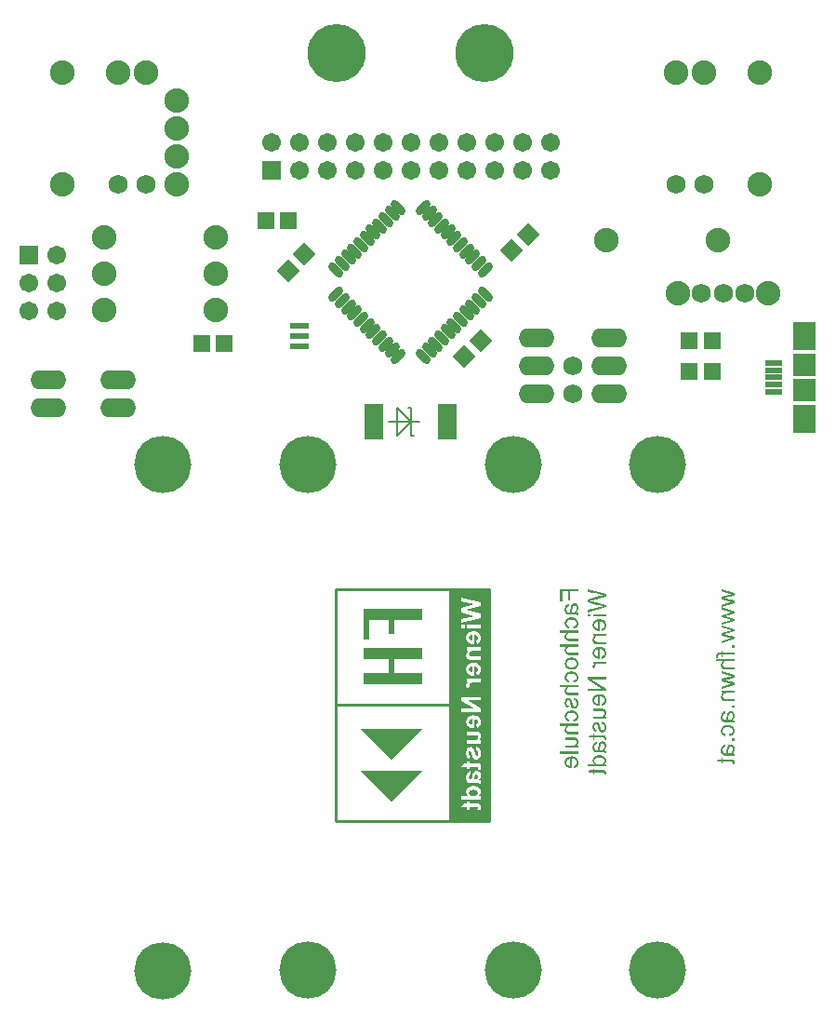
<source format=gbs>
%FSAX44Y44*%
%MOMM*%
G71*
G01*
G75*
G04 Layer_Color=16711935*
%ADD10C,1.0160*%
%ADD11C,0.2540*%
%ADD12C,0.5080*%
%ADD13R,9.1440X5.0800*%
%ADD14O,3.0480X1.5240*%
%ADD15C,1.5240*%
%ADD16C,2.0320*%
%ADD17C,5.0038*%
%ADD18C,1.5000*%
%ADD19R,1.5000X1.5000*%
%ADD20R,1.5000X1.5000*%
%ADD21C,0.8128*%
%ADD22C,5.0800*%
%ADD23C,1.6256*%
%ADD24C,1.4732*%
%ADD25R,1.5400X3.1400*%
%ADD26R,1.3000X1.3000*%
%ADD27R,1.3000X1.3000*%
G04:AMPARAMS|DCode=28|XSize=1.3mm|YSize=1.3mm|CornerRadius=0mm|HoleSize=0mm|Usage=FLASHONLY|Rotation=225.000|XOffset=0mm|YOffset=0mm|HoleType=Round|Shape=Rectangle|*
%AMROTATEDRECTD28*
4,1,4,0.0000,0.9192,0.9192,0.0000,0.0000,-0.9192,-0.9192,0.0000,0.0000,0.9192,0.0*
%
%ADD28ROTATEDRECTD28*%

%ADD29P,1.8385X4X270.0*%
G04:AMPARAMS|DCode=30|XSize=0.55mm|YSize=1.45mm|CornerRadius=0mm|HoleSize=0mm|Usage=FLASHONLY|Rotation=135.000|XOffset=0mm|YOffset=0mm|HoleType=Round|Shape=Round|*
%AMOVALD30*
21,1,0.9000,0.5500,0.0000,0.0000,225.0*
1,1,0.5500,0.3182,0.3182*
1,1,0.5500,-0.3182,-0.3182*
%
%ADD30OVALD30*%

G04:AMPARAMS|DCode=31|XSize=0.55mm|YSize=1.45mm|CornerRadius=0mm|HoleSize=0mm|Usage=FLASHONLY|Rotation=45.000|XOffset=0mm|YOffset=0mm|HoleType=Round|Shape=Round|*
%AMOVALD31*
21,1,0.9000,0.5500,0.0000,0.0000,135.0*
1,1,0.5500,0.3182,-0.3182*
1,1,0.5500,-0.3182,0.3182*
%
%ADD31OVALD31*%

%ADD32R,1.4000X0.4000*%
%ADD33R,1.9000X2.3000*%
%ADD34R,1.9000X1.8000*%
%ADD35R,1.6000X0.3000*%
%ADD36R,14.4780X21.5900*%
%ADD37R,3.3020X3.0480*%
%ADD38C,0.3048*%
%ADD39O,3.2512X1.7272*%
%ADD40C,1.7272*%
%ADD41C,2.2352*%
%ADD42C,5.2070*%
%ADD43C,1.7032*%
%ADD44R,1.7032X1.7032*%
%ADD45R,1.7032X1.7032*%
%ADD46C,1.0160*%
%ADD47C,5.2832*%
%ADD48C,0.2032*%
%ADD49R,1.7432X3.3432*%
%ADD50R,1.5032X1.5032*%
%ADD51R,1.5032X1.5032*%
G04:AMPARAMS|DCode=52|XSize=1.5032mm|YSize=1.5032mm|CornerRadius=0mm|HoleSize=0mm|Usage=FLASHONLY|Rotation=225.000|XOffset=0mm|YOffset=0mm|HoleType=Round|Shape=Rectangle|*
%AMROTATEDRECTD52*
4,1,4,0.0000,1.0629,1.0629,0.0000,0.0000,-1.0629,-1.0629,0.0000,0.0000,1.0629,0.0*
%
%ADD52ROTATEDRECTD52*%

%ADD53P,2.1258X4X270.0*%
G04:AMPARAMS|DCode=54|XSize=0.7532mm|YSize=1.6532mm|CornerRadius=0mm|HoleSize=0mm|Usage=FLASHONLY|Rotation=135.000|XOffset=0mm|YOffset=0mm|HoleType=Round|Shape=Round|*
%AMOVALD54*
21,1,0.9000,0.7532,0.0000,0.0000,225.0*
1,1,0.7532,0.3182,0.3182*
1,1,0.7532,-0.3182,-0.3182*
%
%ADD54OVALD54*%

G04:AMPARAMS|DCode=55|XSize=0.7532mm|YSize=1.6532mm|CornerRadius=0mm|HoleSize=0mm|Usage=FLASHONLY|Rotation=45.000|XOffset=0mm|YOffset=0mm|HoleType=Round|Shape=Round|*
%AMOVALD55*
21,1,0.9000,0.7532,0.0000,0.0000,135.0*
1,1,0.7532,0.3182,-0.3182*
1,1,0.7532,-0.3182,0.3182*
%
%ADD55OVALD55*%

%ADD56R,1.6032X0.6032*%
%ADD57R,2.1032X2.5032*%
%ADD58R,2.1032X2.0032*%
%ADD59R,1.8032X0.5032*%
G36*
X01055702Y01107103D02*
X01056198Y01107054D01*
X01056669Y01106979D01*
X01057091Y01106880D01*
X01057487Y01106781D01*
X01057859Y01106657D01*
X01058182Y01106508D01*
X01058479Y01106359D01*
X01058752Y01106235D01*
X01059000Y01106087D01*
X01059198Y01105963D01*
X01059347Y01105839D01*
X01059471Y01105764D01*
X01059570Y01105690D01*
X01059619Y01105640D01*
X01059644Y01105616D01*
X01059917Y01105318D01*
X01060165Y01104996D01*
X01060388Y01104674D01*
X01060561Y01104327D01*
X01060710Y01104004D01*
X01060834Y01103657D01*
X01061032Y01103013D01*
X01061107Y01102690D01*
X01061156Y01102418D01*
X01061181Y01102170D01*
X01061206Y01101947D01*
X01061231Y01101773D01*
Y01101649D01*
Y01101550D01*
Y01101525D01*
X01061181Y01100781D01*
X01061082Y01100137D01*
X01060908Y01099542D01*
X01060735Y01099071D01*
X01060636Y01098848D01*
X01060561Y01098674D01*
X01060462Y01098526D01*
X01060388Y01098402D01*
X01060338Y01098278D01*
X01060289Y01098203D01*
X01060239Y01098179D01*
Y01098154D01*
X01059842Y01097708D01*
X01059371Y01097311D01*
X01058900Y01097013D01*
X01058454Y01096766D01*
X01058033Y01096567D01*
X01057859Y01096493D01*
X01057710Y01096443D01*
X01057587Y01096394D01*
X01057487Y01096369D01*
X01057438Y01096344D01*
X01057413D01*
X01057140Y01098402D01*
X01057587Y01098600D01*
X01057983Y01098798D01*
X01058305Y01098997D01*
X01058553Y01099195D01*
X01058776Y01099369D01*
X01058900Y01099517D01*
X01059000Y01099616D01*
X01059024Y01099641D01*
X01059223Y01099939D01*
X01059347Y01100261D01*
X01059446Y01100583D01*
X01059520Y01100881D01*
X01059570Y01101129D01*
X01059594Y01101327D01*
Y01101476D01*
Y01101500D01*
Y01101525D01*
X01059545Y01102046D01*
X01059446Y01102517D01*
X01059272Y01102938D01*
X01059074Y01103310D01*
X01058900Y01103583D01*
X01058727Y01103806D01*
X01058628Y01103930D01*
X01058578Y01103979D01*
X01058157Y01104302D01*
X01057661Y01104575D01*
X01057165Y01104748D01*
X01056694Y01104897D01*
X01056248Y01104996D01*
X01056074Y01105021D01*
X01055901Y01105045D01*
X01055777D01*
X01055653Y01105070D01*
X01055579D01*
Y01096294D01*
X01055355Y01096270D01*
X01055058D01*
X01054512Y01096294D01*
X01054017Y01096344D01*
X01053546Y01096418D01*
X01053124Y01096493D01*
X01052703Y01096617D01*
X01052331Y01096741D01*
X01052009Y01096889D01*
X01051686Y01097013D01*
X01051414Y01097162D01*
X01051191Y01097311D01*
X01050992Y01097435D01*
X01050819Y01097534D01*
X01050695Y01097633D01*
X01050596Y01097708D01*
X01050546Y01097757D01*
X01050521Y01097782D01*
X01050224Y01098079D01*
X01049976Y01098377D01*
X01049753Y01098699D01*
X01049579Y01099021D01*
X01049406Y01099344D01*
X01049282Y01099666D01*
X01049083Y01100261D01*
X01049009Y01100558D01*
X01048959Y01100806D01*
X01048935Y01101054D01*
X01048910Y01101253D01*
X01048885Y01101426D01*
Y01101550D01*
Y01101624D01*
Y01101649D01*
X01048910Y01102095D01*
X01048959Y01102517D01*
X01049034Y01102914D01*
X01049133Y01103285D01*
X01049282Y01103657D01*
X01049406Y01103979D01*
X01049554Y01104277D01*
X01049703Y01104550D01*
X01049877Y01104798D01*
X01050025Y01104996D01*
X01050149Y01105194D01*
X01050273Y01105343D01*
X01050397Y01105467D01*
X01050472Y01105541D01*
X01050521Y01105591D01*
X01050546Y01105616D01*
X01050868Y01105888D01*
X01051215Y01106112D01*
X01051587Y01106310D01*
X01051959Y01106483D01*
X01052356Y01106632D01*
X01052728Y01106756D01*
X01053471Y01106930D01*
X01053818Y01107004D01*
X01054141Y01107054D01*
X01054438Y01107078D01*
X01054686Y01107103D01*
X01054884Y01107128D01*
X01055182D01*
X01055702Y01107103D01*
D02*
G37*
G36*
X01060958Y01091832D02*
X01054785D01*
X01054314Y01091807D01*
X01053893Y01091783D01*
X01053496Y01091733D01*
X01053149Y01091659D01*
X01052851Y01091609D01*
X01052628Y01091560D01*
X01052505Y01091535D01*
X01052455Y01091510D01*
X01052207Y01091411D01*
X01051984Y01091312D01*
X01051786Y01091188D01*
X01051637Y01091064D01*
X01051513Y01090965D01*
X01051414Y01090865D01*
X01051364Y01090816D01*
X01051339Y01090791D01*
X01051215Y01090593D01*
X01051116Y01090394D01*
X01051042Y01090196D01*
X01050992Y01090023D01*
X01050967Y01089849D01*
X01050943Y01089725D01*
Y01089651D01*
Y01089626D01*
X01050967Y01089353D01*
X01051017Y01089081D01*
X01051091Y01088833D01*
X01051166Y01088609D01*
X01051240Y01088436D01*
X01051314Y01088287D01*
X01051364Y01088188D01*
X01051389Y01088163D01*
X01049554Y01087444D01*
X01049331Y01087841D01*
X01049158Y01088213D01*
X01049059Y01088560D01*
X01048959Y01088857D01*
X01048910Y01089130D01*
X01048885Y01089328D01*
Y01089452D01*
Y01089502D01*
X01048910Y01089750D01*
X01048959Y01089998D01*
X01049009Y01090221D01*
X01049083Y01090394D01*
X01049183Y01090568D01*
X01049232Y01090692D01*
X01049282Y01090766D01*
X01049306Y01090791D01*
X01049480Y01091014D01*
X01049728Y01091212D01*
X01050001Y01091436D01*
X01050273Y01091634D01*
X01050521Y01091783D01*
X01050744Y01091907D01*
X01050893Y01092006D01*
X01050918Y01092030D01*
X01049158D01*
Y01093840D01*
X01060958D01*
Y01091832D01*
D02*
G37*
G36*
X01055702Y01132389D02*
X01056198Y01132340D01*
X01056669Y01132265D01*
X01057091Y01132166D01*
X01057487Y01132067D01*
X01057859Y01131943D01*
X01058182Y01131794D01*
X01058479Y01131646D01*
X01058752Y01131522D01*
X01059000Y01131373D01*
X01059198Y01131249D01*
X01059347Y01131125D01*
X01059471Y01131051D01*
X01059570Y01130976D01*
X01059619Y01130927D01*
X01059644Y01130902D01*
X01059917Y01130604D01*
X01060165Y01130282D01*
X01060388Y01129960D01*
X01060561Y01129613D01*
X01060710Y01129290D01*
X01060834Y01128943D01*
X01061032Y01128299D01*
X01061107Y01127977D01*
X01061156Y01127704D01*
X01061181Y01127456D01*
X01061206Y01127233D01*
X01061231Y01127059D01*
Y01126935D01*
Y01126836D01*
Y01126812D01*
X01061181Y01126068D01*
X01061082Y01125423D01*
X01060908Y01124828D01*
X01060735Y01124357D01*
X01060636Y01124134D01*
X01060561Y01123961D01*
X01060462Y01123812D01*
X01060388Y01123688D01*
X01060338Y01123564D01*
X01060289Y01123490D01*
X01060239Y01123465D01*
Y01123440D01*
X01059842Y01122994D01*
X01059371Y01122597D01*
X01058900Y01122300D01*
X01058454Y01122052D01*
X01058033Y01121853D01*
X01057859Y01121779D01*
X01057710Y01121729D01*
X01057587Y01121680D01*
X01057487Y01121655D01*
X01057438Y01121630D01*
X01057413D01*
X01057140Y01123688D01*
X01057587Y01123886D01*
X01057983Y01124084D01*
X01058305Y01124283D01*
X01058553Y01124481D01*
X01058776Y01124655D01*
X01058900Y01124803D01*
X01059000Y01124903D01*
X01059024Y01124927D01*
X01059223Y01125225D01*
X01059347Y01125547D01*
X01059446Y01125869D01*
X01059520Y01126167D01*
X01059570Y01126415D01*
X01059594Y01126613D01*
Y01126762D01*
Y01126787D01*
Y01126812D01*
X01059545Y01127332D01*
X01059446Y01127803D01*
X01059272Y01128224D01*
X01059074Y01128596D01*
X01058900Y01128869D01*
X01058727Y01129092D01*
X01058628Y01129216D01*
X01058578Y01129266D01*
X01058157Y01129588D01*
X01057661Y01129861D01*
X01057165Y01130034D01*
X01056694Y01130183D01*
X01056248Y01130282D01*
X01056074Y01130307D01*
X01055901Y01130332D01*
X01055777D01*
X01055653Y01130357D01*
X01055579D01*
Y01121581D01*
X01055355Y01121556D01*
X01055058D01*
X01054512Y01121581D01*
X01054017Y01121630D01*
X01053546Y01121705D01*
X01053124Y01121779D01*
X01052703Y01121903D01*
X01052331Y01122027D01*
X01052009Y01122176D01*
X01051686Y01122300D01*
X01051414Y01122448D01*
X01051191Y01122597D01*
X01050992Y01122721D01*
X01050819Y01122820D01*
X01050695Y01122919D01*
X01050596Y01122994D01*
X01050546Y01123043D01*
X01050521Y01123068D01*
X01050224Y01123366D01*
X01049976Y01123663D01*
X01049753Y01123985D01*
X01049579Y01124308D01*
X01049406Y01124630D01*
X01049282Y01124952D01*
X01049083Y01125547D01*
X01049009Y01125845D01*
X01048959Y01126093D01*
X01048935Y01126340D01*
X01048910Y01126539D01*
X01048885Y01126712D01*
Y01126836D01*
Y01126911D01*
Y01126935D01*
X01048910Y01127382D01*
X01048959Y01127803D01*
X01049034Y01128200D01*
X01049133Y01128572D01*
X01049282Y01128943D01*
X01049406Y01129266D01*
X01049554Y01129563D01*
X01049703Y01129836D01*
X01049877Y01130084D01*
X01050025Y01130282D01*
X01050149Y01130480D01*
X01050273Y01130629D01*
X01050397Y01130753D01*
X01050472Y01130827D01*
X01050521Y01130877D01*
X01050546Y01130902D01*
X01050868Y01131175D01*
X01051215Y01131398D01*
X01051587Y01131596D01*
X01051959Y01131769D01*
X01052356Y01131918D01*
X01052728Y01132042D01*
X01053471Y01132216D01*
X01053818Y01132290D01*
X01054141Y01132340D01*
X01054438Y01132365D01*
X01054686Y01132389D01*
X01054884Y01132414D01*
X01055182D01*
X01055702Y01132389D01*
D02*
G37*
G36*
X01060958Y01117118D02*
X01054116D01*
X01053744Y01117069D01*
X01053397Y01117044D01*
X01053075Y01116970D01*
X01052802Y01116895D01*
X01052554Y01116821D01*
X01052331Y01116747D01*
X01052133Y01116647D01*
X01051959Y01116573D01*
X01051810Y01116499D01*
X01051612Y01116350D01*
X01051488Y01116251D01*
X01051439Y01116201D01*
X01051166Y01115854D01*
X01050967Y01115458D01*
X01050819Y01115110D01*
X01050720Y01114763D01*
X01050670Y01114441D01*
X01050620Y01114218D01*
Y01114119D01*
Y01114044D01*
Y01114020D01*
Y01113995D01*
X01050645Y01113697D01*
X01050670Y01113449D01*
X01050744Y01113202D01*
X01050794Y01113003D01*
X01050868Y01112830D01*
X01050943Y01112706D01*
X01050967Y01112631D01*
X01050992Y01112607D01*
X01051141Y01112408D01*
X01051314Y01112235D01*
X01051463Y01112086D01*
X01051637Y01111962D01*
X01051761Y01111888D01*
X01051885Y01111838D01*
X01051959Y01111788D01*
X01051984D01*
X01052232Y01111714D01*
X01052505Y01111640D01*
X01052827Y01111590D01*
X01053099Y01111565D01*
X01053372Y01111541D01*
X01060958D01*
Y01109533D01*
X01053223D01*
X01052827Y01109557D01*
X01052480Y01109582D01*
X01052207D01*
X01052009Y01109607D01*
X01051860Y01109632D01*
X01051786Y01109657D01*
X01051761D01*
X01051463Y01109731D01*
X01051166Y01109830D01*
X01050918Y01109929D01*
X01050720Y01110028D01*
X01050546Y01110127D01*
X01050397Y01110202D01*
X01050323Y01110251D01*
X01050298Y01110276D01*
X01050075Y01110450D01*
X01049877Y01110673D01*
X01049703Y01110896D01*
X01049554Y01111119D01*
X01049430Y01111318D01*
X01049356Y01111466D01*
X01049306Y01111565D01*
X01049282Y01111615D01*
X01049158Y01111962D01*
X01049059Y01112284D01*
X01048984Y01112631D01*
X01048935Y01112929D01*
X01048910Y01113177D01*
X01048885Y01113400D01*
Y01113524D01*
Y01113549D01*
Y01113573D01*
X01048910Y01114020D01*
X01048959Y01114441D01*
X01049059Y01114838D01*
X01049183Y01115185D01*
X01049331Y01115532D01*
X01049505Y01115829D01*
X01049678Y01116102D01*
X01049852Y01116375D01*
X01050050Y01116598D01*
X01050224Y01116771D01*
X01050397Y01116945D01*
X01050546Y01117069D01*
X01050670Y01117193D01*
X01050769Y01117267D01*
X01050819Y01117292D01*
X01050844Y01117317D01*
X01049158D01*
Y01119126D01*
X01060958D01*
Y01117118D01*
D02*
G37*
G36*
X01057314Y01050903D02*
X01057636D01*
X01057909Y01050879D01*
X01058107Y01050854D01*
X01058231D01*
X01058330Y01050829D01*
X01058355D01*
X01058677Y01050754D01*
X01058950Y01050655D01*
X01059198Y01050556D01*
X01059421Y01050432D01*
X01059594Y01050358D01*
X01059743Y01050284D01*
X01059818Y01050234D01*
X01059842Y01050209D01*
X01060066Y01050011D01*
X01060239Y01049812D01*
X01060413Y01049589D01*
X01060561Y01049366D01*
X01060685Y01049168D01*
X01060760Y01049019D01*
X01060809Y01048920D01*
X01060834Y01048870D01*
X01060958Y01048523D01*
X01061057Y01048176D01*
X01061132Y01047854D01*
X01061181Y01047557D01*
X01061206Y01047284D01*
X01061231Y01047085D01*
Y01046962D01*
Y01046912D01*
X01061206Y01046491D01*
X01061156Y01046069D01*
X01061057Y01045697D01*
X01060908Y01045325D01*
X01060760Y01045003D01*
X01060611Y01044681D01*
X01060413Y01044408D01*
X01060239Y01044160D01*
X01060066Y01043937D01*
X01059867Y01043739D01*
X01059718Y01043565D01*
X01059545Y01043417D01*
X01059421Y01043317D01*
X01059322Y01043243D01*
X01059272Y01043193D01*
X01059248Y01043169D01*
X01060958D01*
Y01041384D01*
X01049158D01*
Y01043392D01*
X01055504D01*
X01056025Y01043417D01*
X01056496Y01043441D01*
X01056892Y01043491D01*
X01057215Y01043565D01*
X01057487Y01043640D01*
X01057661Y01043689D01*
X01057760Y01043714D01*
X01057810Y01043739D01*
X01058082Y01043888D01*
X01058330Y01044036D01*
X01058553Y01044235D01*
X01058727Y01044408D01*
X01058876Y01044582D01*
X01058975Y01044730D01*
X01059049Y01044830D01*
X01059074Y01044854D01*
X01059223Y01045152D01*
X01059322Y01045449D01*
X01059421Y01045722D01*
X01059471Y01045970D01*
X01059495Y01046193D01*
X01059520Y01046367D01*
Y01046466D01*
Y01046515D01*
X01059495Y01046838D01*
X01059446Y01047135D01*
X01059371Y01047383D01*
X01059297Y01047606D01*
X01059223Y01047780D01*
X01059148Y01047904D01*
X01059099Y01048003D01*
X01059074Y01048028D01*
X01058900Y01048226D01*
X01058702Y01048399D01*
X01058479Y01048548D01*
X01058281Y01048647D01*
X01058107Y01048722D01*
X01057958Y01048771D01*
X01057859Y01048821D01*
X01057834D01*
X01057587Y01048846D01*
X01057264Y01048870D01*
X01056917Y01048895D01*
X01056570D01*
X01056248Y01048920D01*
X01049158D01*
Y01050928D01*
X01056942D01*
X01057314Y01050903D01*
D02*
G37*
G36*
X01058107Y01038905D02*
X01058677Y01038682D01*
X01059173Y01038434D01*
X01059570Y01038186D01*
X01059892Y01037938D01*
X01060115Y01037740D01*
X01060239Y01037591D01*
X01060289Y01037566D01*
Y01037541D01*
X01060462Y01037293D01*
X01060611Y01037045D01*
X01060834Y01036475D01*
X01061008Y01035905D01*
X01061107Y01035335D01*
X01061181Y01034814D01*
X01061206Y01034591D01*
Y01034393D01*
X01061231Y01034244D01*
Y01034120D01*
Y01034046D01*
Y01034021D01*
X01061206Y01033525D01*
X01061156Y01033054D01*
X01061082Y01032633D01*
X01060983Y01032261D01*
X01060908Y01031963D01*
X01060834Y01031740D01*
X01060785Y01031591D01*
X01060760Y01031542D01*
X01060561Y01031145D01*
X01060338Y01030798D01*
X01060115Y01030501D01*
X01059892Y01030278D01*
X01059694Y01030079D01*
X01059545Y01029931D01*
X01059446Y01029856D01*
X01059396Y01029831D01*
X01059049Y01029633D01*
X01058727Y01029484D01*
X01058405Y01029385D01*
X01058107Y01029311D01*
X01057884Y01029261D01*
X01057686Y01029236D01*
X01057512D01*
X01057140Y01029261D01*
X01056818Y01029311D01*
X01056520Y01029385D01*
X01056273Y01029484D01*
X01056074Y01029584D01*
X01055926Y01029658D01*
X01055826Y01029707D01*
X01055802Y01029732D01*
X01055554Y01029931D01*
X01055355Y01030129D01*
X01055157Y01030352D01*
X01055008Y01030575D01*
X01054909Y01030749D01*
X01054835Y01030897D01*
X01054785Y01030997D01*
X01054760Y01031046D01*
X01054686Y01031220D01*
X01054612Y01031418D01*
X01054463Y01031864D01*
X01054289Y01032360D01*
X01054141Y01032856D01*
X01054017Y01033302D01*
X01053967Y01033500D01*
X01053917Y01033674D01*
X01053868Y01033823D01*
X01053843Y01033922D01*
X01053818Y01033996D01*
Y01034021D01*
X01053744Y01034294D01*
X01053670Y01034517D01*
X01053570Y01034913D01*
X01053471Y01035236D01*
X01053397Y01035459D01*
X01053347Y01035632D01*
X01053323Y01035732D01*
X01053298Y01035781D01*
Y01035806D01*
X01053223Y01035979D01*
X01053124Y01036153D01*
X01053050Y01036277D01*
X01052951Y01036376D01*
X01052827Y01036525D01*
X01052802Y01036550D01*
X01052777Y01036574D01*
X01052529Y01036698D01*
X01052306Y01036773D01*
X01052207D01*
X01052133Y01036797D01*
X01052058D01*
X01051835Y01036773D01*
X01051637Y01036698D01*
X01051439Y01036624D01*
X01051290Y01036500D01*
X01051166Y01036401D01*
X01051067Y01036327D01*
X01051017Y01036252D01*
X01050992Y01036227D01*
X01050844Y01035979D01*
X01050720Y01035657D01*
X01050645Y01035335D01*
X01050571Y01035013D01*
X01050546Y01034715D01*
X01050521Y01034467D01*
Y01034368D01*
Y01034294D01*
Y01034269D01*
Y01034244D01*
X01050546Y01033823D01*
X01050596Y01033476D01*
X01050695Y01033153D01*
X01050769Y01032905D01*
X01050868Y01032707D01*
X01050967Y01032558D01*
X01051017Y01032459D01*
X01051042Y01032434D01*
X01051240Y01032211D01*
X01051488Y01032038D01*
X01051711Y01031889D01*
X01051934Y01031790D01*
X01052133Y01031715D01*
X01052306Y01031666D01*
X01052405Y01031641D01*
X01052455D01*
X01052182Y01029683D01*
X01051786Y01029782D01*
X01051439Y01029881D01*
X01051116Y01030005D01*
X01050868Y01030104D01*
X01050670Y01030228D01*
X01050521Y01030327D01*
X01050422Y01030377D01*
X01050397Y01030402D01*
X01050149Y01030600D01*
X01049926Y01030848D01*
X01049753Y01031121D01*
X01049579Y01031368D01*
X01049480Y01031591D01*
X01049381Y01031790D01*
X01049331Y01031914D01*
X01049306Y01031939D01*
Y01031963D01*
X01049158Y01032360D01*
X01049059Y01032782D01*
X01048984Y01033178D01*
X01048935Y01033575D01*
X01048910Y01033897D01*
X01048885Y01034170D01*
Y01034269D01*
Y01034318D01*
Y01034368D01*
Y01034393D01*
Y01034740D01*
X01048935Y01035062D01*
X01048959Y01035335D01*
X01049009Y01035608D01*
X01049059Y01035831D01*
X01049083Y01035979D01*
X01049133Y01036079D01*
Y01036128D01*
X01049232Y01036401D01*
X01049331Y01036649D01*
X01049430Y01036872D01*
X01049530Y01037045D01*
X01049604Y01037194D01*
X01049678Y01037293D01*
X01049703Y01037368D01*
X01049728Y01037393D01*
X01049902Y01037616D01*
X01050100Y01037814D01*
X01050273Y01037988D01*
X01050447Y01038111D01*
X01050596Y01038235D01*
X01050720Y01038310D01*
X01050819Y01038359D01*
X01050844Y01038384D01*
X01051091Y01038508D01*
X01051364Y01038582D01*
X01051612Y01038657D01*
X01051835Y01038682D01*
X01052009Y01038706D01*
X01052182Y01038731D01*
X01052306D01*
X01052628Y01038706D01*
X01052926Y01038657D01*
X01053199Y01038607D01*
X01053422Y01038508D01*
X01053620Y01038434D01*
X01053769Y01038384D01*
X01053868Y01038335D01*
X01053893Y01038310D01*
X01054141Y01038136D01*
X01054364Y01037913D01*
X01054562Y01037715D01*
X01054711Y01037492D01*
X01054835Y01037318D01*
X01054934Y01037169D01*
X01054984Y01037045D01*
X01055008Y01037021D01*
X01055083Y01036847D01*
X01055157Y01036649D01*
X01055331Y01036178D01*
X01055479Y01035657D01*
X01055628Y01035161D01*
X01055777Y01034690D01*
X01055826Y01034492D01*
X01055876Y01034294D01*
X01055926Y01034145D01*
X01055950Y01034046D01*
X01055975Y01033971D01*
Y01033947D01*
X01056049Y01033649D01*
X01056124Y01033376D01*
X01056173Y01033153D01*
X01056248Y01032930D01*
X01056372Y01032583D01*
X01056446Y01032310D01*
X01056545Y01032112D01*
X01056595Y01031988D01*
X01056620Y01031914D01*
X01056645Y01031889D01*
X01056793Y01031691D01*
X01056967Y01031542D01*
X01057165Y01031443D01*
X01057314Y01031368D01*
X01057487Y01031319D01*
X01057587Y01031294D01*
X01057710D01*
X01057983Y01031319D01*
X01058231Y01031393D01*
X01058479Y01031517D01*
X01058677Y01031616D01*
X01058826Y01031740D01*
X01058950Y01031864D01*
X01059024Y01031939D01*
X01059049Y01031963D01*
X01059223Y01032236D01*
X01059371Y01032558D01*
X01059471Y01032905D01*
X01059520Y01033252D01*
X01059570Y01033550D01*
X01059594Y01033798D01*
Y01033897D01*
Y01033971D01*
Y01033996D01*
Y01034021D01*
X01059570Y01034492D01*
X01059495Y01034938D01*
X01059396Y01035285D01*
X01059272Y01035608D01*
X01059173Y01035831D01*
X01059074Y01036004D01*
X01059000Y01036128D01*
X01058975Y01036153D01*
X01058702Y01036401D01*
X01058405Y01036624D01*
X01058107Y01036773D01*
X01057810Y01036897D01*
X01057537Y01036971D01*
X01057314Y01037045D01*
X01057165Y01037070D01*
X01057115D01*
X01057438Y01039053D01*
X01058107Y01038905D01*
D02*
G37*
G36*
X01060958Y01077652D02*
X01048166D01*
X01060958Y01069099D01*
Y01066893D01*
X01044671D01*
Y01068951D01*
X01057463D01*
X01044671Y01077528D01*
Y01079710D01*
X01060958D01*
Y01077652D01*
D02*
G37*
G36*
X01055702Y01064166D02*
X01056198Y01064117D01*
X01056669Y01064042D01*
X01057091Y01063943D01*
X01057487Y01063844D01*
X01057859Y01063720D01*
X01058182Y01063571D01*
X01058479Y01063422D01*
X01058752Y01063298D01*
X01059000Y01063150D01*
X01059198Y01063026D01*
X01059347Y01062902D01*
X01059471Y01062827D01*
X01059570Y01062753D01*
X01059619Y01062703D01*
X01059644Y01062679D01*
X01059917Y01062381D01*
X01060165Y01062059D01*
X01060388Y01061737D01*
X01060561Y01061390D01*
X01060710Y01061067D01*
X01060834Y01060720D01*
X01061032Y01060076D01*
X01061107Y01059753D01*
X01061156Y01059481D01*
X01061181Y01059233D01*
X01061206Y01059010D01*
X01061231Y01058836D01*
Y01058712D01*
Y01058613D01*
Y01058588D01*
X01061181Y01057845D01*
X01061082Y01057200D01*
X01060908Y01056605D01*
X01060735Y01056134D01*
X01060636Y01055911D01*
X01060561Y01055737D01*
X01060462Y01055589D01*
X01060388Y01055465D01*
X01060338Y01055341D01*
X01060289Y01055266D01*
X01060239Y01055242D01*
Y01055217D01*
X01059842Y01054771D01*
X01059371Y01054374D01*
X01058900Y01054076D01*
X01058454Y01053829D01*
X01058033Y01053630D01*
X01057859Y01053556D01*
X01057710Y01053506D01*
X01057587Y01053457D01*
X01057487Y01053432D01*
X01057438Y01053407D01*
X01057413D01*
X01057140Y01055465D01*
X01057587Y01055663D01*
X01057983Y01055861D01*
X01058305Y01056060D01*
X01058553Y01056258D01*
X01058776Y01056432D01*
X01058900Y01056580D01*
X01059000Y01056679D01*
X01059024Y01056704D01*
X01059223Y01057002D01*
X01059347Y01057324D01*
X01059446Y01057646D01*
X01059520Y01057944D01*
X01059570Y01058192D01*
X01059594Y01058390D01*
Y01058539D01*
Y01058564D01*
Y01058588D01*
X01059545Y01059109D01*
X01059446Y01059580D01*
X01059272Y01060001D01*
X01059074Y01060373D01*
X01058900Y01060646D01*
X01058727Y01060869D01*
X01058628Y01060993D01*
X01058578Y01061042D01*
X01058157Y01061365D01*
X01057661Y01061637D01*
X01057165Y01061811D01*
X01056694Y01061960D01*
X01056248Y01062059D01*
X01056074Y01062084D01*
X01055901Y01062109D01*
X01055777D01*
X01055653Y01062133D01*
X01055579D01*
Y01053357D01*
X01055355Y01053333D01*
X01055058D01*
X01054512Y01053357D01*
X01054017Y01053407D01*
X01053546Y01053482D01*
X01053124Y01053556D01*
X01052703Y01053680D01*
X01052331Y01053804D01*
X01052009Y01053952D01*
X01051686Y01054076D01*
X01051414Y01054225D01*
X01051191Y01054374D01*
X01050992Y01054498D01*
X01050819Y01054597D01*
X01050695Y01054696D01*
X01050596Y01054771D01*
X01050546Y01054820D01*
X01050521Y01054845D01*
X01050224Y01055142D01*
X01049976Y01055440D01*
X01049753Y01055762D01*
X01049579Y01056085D01*
X01049406Y01056407D01*
X01049282Y01056729D01*
X01049083Y01057324D01*
X01049009Y01057622D01*
X01048959Y01057869D01*
X01048935Y01058117D01*
X01048910Y01058316D01*
X01048885Y01058489D01*
Y01058613D01*
Y01058687D01*
Y01058712D01*
X01048910Y01059158D01*
X01048959Y01059580D01*
X01049034Y01059977D01*
X01049133Y01060348D01*
X01049282Y01060720D01*
X01049406Y01061042D01*
X01049554Y01061340D01*
X01049703Y01061613D01*
X01049877Y01061861D01*
X01050025Y01062059D01*
X01050149Y01062257D01*
X01050273Y01062406D01*
X01050397Y01062530D01*
X01050472Y01062604D01*
X01050521Y01062654D01*
X01050546Y01062679D01*
X01050868Y01062951D01*
X01051215Y01063175D01*
X01051587Y01063373D01*
X01051959Y01063546D01*
X01052356Y01063695D01*
X01052728Y01063819D01*
X01053471Y01063993D01*
X01053818Y01064067D01*
X01054141Y01064117D01*
X01054438Y01064141D01*
X01054686Y01064166D01*
X01054884Y01064191D01*
X01055182D01*
X01055702Y01064166D01*
D02*
G37*
G36*
X01046951Y01134794D02*
X01044671D01*
Y01136802D01*
X01046951D01*
Y01134794D01*
D02*
G37*
G36*
X01035558Y01035260D02*
X01029112D01*
X01028617Y01035236D01*
X01028195Y01035211D01*
X01027823Y01035161D01*
X01027501Y01035087D01*
X01027253Y01035037D01*
X01027080Y01034988D01*
X01026956Y01034963D01*
X01026931Y01034938D01*
X01026658Y01034790D01*
X01026386Y01034641D01*
X01026187Y01034442D01*
X01025989Y01034269D01*
X01025865Y01034095D01*
X01025741Y01033971D01*
X01025691Y01033872D01*
X01025667Y01033848D01*
X01025518Y01033550D01*
X01025394Y01033252D01*
X01025320Y01032955D01*
X01025245Y01032707D01*
X01025220Y01032484D01*
X01025196Y01032310D01*
Y01032211D01*
Y01032162D01*
X01025220Y01031740D01*
X01025295Y01031393D01*
X01025419Y01031071D01*
X01025543Y01030823D01*
X01025667Y01030625D01*
X01025791Y01030476D01*
X01025865Y01030377D01*
X01025890Y01030352D01*
X01026187Y01030129D01*
X01026534Y01029955D01*
X01026881Y01029856D01*
X01027228Y01029757D01*
X01027576Y01029707D01*
X01027823Y01029683D01*
X01035558D01*
Y01027675D01*
X01028096D01*
X01027476Y01027699D01*
X01026956Y01027749D01*
X01026485Y01027799D01*
X01026113Y01027873D01*
X01025815Y01027972D01*
X01025617Y01028022D01*
X01025493Y01028071D01*
X01025443Y01028096D01*
X01025121Y01028270D01*
X01024824Y01028493D01*
X01024576Y01028716D01*
X01024378Y01028939D01*
X01024229Y01029162D01*
X01024105Y01029336D01*
X01024031Y01029435D01*
X01024006Y01029484D01*
X01023832Y01029856D01*
X01023708Y01030253D01*
X01023609Y01030625D01*
X01023559Y01030972D01*
X01023510Y01031269D01*
X01023485Y01031517D01*
Y01031616D01*
Y01031691D01*
Y01031715D01*
Y01031740D01*
X01023510Y01032137D01*
X01023559Y01032509D01*
X01023634Y01032856D01*
X01023733Y01033178D01*
X01024006Y01033798D01*
X01024130Y01034046D01*
X01024278Y01034294D01*
X01024452Y01034517D01*
X01024576Y01034715D01*
X01024725Y01034864D01*
X01024848Y01035013D01*
X01024948Y01035112D01*
X01025022Y01035186D01*
X01025072Y01035236D01*
X01025097Y01035260D01*
X01019271D01*
Y01037269D01*
X01035558D01*
Y01035260D01*
D02*
G37*
G36*
X01031914Y01024625D02*
X01032236D01*
X01032509Y01024601D01*
X01032707Y01024576D01*
X01032831D01*
X01032930Y01024551D01*
X01032955D01*
X01033277Y01024477D01*
X01033550Y01024378D01*
X01033798Y01024278D01*
X01034021Y01024154D01*
X01034194Y01024080D01*
X01034343Y01024006D01*
X01034418Y01023956D01*
X01034442Y01023931D01*
X01034666Y01023733D01*
X01034839Y01023535D01*
X01035013Y01023311D01*
X01035161Y01023088D01*
X01035285Y01022890D01*
X01035360Y01022741D01*
X01035409Y01022642D01*
X01035434Y01022593D01*
X01035558Y01022246D01*
X01035657Y01021898D01*
X01035732Y01021576D01*
X01035781Y01021279D01*
X01035806Y01021006D01*
X01035831Y01020808D01*
Y01020684D01*
Y01020634D01*
X01035806Y01020213D01*
X01035756Y01019791D01*
X01035657Y01019419D01*
X01035508Y01019048D01*
X01035360Y01018725D01*
X01035211Y01018403D01*
X01035013Y01018130D01*
X01034839Y01017882D01*
X01034666Y01017659D01*
X01034467Y01017461D01*
X01034318Y01017288D01*
X01034145Y01017139D01*
X01034021Y01017040D01*
X01033922Y01016965D01*
X01033872Y01016916D01*
X01033848Y01016891D01*
X01035558D01*
Y01015106D01*
X01023758D01*
Y01017114D01*
X01030104D01*
X01030625Y01017139D01*
X01031096Y01017163D01*
X01031492Y01017213D01*
X01031815Y01017288D01*
X01032087Y01017362D01*
X01032261Y01017411D01*
X01032360Y01017436D01*
X01032410Y01017461D01*
X01032682Y01017610D01*
X01032930Y01017758D01*
X01033153Y01017957D01*
X01033327Y01018130D01*
X01033476Y01018304D01*
X01033575Y01018453D01*
X01033649Y01018552D01*
X01033674Y01018577D01*
X01033823Y01018874D01*
X01033922Y01019172D01*
X01034021Y01019444D01*
X01034071Y01019692D01*
X01034095Y01019915D01*
X01034120Y01020089D01*
Y01020188D01*
Y01020238D01*
X01034095Y01020560D01*
X01034046Y01020857D01*
X01033971Y01021105D01*
X01033897Y01021328D01*
X01033823Y01021502D01*
X01033748Y01021626D01*
X01033699Y01021725D01*
X01033674Y01021750D01*
X01033500Y01021948D01*
X01033302Y01022122D01*
X01033079Y01022270D01*
X01032881Y01022370D01*
X01032707Y01022444D01*
X01032558Y01022494D01*
X01032459Y01022543D01*
X01032434D01*
X01032187Y01022568D01*
X01031864Y01022593D01*
X01031517Y01022617D01*
X01031170D01*
X01030848Y01022642D01*
X01023758D01*
Y01024650D01*
X01031542D01*
X01031914Y01024625D01*
D02*
G37*
G36*
X01032707Y01060671D02*
X01033277Y01060448D01*
X01033773Y01060200D01*
X01034170Y01059952D01*
X01034492Y01059704D01*
X01034715Y01059505D01*
X01034839Y01059357D01*
X01034889Y01059332D01*
Y01059307D01*
X01035062Y01059059D01*
X01035211Y01058811D01*
X01035434Y01058241D01*
X01035608Y01057671D01*
X01035707Y01057101D01*
X01035781Y01056580D01*
X01035806Y01056357D01*
Y01056159D01*
X01035831Y01056010D01*
Y01055886D01*
Y01055812D01*
Y01055787D01*
X01035806Y01055291D01*
X01035756Y01054820D01*
X01035682Y01054399D01*
X01035583Y01054027D01*
X01035508Y01053729D01*
X01035434Y01053506D01*
X01035385Y01053357D01*
X01035360Y01053308D01*
X01035161Y01052911D01*
X01034938Y01052564D01*
X01034715Y01052267D01*
X01034492Y01052044D01*
X01034294Y01051845D01*
X01034145Y01051697D01*
X01034046Y01051622D01*
X01033996Y01051597D01*
X01033649Y01051399D01*
X01033327Y01051250D01*
X01033005Y01051151D01*
X01032707Y01051077D01*
X01032484Y01051027D01*
X01032286Y01051002D01*
X01032112D01*
X01031740Y01051027D01*
X01031418Y01051077D01*
X01031121Y01051151D01*
X01030873Y01051250D01*
X01030674Y01051349D01*
X01030526Y01051424D01*
X01030426Y01051473D01*
X01030402Y01051498D01*
X01030154Y01051697D01*
X01029955Y01051895D01*
X01029757Y01052118D01*
X01029608Y01052341D01*
X01029509Y01052515D01*
X01029435Y01052663D01*
X01029385Y01052763D01*
X01029360Y01052812D01*
X01029286Y01052986D01*
X01029212Y01053184D01*
X01029063Y01053630D01*
X01028889Y01054126D01*
X01028741Y01054622D01*
X01028617Y01055068D01*
X01028567Y01055266D01*
X01028518Y01055440D01*
X01028468Y01055589D01*
X01028443Y01055688D01*
X01028418Y01055762D01*
Y01055787D01*
X01028344Y01056060D01*
X01028270Y01056283D01*
X01028170Y01056679D01*
X01028071Y01057002D01*
X01027997Y01057225D01*
X01027947Y01057398D01*
X01027923Y01057497D01*
X01027898Y01057547D01*
Y01057572D01*
X01027823Y01057745D01*
X01027724Y01057919D01*
X01027650Y01058043D01*
X01027551Y01058142D01*
X01027427Y01058291D01*
X01027402Y01058316D01*
X01027377Y01058340D01*
X01027129Y01058464D01*
X01026906Y01058539D01*
X01026807D01*
X01026733Y01058564D01*
X01026658D01*
X01026435Y01058539D01*
X01026237Y01058464D01*
X01026039Y01058390D01*
X01025890Y01058266D01*
X01025766Y01058167D01*
X01025667Y01058092D01*
X01025617Y01058018D01*
X01025592Y01057993D01*
X01025443Y01057745D01*
X01025320Y01057423D01*
X01025245Y01057101D01*
X01025171Y01056779D01*
X01025146Y01056481D01*
X01025121Y01056233D01*
Y01056134D01*
Y01056060D01*
Y01056035D01*
Y01056010D01*
X01025146Y01055589D01*
X01025196Y01055242D01*
X01025295Y01054919D01*
X01025369Y01054671D01*
X01025468Y01054473D01*
X01025567Y01054324D01*
X01025617Y01054225D01*
X01025642Y01054200D01*
X01025840Y01053977D01*
X01026088Y01053804D01*
X01026311Y01053655D01*
X01026534Y01053556D01*
X01026733Y01053482D01*
X01026906Y01053432D01*
X01027005Y01053407D01*
X01027055D01*
X01026782Y01051449D01*
X01026386Y01051548D01*
X01026039Y01051647D01*
X01025716Y01051771D01*
X01025468Y01051870D01*
X01025270Y01051994D01*
X01025121Y01052093D01*
X01025022Y01052143D01*
X01024997Y01052168D01*
X01024749Y01052366D01*
X01024526Y01052614D01*
X01024353Y01052887D01*
X01024179Y01053134D01*
X01024080Y01053357D01*
X01023981Y01053556D01*
X01023931Y01053680D01*
X01023906Y01053705D01*
Y01053729D01*
X01023758Y01054126D01*
X01023659Y01054547D01*
X01023584Y01054944D01*
X01023535Y01055341D01*
X01023510Y01055663D01*
X01023485Y01055936D01*
Y01056035D01*
Y01056085D01*
Y01056134D01*
Y01056159D01*
Y01056506D01*
X01023535Y01056828D01*
X01023559Y01057101D01*
X01023609Y01057374D01*
X01023659Y01057597D01*
X01023683Y01057745D01*
X01023733Y01057845D01*
Y01057894D01*
X01023832Y01058167D01*
X01023931Y01058415D01*
X01024031Y01058638D01*
X01024130Y01058811D01*
X01024204Y01058960D01*
X01024278Y01059059D01*
X01024303Y01059134D01*
X01024328Y01059158D01*
X01024501Y01059382D01*
X01024700Y01059580D01*
X01024873Y01059753D01*
X01025047Y01059877D01*
X01025196Y01060001D01*
X01025320Y01060076D01*
X01025419Y01060125D01*
X01025443Y01060150D01*
X01025691Y01060274D01*
X01025964Y01060348D01*
X01026212Y01060423D01*
X01026435Y01060448D01*
X01026609Y01060472D01*
X01026782Y01060497D01*
X01026906D01*
X01027228Y01060472D01*
X01027526Y01060423D01*
X01027799Y01060373D01*
X01028022Y01060274D01*
X01028220Y01060200D01*
X01028369Y01060150D01*
X01028468Y01060100D01*
X01028493Y01060076D01*
X01028741Y01059902D01*
X01028964Y01059679D01*
X01029162Y01059481D01*
X01029311Y01059258D01*
X01029435Y01059084D01*
X01029534Y01058935D01*
X01029584Y01058811D01*
X01029608Y01058787D01*
X01029683Y01058613D01*
X01029757Y01058415D01*
X01029931Y01057944D01*
X01030079Y01057423D01*
X01030228Y01056927D01*
X01030377Y01056456D01*
X01030426Y01056258D01*
X01030476Y01056060D01*
X01030526Y01055911D01*
X01030550Y01055812D01*
X01030575Y01055737D01*
Y01055713D01*
X01030649Y01055415D01*
X01030724Y01055142D01*
X01030773Y01054919D01*
X01030848Y01054696D01*
X01030972Y01054349D01*
X01031046Y01054076D01*
X01031145Y01053878D01*
X01031195Y01053754D01*
X01031220Y01053680D01*
X01031245Y01053655D01*
X01031393Y01053457D01*
X01031567Y01053308D01*
X01031765Y01053209D01*
X01031914Y01053134D01*
X01032087Y01053085D01*
X01032187Y01053060D01*
X01032310D01*
X01032583Y01053085D01*
X01032831Y01053159D01*
X01033079Y01053283D01*
X01033277Y01053382D01*
X01033426Y01053506D01*
X01033550Y01053630D01*
X01033624Y01053705D01*
X01033649Y01053729D01*
X01033823Y01054002D01*
X01033971Y01054324D01*
X01034071Y01054671D01*
X01034120Y01055018D01*
X01034170Y01055316D01*
X01034194Y01055564D01*
Y01055663D01*
Y01055737D01*
Y01055762D01*
Y01055787D01*
X01034170Y01056258D01*
X01034095Y01056704D01*
X01033996Y01057051D01*
X01033872Y01057374D01*
X01033773Y01057597D01*
X01033674Y01057770D01*
X01033600Y01057894D01*
X01033575Y01057919D01*
X01033302Y01058167D01*
X01033005Y01058390D01*
X01032707Y01058539D01*
X01032410Y01058663D01*
X01032137Y01058737D01*
X01031914Y01058811D01*
X01031765Y01058836D01*
X01031715D01*
X01032038Y01060819D01*
X01032707Y01060671D01*
D02*
G37*
G36*
X01030253Y01049193D02*
X01030749Y01049143D01*
X01031245Y01049094D01*
X01031666Y01048994D01*
X01032087Y01048870D01*
X01032459Y01048746D01*
X01032806Y01048623D01*
X01033104Y01048474D01*
X01033376Y01048350D01*
X01033600Y01048226D01*
X01033798Y01048102D01*
X01033971Y01047978D01*
X01034095Y01047879D01*
X01034194Y01047829D01*
X01034244Y01047780D01*
X01034269Y01047755D01*
X01034542Y01047457D01*
X01034790Y01047160D01*
X01034988Y01046862D01*
X01035161Y01046540D01*
X01035310Y01046218D01*
X01035459Y01045896D01*
X01035632Y01045276D01*
X01035707Y01044978D01*
X01035756Y01044730D01*
X01035781Y01044482D01*
X01035806Y01044284D01*
X01035831Y01044111D01*
Y01043987D01*
Y01043912D01*
Y01043888D01*
X01035806Y01043540D01*
X01035781Y01043193D01*
X01035657Y01042574D01*
X01035459Y01042003D01*
X01035260Y01041533D01*
X01035062Y01041161D01*
X01034963Y01041012D01*
X01034864Y01040863D01*
X01034790Y01040764D01*
X01034740Y01040690D01*
X01034690Y01040665D01*
Y01040640D01*
X01034219Y01040194D01*
X01033724Y01039822D01*
X01033178Y01039525D01*
X01032682Y01039301D01*
X01032211Y01039153D01*
X01032013Y01039103D01*
X01031839Y01039053D01*
X01031715Y01039029D01*
X01031616Y01039004D01*
X01031542Y01038979D01*
X01031517D01*
X01031245Y01040938D01*
X01031765Y01041037D01*
X01032236Y01041185D01*
X01032608Y01041359D01*
X01032930Y01041533D01*
X01033178Y01041681D01*
X01033327Y01041830D01*
X01033451Y01041929D01*
X01033476Y01041954D01*
X01033724Y01042251D01*
X01033897Y01042574D01*
X01034021Y01042921D01*
X01034095Y01043218D01*
X01034145Y01043491D01*
X01034194Y01043714D01*
Y01043863D01*
Y01043888D01*
Y01043912D01*
X01034170Y01044185D01*
X01034145Y01044433D01*
X01034021Y01044879D01*
X01033848Y01045301D01*
X01033649Y01045623D01*
X01033476Y01045896D01*
X01033302Y01046094D01*
X01033178Y01046218D01*
X01033129Y01046267D01*
X01032905Y01046416D01*
X01032657Y01046565D01*
X01032137Y01046788D01*
X01031542Y01046937D01*
X01030972Y01047036D01*
X01030476Y01047110D01*
X01030253Y01047135D01*
X01030054D01*
X01029881Y01047160D01*
X01029236D01*
X01028840Y01047110D01*
X01028468Y01047085D01*
X01028121Y01047011D01*
X01027823Y01046937D01*
X01027526Y01046862D01*
X01027278Y01046788D01*
X01027055Y01046689D01*
X01026857Y01046615D01*
X01026683Y01046540D01*
X01026534Y01046466D01*
X01026410Y01046391D01*
X01026336Y01046317D01*
X01026262Y01046292D01*
X01026212Y01046243D01*
X01026014Y01046069D01*
X01025840Y01045871D01*
X01025592Y01045449D01*
X01025394Y01045053D01*
X01025245Y01044656D01*
X01025171Y01044309D01*
X01025146Y01044036D01*
X01025121Y01043937D01*
Y01043863D01*
Y01043813D01*
Y01043788D01*
X01025146Y01043441D01*
X01025220Y01043094D01*
X01025320Y01042822D01*
X01025419Y01042574D01*
X01025543Y01042375D01*
X01025642Y01042227D01*
X01025716Y01042128D01*
X01025741Y01042103D01*
X01025989Y01041855D01*
X01026262Y01041656D01*
X01026559Y01041483D01*
X01026857Y01041334D01*
X01027129Y01041235D01*
X01027328Y01041161D01*
X01027476Y01041136D01*
X01027501Y01041111D01*
X01027526D01*
X01027228Y01039177D01*
X01026609Y01039351D01*
X01026039Y01039574D01*
X01025567Y01039822D01*
X01025171Y01040095D01*
X01024873Y01040342D01*
X01024650Y01040541D01*
X01024526Y01040690D01*
X01024477Y01040714D01*
Y01040739D01*
X01024154Y01041210D01*
X01023906Y01041731D01*
X01023733Y01042276D01*
X01023609Y01042772D01*
X01023535Y01043218D01*
X01023510Y01043392D01*
Y01043565D01*
X01023485Y01043689D01*
Y01043813D01*
Y01043863D01*
Y01043888D01*
X01023510Y01044433D01*
X01023584Y01044954D01*
X01023708Y01045449D01*
X01023832Y01045846D01*
X01023981Y01046193D01*
X01024080Y01046466D01*
X01024130Y01046565D01*
X01024179Y01046639D01*
X01024204Y01046664D01*
Y01046689D01*
X01024501Y01047135D01*
X01024848Y01047532D01*
X01025196Y01047854D01*
X01025543Y01048127D01*
X01025865Y01048325D01*
X01026113Y01048474D01*
X01026212Y01048523D01*
X01026286Y01048573D01*
X01026336Y01048598D01*
X01026361D01*
X01026906Y01048796D01*
X01027501Y01048945D01*
X01028046Y01049069D01*
X01028567Y01049143D01*
X01029038Y01049193D01*
X01029212D01*
X01029385Y01049218D01*
X01029707D01*
X01030253Y01049193D01*
D02*
G37*
G36*
X01060958Y01155246D02*
Y01152990D01*
X01048563Y01149569D01*
X01048241Y01149495D01*
X01047918Y01149396D01*
X01047621Y01149321D01*
X01047299Y01149247D01*
X01047051Y01149172D01*
X01046827Y01149123D01*
X01046703Y01149073D01*
X01046654D01*
X01046728Y01149048D01*
X01046827Y01149024D01*
X01047100Y01148949D01*
X01047398Y01148875D01*
X01047745Y01148776D01*
X01048042Y01148701D01*
X01048315Y01148627D01*
X01048414Y01148602D01*
X01048488Y01148577D01*
X01048538Y01148553D01*
X01048563D01*
X01060958Y01145132D01*
Y01143024D01*
X01044671Y01138587D01*
Y01140769D01*
X01055157Y01143297D01*
X01055876Y01143471D01*
X01056545Y01143644D01*
X01057165Y01143768D01*
X01057686Y01143892D01*
X01057909Y01143942D01*
X01058107Y01143991D01*
X01058281Y01144016D01*
X01058429Y01144066D01*
X01058553Y01144090D01*
X01058628D01*
X01058677Y01144115D01*
X01058702D01*
X01057686Y01144289D01*
X01056669Y01144487D01*
X01055678Y01144710D01*
X01055231Y01144809D01*
X01054810Y01144909D01*
X01054413Y01145008D01*
X01054042Y01145082D01*
X01053719Y01145181D01*
X01053447Y01145231D01*
X01053223Y01145305D01*
X01053075Y01145330D01*
X01052951Y01145379D01*
X01052926D01*
X01044671Y01147710D01*
Y01150313D01*
X01055678Y01153412D01*
X01055777Y01153436D01*
X01055926Y01153461D01*
X01056124Y01153511D01*
X01056322Y01153560D01*
X01056818Y01153684D01*
X01057339Y01153808D01*
X01057859Y01153957D01*
X01058082Y01154007D01*
X01058281Y01154056D01*
X01058454Y01154106D01*
X01058578Y01154130D01*
X01058677Y01154155D01*
X01058702D01*
X01058082Y01154279D01*
X01057487Y01154378D01*
X01056917Y01154502D01*
X01056421Y01154602D01*
X01056000Y01154701D01*
X01055826Y01154750D01*
X01055653Y01154775D01*
X01055554Y01154800D01*
X01055454Y01154825D01*
X01055405Y01154849D01*
X01055380D01*
X01044671Y01157304D01*
Y01159510D01*
X01060958Y01155246D01*
D02*
G37*
G36*
Y01134794D02*
X01049158D01*
Y01136802D01*
X01060958D01*
Y01134794D01*
D02*
G37*
G36*
X01035558Y01009999D02*
X01019271D01*
Y01012007D01*
X01035558D01*
Y01009999D01*
D02*
G37*
G36*
X01030302Y01007545D02*
X01030798Y01007495D01*
X01031269Y01007421D01*
X01031691Y01007322D01*
X01032087Y01007223D01*
X01032459Y01007099D01*
X01032782Y01006950D01*
X01033079Y01006801D01*
X01033352Y01006677D01*
X01033600Y01006528D01*
X01033798Y01006404D01*
X01033947Y01006281D01*
X01034071Y01006206D01*
X01034170Y01006132D01*
X01034219Y01006082D01*
X01034244Y01006057D01*
X01034517Y01005760D01*
X01034765Y01005438D01*
X01034988Y01005115D01*
X01035161Y01004768D01*
X01035310Y01004446D01*
X01035434Y01004099D01*
X01035632Y01003454D01*
X01035707Y01003132D01*
X01035756Y01002859D01*
X01035781Y01002612D01*
X01035806Y01002388D01*
X01035831Y01002215D01*
Y01002091D01*
Y01001992D01*
Y01001967D01*
X01035781Y01001223D01*
X01035682Y01000579D01*
X01035508Y00999984D01*
X01035335Y00999513D01*
X01035236Y00999290D01*
X01035161Y00999116D01*
X01035062Y00998967D01*
X01034988Y00998843D01*
X01034938Y00998719D01*
X01034889Y00998645D01*
X01034839Y00998620D01*
Y00998596D01*
X01034442Y00998149D01*
X01033971Y00997753D01*
X01033500Y00997455D01*
X01033054Y00997207D01*
X01032633Y00997009D01*
X01032459Y00996935D01*
X01032310Y00996885D01*
X01032187Y00996835D01*
X01032087Y00996811D01*
X01032038Y00996786D01*
X01032013D01*
X01031740Y00998843D01*
X01032187Y00999042D01*
X01032583Y00999240D01*
X01032905Y00999438D01*
X01033153Y00999637D01*
X01033376Y00999810D01*
X01033500Y00999959D01*
X01033600Y01000058D01*
X01033624Y01000083D01*
X01033823Y01000380D01*
X01033947Y01000703D01*
X01034046Y01001025D01*
X01034120Y01001322D01*
X01034170Y01001570D01*
X01034194Y01001769D01*
Y01001917D01*
Y01001942D01*
Y01001967D01*
X01034145Y01002488D01*
X01034046Y01002959D01*
X01033872Y01003380D01*
X01033674Y01003752D01*
X01033500Y01004025D01*
X01033327Y01004248D01*
X01033228Y01004372D01*
X01033178Y01004421D01*
X01032757Y01004743D01*
X01032261Y01005016D01*
X01031765Y01005190D01*
X01031294Y01005339D01*
X01030848Y01005438D01*
X01030674Y01005462D01*
X01030501Y01005487D01*
X01030377D01*
X01030253Y01005512D01*
X01030179D01*
Y00996736D01*
X01029955Y00996711D01*
X01029658D01*
X01029112Y00996736D01*
X01028617Y00996786D01*
X01028146Y00996860D01*
X01027724Y00996935D01*
X01027303Y00997058D01*
X01026931Y00997182D01*
X01026609Y00997331D01*
X01026286Y00997455D01*
X01026014Y00997604D01*
X01025791Y00997753D01*
X01025592Y00997877D01*
X01025419Y00997976D01*
X01025295Y00998075D01*
X01025196Y00998149D01*
X01025146Y00998199D01*
X01025121Y00998224D01*
X01024824Y00998521D01*
X01024576Y00998819D01*
X01024353Y00999141D01*
X01024179Y00999463D01*
X01024006Y00999786D01*
X01023882Y01000108D01*
X01023683Y01000703D01*
X01023609Y01001000D01*
X01023559Y01001248D01*
X01023535Y01001496D01*
X01023510Y01001694D01*
X01023485Y01001868D01*
Y01001992D01*
Y01002066D01*
Y01002091D01*
X01023510Y01002537D01*
X01023559Y01002959D01*
X01023634Y01003355D01*
X01023733Y01003727D01*
X01023882Y01004099D01*
X01024006Y01004421D01*
X01024154Y01004719D01*
X01024303Y01004991D01*
X01024477Y01005239D01*
X01024625Y01005438D01*
X01024749Y01005636D01*
X01024873Y01005785D01*
X01024997Y01005909D01*
X01025072Y01005983D01*
X01025121Y01006033D01*
X01025146Y01006057D01*
X01025468Y01006330D01*
X01025815Y01006553D01*
X01026187Y01006752D01*
X01026559Y01006925D01*
X01026956Y01007074D01*
X01027328Y01007198D01*
X01028071Y01007371D01*
X01028418Y01007446D01*
X01028741Y01007495D01*
X01029038Y01007520D01*
X01029286Y01007545D01*
X01029484Y01007570D01*
X01029782D01*
X01030302Y01007545D01*
D02*
G37*
G36*
X01050720Y01026534D02*
X01058132D01*
X01058405Y01026509D01*
X01058652D01*
X01058876Y01026485D01*
X01059049Y01026460D01*
X01059371Y01026410D01*
X01059619Y01026386D01*
X01059768Y01026336D01*
X01059867Y01026311D01*
X01059892D01*
X01060090Y01026212D01*
X01060264Y01026063D01*
X01060413Y01025939D01*
X01060537Y01025791D01*
X01060636Y01025667D01*
X01060710Y01025567D01*
X01060760Y01025493D01*
X01060785Y01025468D01*
X01060884Y01025220D01*
X01060958Y01024948D01*
X01061032Y01024650D01*
X01061057Y01024378D01*
X01061082Y01024130D01*
X01061107Y01023931D01*
Y01023807D01*
Y01023758D01*
X01061082Y01023237D01*
X01061057Y01022989D01*
X01061008Y01022766D01*
X01060983Y01022543D01*
X01060958Y01022394D01*
X01060933Y01022295D01*
Y01022246D01*
X01059173Y01022518D01*
X01059223Y01022890D01*
Y01023039D01*
X01059248Y01023163D01*
Y01023262D01*
Y01023336D01*
Y01023386D01*
Y01023411D01*
X01059223Y01023708D01*
X01059173Y01023931D01*
X01059148Y01024055D01*
X01059124Y01024105D01*
X01059000Y01024254D01*
X01058876Y01024353D01*
X01058776Y01024402D01*
X01058727Y01024427D01*
X01058603Y01024452D01*
X01058454Y01024477D01*
X01058082Y01024501D01*
X01057909Y01024526D01*
X01050720D01*
Y01022518D01*
X01049158D01*
Y01024526D01*
X01045043D01*
X01046257Y01026534D01*
X01049158D01*
Y01028022D01*
X01050720D01*
Y01026534D01*
D02*
G37*
G36*
X01177798Y01051647D02*
X01175517D01*
Y01053928D01*
X01177798D01*
Y01051647D01*
D02*
G37*
G36*
X01175220Y01048796D02*
X01175716Y01048672D01*
X01176112Y01048523D01*
X01176459Y01048325D01*
X01176757Y01048127D01*
X01176955Y01047978D01*
X01177079Y01047854D01*
X01177129Y01047804D01*
X01177451Y01047383D01*
X01177674Y01046887D01*
X01177848Y01046416D01*
X01177947Y01045920D01*
X01178021Y01045499D01*
X01178046Y01045301D01*
Y01045152D01*
X01178071Y01045003D01*
Y01044904D01*
Y01044854D01*
Y01044830D01*
X01178046Y01044383D01*
X01177996Y01043987D01*
X01177947Y01043615D01*
X01177872Y01043268D01*
X01177798Y01042995D01*
X01177724Y01042797D01*
X01177699Y01042673D01*
X01177674Y01042623D01*
X01177501Y01042227D01*
X01177302Y01041855D01*
X01177079Y01041483D01*
X01176831Y01041161D01*
X01176633Y01040863D01*
X01176459Y01040665D01*
X01176360Y01040516D01*
X01176311Y01040467D01*
X01176633Y01040417D01*
X01176906Y01040367D01*
X01177153Y01040318D01*
X01177377Y01040243D01*
X01177550Y01040169D01*
X01177699Y01040119D01*
X01177773Y01040095D01*
X01177798Y01040070D01*
Y01037988D01*
X01177302Y01038211D01*
X01177054Y01038310D01*
X01176856Y01038384D01*
X01176682Y01038434D01*
X01176534Y01038458D01*
X01176434Y01038483D01*
X01176410D01*
X01176236Y01038508D01*
X01176038Y01038533D01*
X01175815D01*
X01175542Y01038558D01*
X01174972Y01038582D01*
X01174352D01*
X01173782Y01038607D01*
X01169716D01*
X01169344Y01038632D01*
X01169022Y01038657D01*
X01168774D01*
X01168576Y01038682D01*
X01168452Y01038706D01*
X01168378Y01038731D01*
X01168353D01*
X01168055Y01038805D01*
X01167783Y01038905D01*
X01167560Y01039004D01*
X01167361Y01039103D01*
X01167188Y01039202D01*
X01167088Y01039277D01*
X01167014Y01039326D01*
X01166989Y01039351D01*
X01166791Y01039549D01*
X01166618Y01039748D01*
X01166469Y01039995D01*
X01166345Y01040219D01*
X01166246Y01040417D01*
X01166146Y01040591D01*
X01166122Y01040690D01*
X01166097Y01040739D01*
X01165973Y01041111D01*
X01165874Y01041508D01*
X01165824Y01041929D01*
X01165775Y01042326D01*
X01165750Y01042673D01*
X01165725Y01042945D01*
Y01043045D01*
Y01043119D01*
Y01043169D01*
Y01043193D01*
X01165750Y01043739D01*
X01165799Y01044259D01*
X01165849Y01044706D01*
X01165923Y01045102D01*
X01166023Y01045425D01*
X01166072Y01045673D01*
X01166097Y01045747D01*
X01166122Y01045821D01*
X01166146Y01045846D01*
Y01045871D01*
X01166320Y01046267D01*
X01166518Y01046615D01*
X01166717Y01046937D01*
X01166890Y01047185D01*
X01167064Y01047383D01*
X01167213Y01047507D01*
X01167312Y01047606D01*
X01167337Y01047631D01*
X01167634Y01047854D01*
X01167981Y01048028D01*
X01168303Y01048176D01*
X01168626Y01048300D01*
X01168923Y01048375D01*
X01169146Y01048449D01*
X01169295Y01048474D01*
X01169320Y01048499D01*
X01169344D01*
X01169617Y01046540D01*
X01169196Y01046416D01*
X01168824Y01046243D01*
X01168526Y01046094D01*
X01168279Y01045920D01*
X01168105Y01045772D01*
X01167981Y01045648D01*
X01167907Y01045573D01*
X01167882Y01045548D01*
X01167708Y01045276D01*
X01167584Y01044929D01*
X01167510Y01044606D01*
X01167436Y01044259D01*
X01167411Y01043937D01*
X01167386Y01043689D01*
Y01043590D01*
Y01043516D01*
Y01043491D01*
Y01043466D01*
X01167411Y01042945D01*
X01167485Y01042475D01*
X01167609Y01042078D01*
X01167733Y01041756D01*
X01167857Y01041508D01*
X01167981Y01041334D01*
X01168055Y01041210D01*
X01168080Y01041185D01*
X01168303Y01040987D01*
X01168551Y01040863D01*
X01168849Y01040764D01*
X01169121Y01040690D01*
X01169369Y01040640D01*
X01169592Y01040615D01*
X01170088D01*
X01170237Y01040640D01*
X01170311D01*
X01170386Y01040863D01*
X01170460Y01041111D01*
X01170609Y01041681D01*
X01170708Y01042276D01*
X01170807Y01042846D01*
X01170906Y01043392D01*
X01170931Y01043615D01*
X01170956Y01043813D01*
X01170981Y01043987D01*
Y01044111D01*
X01171005Y01044185D01*
Y01044210D01*
X01171055Y01044631D01*
X01171105Y01044978D01*
X01171154Y01045301D01*
X01171204Y01045548D01*
X01171253Y01045747D01*
X01171278Y01045871D01*
X01171303Y01045970D01*
Y01045995D01*
X01171402Y01046292D01*
X01171501Y01046565D01*
X01171600Y01046788D01*
X01171724Y01047011D01*
X01171824Y01047185D01*
X01171898Y01047309D01*
X01171947Y01047408D01*
X01171972Y01047433D01*
X01172146Y01047656D01*
X01172319Y01047854D01*
X01172518Y01048052D01*
X01172691Y01048201D01*
X01172865Y01048325D01*
X01172989Y01048399D01*
X01173088Y01048449D01*
X01173113Y01048474D01*
X01173385Y01048598D01*
X01173658Y01048697D01*
X01173931Y01048746D01*
X01174179Y01048796D01*
X01174377Y01048821D01*
X01174550Y01048846D01*
X01174699D01*
X01175220Y01048796D01*
D02*
G37*
G36*
X01177798Y01081445D02*
Y01079313D01*
X01168725Y01076908D01*
X01170758Y01076437D01*
X01177798Y01074578D01*
Y01072521D01*
X01165998Y01068802D01*
Y01070736D01*
X01172840Y01072793D01*
X01175121Y01073463D01*
X01172865Y01074033D01*
X01165998Y01075818D01*
Y01077850D01*
X01172914Y01079734D01*
X01173311Y01079834D01*
X01173658Y01079933D01*
X01173980Y01080007D01*
X01174253Y01080082D01*
X01174476Y01080131D01*
X01174674Y01080181D01*
X01174848Y01080230D01*
X01174972Y01080255D01*
X01175096Y01080280D01*
X01175170Y01080305D01*
X01175269Y01080330D01*
X01175319Y01080354D01*
X01175344D01*
X01172815Y01081024D01*
X01165998Y01082883D01*
Y01084990D01*
X01177798Y01081445D01*
D02*
G37*
G36*
Y01065133D02*
X01170956D01*
X01170584Y01065083D01*
X01170237Y01065059D01*
X01169915Y01064984D01*
X01169642Y01064910D01*
X01169394Y01064836D01*
X01169171Y01064761D01*
X01168973Y01064662D01*
X01168799Y01064588D01*
X01168650Y01064513D01*
X01168452Y01064364D01*
X01168328Y01064265D01*
X01168279Y01064216D01*
X01168006Y01063869D01*
X01167807Y01063472D01*
X01167659Y01063125D01*
X01167560Y01062778D01*
X01167510Y01062456D01*
X01167460Y01062233D01*
Y01062133D01*
Y01062059D01*
Y01062034D01*
Y01062009D01*
X01167485Y01061712D01*
X01167510Y01061464D01*
X01167584Y01061216D01*
X01167634Y01061018D01*
X01167708Y01060844D01*
X01167783Y01060720D01*
X01167807Y01060646D01*
X01167832Y01060621D01*
X01167981Y01060423D01*
X01168155Y01060249D01*
X01168303Y01060100D01*
X01168477Y01059977D01*
X01168601Y01059902D01*
X01168725Y01059853D01*
X01168799Y01059803D01*
X01168824D01*
X01169072Y01059729D01*
X01169344Y01059654D01*
X01169667Y01059605D01*
X01169939Y01059580D01*
X01170212Y01059555D01*
X01177798D01*
Y01057547D01*
X01170063D01*
X01169667Y01057572D01*
X01169320Y01057597D01*
X01169047D01*
X01168849Y01057622D01*
X01168700Y01057646D01*
X01168626Y01057671D01*
X01168601D01*
X01168303Y01057745D01*
X01168006Y01057845D01*
X01167758Y01057944D01*
X01167560Y01058043D01*
X01167386Y01058142D01*
X01167237Y01058216D01*
X01167163Y01058266D01*
X01167138Y01058291D01*
X01166915Y01058464D01*
X01166717Y01058687D01*
X01166543Y01058911D01*
X01166394Y01059134D01*
X01166271Y01059332D01*
X01166196Y01059481D01*
X01166146Y01059580D01*
X01166122Y01059630D01*
X01165998Y01059977D01*
X01165899Y01060299D01*
X01165824Y01060646D01*
X01165775Y01060943D01*
X01165750Y01061191D01*
X01165725Y01061414D01*
Y01061538D01*
Y01061563D01*
Y01061588D01*
X01165750Y01062034D01*
X01165799Y01062456D01*
X01165899Y01062852D01*
X01166023Y01063199D01*
X01166171Y01063546D01*
X01166345Y01063844D01*
X01166518Y01064117D01*
X01166692Y01064389D01*
X01166890Y01064612D01*
X01167064Y01064786D01*
X01167237Y01064959D01*
X01167386Y01065083D01*
X01167510Y01065207D01*
X01167609Y01065282D01*
X01167659Y01065306D01*
X01167683Y01065331D01*
X01165998D01*
Y01067141D01*
X01177798D01*
Y01065133D01*
D02*
G37*
G36*
X01175220Y01018453D02*
X01175716Y01018329D01*
X01176112Y01018180D01*
X01176459Y01017982D01*
X01176757Y01017783D01*
X01176955Y01017635D01*
X01177079Y01017511D01*
X01177129Y01017461D01*
X01177451Y01017040D01*
X01177674Y01016544D01*
X01177848Y01016073D01*
X01177947Y01015577D01*
X01178021Y01015155D01*
X01178046Y01014957D01*
Y01014808D01*
X01178071Y01014660D01*
Y01014560D01*
Y01014511D01*
Y01014486D01*
X01178046Y01014040D01*
X01177996Y01013643D01*
X01177947Y01013271D01*
X01177872Y01012924D01*
X01177798Y01012652D01*
X01177724Y01012453D01*
X01177699Y01012329D01*
X01177674Y01012280D01*
X01177501Y01011883D01*
X01177302Y01011511D01*
X01177079Y01011140D01*
X01176831Y01010817D01*
X01176633Y01010520D01*
X01176459Y01010321D01*
X01176360Y01010173D01*
X01176311Y01010123D01*
X01176633Y01010073D01*
X01176906Y01010024D01*
X01177153Y01009974D01*
X01177377Y01009900D01*
X01177550Y01009826D01*
X01177699Y01009776D01*
X01177773Y01009751D01*
X01177798Y01009726D01*
Y01007644D01*
X01177302Y01007867D01*
X01177054Y01007966D01*
X01176856Y01008041D01*
X01176682Y01008090D01*
X01176534Y01008115D01*
X01176434Y01008140D01*
X01176410D01*
X01176236Y01008165D01*
X01176038Y01008189D01*
X01175815D01*
X01175542Y01008214D01*
X01174972Y01008239D01*
X01174352D01*
X01173782Y01008264D01*
X01169716D01*
X01169344Y01008289D01*
X01169022Y01008313D01*
X01168774D01*
X01168576Y01008338D01*
X01168452Y01008363D01*
X01168378Y01008388D01*
X01168353D01*
X01168055Y01008462D01*
X01167783Y01008561D01*
X01167560Y01008660D01*
X01167361Y01008760D01*
X01167188Y01008859D01*
X01167088Y01008933D01*
X01167014Y01008983D01*
X01166989Y01009007D01*
X01166791Y01009206D01*
X01166618Y01009404D01*
X01166469Y01009652D01*
X01166345Y01009875D01*
X01166246Y01010073D01*
X01166146Y01010247D01*
X01166122Y01010346D01*
X01166097Y01010396D01*
X01165973Y01010768D01*
X01165874Y01011164D01*
X01165824Y01011586D01*
X01165775Y01011982D01*
X01165750Y01012329D01*
X01165725Y01012602D01*
Y01012701D01*
Y01012776D01*
Y01012825D01*
Y01012850D01*
X01165750Y01013395D01*
X01165799Y01013916D01*
X01165849Y01014362D01*
X01165923Y01014759D01*
X01166023Y01015081D01*
X01166072Y01015329D01*
X01166097Y01015403D01*
X01166122Y01015478D01*
X01166146Y01015503D01*
Y01015527D01*
X01166320Y01015924D01*
X01166518Y01016271D01*
X01166717Y01016593D01*
X01166890Y01016841D01*
X01167064Y01017040D01*
X01167213Y01017163D01*
X01167312Y01017263D01*
X01167337Y01017288D01*
X01167634Y01017511D01*
X01167981Y01017684D01*
X01168303Y01017833D01*
X01168626Y01017957D01*
X01168923Y01018031D01*
X01169146Y01018106D01*
X01169295Y01018130D01*
X01169320Y01018155D01*
X01169344D01*
X01169617Y01016197D01*
X01169196Y01016073D01*
X01168824Y01015899D01*
X01168526Y01015751D01*
X01168279Y01015577D01*
X01168105Y01015428D01*
X01167981Y01015304D01*
X01167907Y01015230D01*
X01167882Y01015205D01*
X01167708Y01014932D01*
X01167584Y01014585D01*
X01167510Y01014263D01*
X01167436Y01013916D01*
X01167411Y01013594D01*
X01167386Y01013346D01*
Y01013247D01*
Y01013172D01*
Y01013148D01*
Y01013123D01*
X01167411Y01012602D01*
X01167485Y01012131D01*
X01167609Y01011734D01*
X01167733Y01011412D01*
X01167857Y01011164D01*
X01167981Y01010991D01*
X01168055Y01010867D01*
X01168080Y01010842D01*
X01168303Y01010644D01*
X01168551Y01010520D01*
X01168849Y01010421D01*
X01169121Y01010346D01*
X01169369Y01010297D01*
X01169592Y01010272D01*
X01170088D01*
X01170237Y01010297D01*
X01170311D01*
X01170386Y01010520D01*
X01170460Y01010768D01*
X01170609Y01011338D01*
X01170708Y01011933D01*
X01170807Y01012503D01*
X01170906Y01013048D01*
X01170931Y01013271D01*
X01170956Y01013470D01*
X01170981Y01013643D01*
Y01013767D01*
X01171005Y01013842D01*
Y01013866D01*
X01171055Y01014288D01*
X01171105Y01014635D01*
X01171154Y01014957D01*
X01171204Y01015205D01*
X01171253Y01015403D01*
X01171278Y01015527D01*
X01171303Y01015627D01*
Y01015651D01*
X01171402Y01015949D01*
X01171501Y01016221D01*
X01171600Y01016445D01*
X01171724Y01016668D01*
X01171824Y01016841D01*
X01171898Y01016965D01*
X01171947Y01017064D01*
X01171972Y01017089D01*
X01172146Y01017312D01*
X01172319Y01017511D01*
X01172518Y01017709D01*
X01172691Y01017858D01*
X01172865Y01017982D01*
X01172989Y01018056D01*
X01173088Y01018106D01*
X01173113Y01018130D01*
X01173385Y01018254D01*
X01173658Y01018354D01*
X01173931Y01018403D01*
X01174179Y01018453D01*
X01174377Y01018477D01*
X01174550Y01018502D01*
X01174699D01*
X01175220Y01018453D01*
D02*
G37*
G36*
X01167560Y01004843D02*
X01174972D01*
X01175245Y01004818D01*
X01175492D01*
X01175716Y01004793D01*
X01175889Y01004768D01*
X01176211Y01004719D01*
X01176459Y01004694D01*
X01176608Y01004644D01*
X01176707Y01004620D01*
X01176732D01*
X01176930Y01004520D01*
X01177104Y01004372D01*
X01177253Y01004248D01*
X01177377Y01004099D01*
X01177476Y01003975D01*
X01177550Y01003876D01*
X01177600Y01003801D01*
X01177625Y01003777D01*
X01177724Y01003529D01*
X01177798Y01003256D01*
X01177872Y01002959D01*
X01177897Y01002686D01*
X01177922Y01002438D01*
X01177947Y01002240D01*
Y01002116D01*
Y01002066D01*
X01177922Y01001546D01*
X01177897Y01001298D01*
X01177848Y01001075D01*
X01177823Y01000851D01*
X01177798Y01000703D01*
X01177773Y01000603D01*
Y01000554D01*
X01176013Y01000827D01*
X01176063Y01001199D01*
Y01001347D01*
X01176087Y01001471D01*
Y01001570D01*
Y01001645D01*
Y01001694D01*
Y01001719D01*
X01176063Y01002017D01*
X01176013Y01002240D01*
X01175988Y01002364D01*
X01175964Y01002413D01*
X01175840Y01002562D01*
X01175716Y01002661D01*
X01175616Y01002711D01*
X01175567Y01002736D01*
X01175443Y01002760D01*
X01175294Y01002785D01*
X01174922Y01002810D01*
X01174749Y01002835D01*
X01167560D01*
Y01000827D01*
X01165998D01*
Y01002835D01*
X01161883D01*
X01163097Y01004843D01*
X01165998D01*
Y01006330D01*
X01167560D01*
Y01004843D01*
D02*
G37*
G36*
X01172493Y01036079D02*
X01172989Y01036029D01*
X01173484Y01035979D01*
X01173906Y01035880D01*
X01174327Y01035756D01*
X01174699Y01035632D01*
X01175046Y01035508D01*
X01175344Y01035360D01*
X01175616Y01035236D01*
X01175840Y01035112D01*
X01176038Y01034988D01*
X01176211Y01034864D01*
X01176335Y01034765D01*
X01176434Y01034715D01*
X01176484Y01034666D01*
X01176509Y01034641D01*
X01176782Y01034343D01*
X01177029Y01034046D01*
X01177228Y01033748D01*
X01177401Y01033426D01*
X01177550Y01033104D01*
X01177699Y01032782D01*
X01177872Y01032162D01*
X01177947Y01031864D01*
X01177996Y01031616D01*
X01178021Y01031368D01*
X01178046Y01031170D01*
X01178071Y01030997D01*
Y01030873D01*
Y01030798D01*
Y01030773D01*
X01178046Y01030426D01*
X01178021Y01030079D01*
X01177897Y01029460D01*
X01177699Y01028889D01*
X01177501Y01028418D01*
X01177302Y01028046D01*
X01177203Y01027898D01*
X01177104Y01027749D01*
X01177029Y01027650D01*
X01176980Y01027576D01*
X01176930Y01027551D01*
Y01027526D01*
X01176459Y01027080D01*
X01175964Y01026708D01*
X01175418Y01026410D01*
X01174922Y01026187D01*
X01174451Y01026039D01*
X01174253Y01025989D01*
X01174079Y01025939D01*
X01173956Y01025915D01*
X01173856Y01025890D01*
X01173782Y01025865D01*
X01173757D01*
X01173484Y01027823D01*
X01174005Y01027923D01*
X01174476Y01028071D01*
X01174848Y01028245D01*
X01175170Y01028418D01*
X01175418Y01028567D01*
X01175567Y01028716D01*
X01175691Y01028815D01*
X01175716Y01028840D01*
X01175964Y01029137D01*
X01176137Y01029460D01*
X01176261Y01029807D01*
X01176335Y01030104D01*
X01176385Y01030377D01*
X01176434Y01030600D01*
Y01030749D01*
Y01030773D01*
Y01030798D01*
X01176410Y01031071D01*
X01176385Y01031319D01*
X01176261Y01031765D01*
X01176087Y01032187D01*
X01175889Y01032509D01*
X01175716Y01032782D01*
X01175542Y01032980D01*
X01175418Y01033104D01*
X01175368Y01033153D01*
X01175145Y01033302D01*
X01174898Y01033451D01*
X01174377Y01033674D01*
X01173782Y01033823D01*
X01173212Y01033922D01*
X01172716Y01033996D01*
X01172493Y01034021D01*
X01172294D01*
X01172121Y01034046D01*
X01171476D01*
X01171080Y01033996D01*
X01170708Y01033971D01*
X01170361Y01033897D01*
X01170063Y01033823D01*
X01169766Y01033748D01*
X01169518Y01033674D01*
X01169295Y01033575D01*
X01169097Y01033500D01*
X01168923Y01033426D01*
X01168774Y01033352D01*
X01168650Y01033277D01*
X01168576Y01033203D01*
X01168502Y01033178D01*
X01168452Y01033129D01*
X01168254Y01032955D01*
X01168080Y01032757D01*
X01167832Y01032335D01*
X01167634Y01031939D01*
X01167485Y01031542D01*
X01167411Y01031195D01*
X01167386Y01030922D01*
X01167361Y01030823D01*
Y01030749D01*
Y01030699D01*
Y01030674D01*
X01167386Y01030327D01*
X01167460Y01029980D01*
X01167560Y01029707D01*
X01167659Y01029460D01*
X01167783Y01029261D01*
X01167882Y01029112D01*
X01167956Y01029013D01*
X01167981Y01028988D01*
X01168229Y01028741D01*
X01168502Y01028542D01*
X01168799Y01028369D01*
X01169097Y01028220D01*
X01169369Y01028121D01*
X01169568Y01028046D01*
X01169716Y01028022D01*
X01169741Y01027997D01*
X01169766D01*
X01169468Y01026063D01*
X01168849Y01026237D01*
X01168279Y01026460D01*
X01167807Y01026708D01*
X01167411Y01026981D01*
X01167113Y01027228D01*
X01166890Y01027427D01*
X01166766Y01027576D01*
X01166717Y01027600D01*
Y01027625D01*
X01166394Y01028096D01*
X01166146Y01028617D01*
X01165973Y01029162D01*
X01165849Y01029658D01*
X01165775Y01030104D01*
X01165750Y01030278D01*
Y01030451D01*
X01165725Y01030575D01*
Y01030699D01*
Y01030749D01*
Y01030773D01*
X01165750Y01031319D01*
X01165824Y01031839D01*
X01165948Y01032335D01*
X01166072Y01032732D01*
X01166221Y01033079D01*
X01166320Y01033352D01*
X01166370Y01033451D01*
X01166419Y01033525D01*
X01166444Y01033550D01*
Y01033575D01*
X01166741Y01034021D01*
X01167088Y01034418D01*
X01167436Y01034740D01*
X01167783Y01035013D01*
X01168105Y01035211D01*
X01168353Y01035360D01*
X01168452Y01035409D01*
X01168526Y01035459D01*
X01168576Y01035484D01*
X01168601D01*
X01169146Y01035682D01*
X01169741Y01035831D01*
X01170286Y01035955D01*
X01170807Y01036029D01*
X01171278Y01036079D01*
X01171452D01*
X01171625Y01036103D01*
X01171947D01*
X01172493Y01036079D01*
D02*
G37*
G36*
X01177798Y01021303D02*
X01175517D01*
Y01023584D01*
X01177798D01*
Y01021303D01*
D02*
G37*
G36*
Y01094187D02*
X01171352D01*
X01170857Y01094163D01*
X01170435Y01094138D01*
X01170063Y01094088D01*
X01169741Y01094014D01*
X01169493Y01093964D01*
X01169320Y01093915D01*
X01169196Y01093890D01*
X01169171Y01093865D01*
X01168898Y01093716D01*
X01168626Y01093568D01*
X01168427Y01093369D01*
X01168229Y01093196D01*
X01168105Y01093022D01*
X01167981Y01092898D01*
X01167931Y01092799D01*
X01167907Y01092774D01*
X01167758Y01092477D01*
X01167634Y01092179D01*
X01167560Y01091882D01*
X01167485Y01091634D01*
X01167460Y01091411D01*
X01167436Y01091237D01*
Y01091138D01*
Y01091088D01*
X01167460Y01090667D01*
X01167535Y01090320D01*
X01167659Y01089998D01*
X01167783Y01089750D01*
X01167907Y01089551D01*
X01168031Y01089403D01*
X01168105Y01089304D01*
X01168130Y01089279D01*
X01168427Y01089056D01*
X01168774Y01088882D01*
X01169121Y01088783D01*
X01169468Y01088684D01*
X01169816Y01088634D01*
X01170063Y01088609D01*
X01177798D01*
Y01086601D01*
X01170336D01*
X01169716Y01086626D01*
X01169196Y01086676D01*
X01168725Y01086725D01*
X01168353Y01086800D01*
X01168055Y01086899D01*
X01167857Y01086948D01*
X01167733Y01086998D01*
X01167683Y01087023D01*
X01167361Y01087196D01*
X01167064Y01087420D01*
X01166816Y01087643D01*
X01166618Y01087866D01*
X01166469Y01088089D01*
X01166345Y01088262D01*
X01166271Y01088362D01*
X01166246Y01088411D01*
X01166072Y01088783D01*
X01165948Y01089180D01*
X01165849Y01089551D01*
X01165799Y01089899D01*
X01165750Y01090196D01*
X01165725Y01090444D01*
Y01090543D01*
Y01090618D01*
Y01090642D01*
Y01090667D01*
X01165750Y01091064D01*
X01165799Y01091436D01*
X01165874Y01091783D01*
X01165973Y01092105D01*
X01166246Y01092725D01*
X01166370Y01092973D01*
X01166518Y01093221D01*
X01166692Y01093444D01*
X01166816Y01093642D01*
X01166965Y01093791D01*
X01167088Y01093939D01*
X01167188Y01094039D01*
X01167262Y01094113D01*
X01167312Y01094163D01*
X01167337Y01094187D01*
X01161511D01*
Y01096195D01*
X01177798D01*
Y01094187D01*
D02*
G37*
G36*
X01050720Y00994927D02*
X01058132D01*
X01058405Y00994902D01*
X01058652D01*
X01058876Y00994877D01*
X01059049Y00994852D01*
X01059371Y00994803D01*
X01059619Y00994778D01*
X01059768Y00994728D01*
X01059867Y00994703D01*
X01059892D01*
X01060090Y00994604D01*
X01060264Y00994455D01*
X01060413Y00994332D01*
X01060537Y00994183D01*
X01060636Y00994059D01*
X01060710Y00993960D01*
X01060760Y00993885D01*
X01060785Y00993860D01*
X01060884Y00993613D01*
X01060958Y00993340D01*
X01061032Y00993043D01*
X01061057Y00992770D01*
X01061082Y00992522D01*
X01061107Y00992324D01*
Y00992200D01*
Y00992150D01*
X01061082Y00991629D01*
X01061057Y00991382D01*
X01061008Y00991158D01*
X01060983Y00990935D01*
X01060958Y00990787D01*
X01060933Y00990687D01*
Y00990638D01*
X01059173Y00990910D01*
X01059223Y00991282D01*
Y00991431D01*
X01059248Y00991555D01*
Y00991654D01*
Y00991729D01*
Y00991778D01*
Y00991803D01*
X01059223Y00992100D01*
X01059173Y00992324D01*
X01059148Y00992448D01*
X01059124Y00992497D01*
X01059000Y00992646D01*
X01058876Y00992745D01*
X01058776Y00992795D01*
X01058727Y00992819D01*
X01058603Y00992844D01*
X01058454Y00992869D01*
X01058082Y00992894D01*
X01057909Y00992918D01*
X01050720D01*
Y00990910D01*
X01049158D01*
Y00992918D01*
X01045043D01*
X01046257Y00994927D01*
X01049158D01*
Y00996414D01*
X01050720D01*
Y00994927D01*
D02*
G37*
G36*
X01177798Y01155965D02*
Y01153833D01*
X01168725Y01151428D01*
X01170758Y01150957D01*
X01177798Y01149098D01*
Y01147040D01*
X01165998Y01143322D01*
Y01145256D01*
X01172840Y01147313D01*
X01175121Y01147982D01*
X01172865Y01148553D01*
X01165998Y01150338D01*
Y01152370D01*
X01172914Y01154254D01*
X01173311Y01154354D01*
X01173658Y01154453D01*
X01173980Y01154527D01*
X01174253Y01154602D01*
X01174476Y01154651D01*
X01174674Y01154701D01*
X01174848Y01154750D01*
X01174972Y01154775D01*
X01175096Y01154800D01*
X01175170Y01154825D01*
X01175269Y01154849D01*
X01175319Y01154874D01*
X01175344D01*
X01172815Y01155544D01*
X01165998Y01157403D01*
Y01159510D01*
X01177798Y01155965D01*
D02*
G37*
G36*
X01058380Y01021180D02*
X01058876Y01021056D01*
X01059272Y01020907D01*
X01059619Y01020709D01*
X01059917Y01020510D01*
X01060115Y01020361D01*
X01060239Y01020238D01*
X01060289Y01020188D01*
X01060611Y01019766D01*
X01060834Y01019271D01*
X01061008Y01018800D01*
X01061107Y01018304D01*
X01061181Y01017882D01*
X01061206Y01017684D01*
Y01017535D01*
X01061231Y01017387D01*
Y01017288D01*
Y01017238D01*
Y01017213D01*
X01061206Y01016767D01*
X01061156Y01016370D01*
X01061107Y01015998D01*
X01061032Y01015651D01*
X01060958Y01015379D01*
X01060884Y01015180D01*
X01060859Y01015056D01*
X01060834Y01015007D01*
X01060660Y01014610D01*
X01060462Y01014238D01*
X01060239Y01013866D01*
X01059991Y01013544D01*
X01059793Y01013247D01*
X01059619Y01013048D01*
X01059520Y01012900D01*
X01059471Y01012850D01*
X01059793Y01012800D01*
X01060066Y01012751D01*
X01060313Y01012701D01*
X01060537Y01012627D01*
X01060710Y01012552D01*
X01060859Y01012503D01*
X01060933Y01012478D01*
X01060958Y01012453D01*
Y01010371D01*
X01060462Y01010594D01*
X01060214Y01010693D01*
X01060016Y01010768D01*
X01059842Y01010817D01*
X01059694Y01010842D01*
X01059594Y01010867D01*
X01059570D01*
X01059396Y01010892D01*
X01059198Y01010916D01*
X01058975D01*
X01058702Y01010941D01*
X01058132Y01010966D01*
X01057512D01*
X01056942Y01010991D01*
X01052876D01*
X01052505Y01011015D01*
X01052182Y01011040D01*
X01051934D01*
X01051736Y01011065D01*
X01051612Y01011090D01*
X01051538Y01011115D01*
X01051513D01*
X01051215Y01011189D01*
X01050943Y01011288D01*
X01050720Y01011387D01*
X01050521Y01011487D01*
X01050348Y01011586D01*
X01050248Y01011660D01*
X01050174Y01011710D01*
X01050149Y01011734D01*
X01049951Y01011933D01*
X01049778Y01012131D01*
X01049629Y01012379D01*
X01049505Y01012602D01*
X01049406Y01012800D01*
X01049306Y01012974D01*
X01049282Y01013073D01*
X01049257Y01013123D01*
X01049133Y01013494D01*
X01049034Y01013891D01*
X01048984Y01014313D01*
X01048935Y01014709D01*
X01048910Y01015056D01*
X01048885Y01015329D01*
Y01015428D01*
Y01015503D01*
Y01015552D01*
Y01015577D01*
X01048910Y01016122D01*
X01048959Y01016643D01*
X01049009Y01017089D01*
X01049083Y01017486D01*
X01049183Y01017808D01*
X01049232Y01018056D01*
X01049257Y01018130D01*
X01049282Y01018205D01*
X01049306Y01018230D01*
Y01018254D01*
X01049480Y01018651D01*
X01049678Y01018998D01*
X01049877Y01019320D01*
X01050050Y01019568D01*
X01050224Y01019766D01*
X01050372Y01019891D01*
X01050472Y01019990D01*
X01050497Y01020014D01*
X01050794Y01020238D01*
X01051141Y01020411D01*
X01051463Y01020560D01*
X01051786Y01020684D01*
X01052083Y01020758D01*
X01052306Y01020833D01*
X01052455Y01020857D01*
X01052480Y01020882D01*
X01052505D01*
X01052777Y01018924D01*
X01052356Y01018800D01*
X01051984Y01018626D01*
X01051686Y01018477D01*
X01051439Y01018304D01*
X01051265Y01018155D01*
X01051141Y01018031D01*
X01051067Y01017957D01*
X01051042Y01017932D01*
X01050868Y01017659D01*
X01050744Y01017312D01*
X01050670Y01016990D01*
X01050596Y01016643D01*
X01050571Y01016321D01*
X01050546Y01016073D01*
Y01015974D01*
Y01015899D01*
Y01015874D01*
Y01015850D01*
X01050571Y01015329D01*
X01050645Y01014858D01*
X01050769Y01014461D01*
X01050893Y01014139D01*
X01051017Y01013891D01*
X01051141Y01013718D01*
X01051215Y01013594D01*
X01051240Y01013569D01*
X01051463Y01013371D01*
X01051711Y01013247D01*
X01052009Y01013148D01*
X01052281Y01013073D01*
X01052529Y01013024D01*
X01052752Y01012999D01*
X01053248D01*
X01053397Y01013024D01*
X01053471D01*
X01053546Y01013247D01*
X01053620Y01013494D01*
X01053769Y01014065D01*
X01053868Y01014660D01*
X01053967Y01015230D01*
X01054066Y01015775D01*
X01054091Y01015998D01*
X01054116Y01016197D01*
X01054141Y01016370D01*
Y01016494D01*
X01054165Y01016569D01*
Y01016593D01*
X01054215Y01017015D01*
X01054265Y01017362D01*
X01054314Y01017684D01*
X01054364Y01017932D01*
X01054413Y01018130D01*
X01054438Y01018254D01*
X01054463Y01018354D01*
Y01018378D01*
X01054562Y01018676D01*
X01054661Y01018948D01*
X01054760Y01019172D01*
X01054884Y01019395D01*
X01054984Y01019568D01*
X01055058Y01019692D01*
X01055107Y01019791D01*
X01055132Y01019816D01*
X01055306Y01020039D01*
X01055479Y01020238D01*
X01055678Y01020436D01*
X01055851Y01020585D01*
X01056025Y01020709D01*
X01056149Y01020783D01*
X01056248Y01020833D01*
X01056273Y01020857D01*
X01056545Y01020981D01*
X01056818Y01021080D01*
X01057091Y01021130D01*
X01057339Y01021180D01*
X01057537Y01021204D01*
X01057710Y01021229D01*
X01057859D01*
X01058380Y01021180D01*
D02*
G37*
G36*
X01055752Y01008611D02*
X01056347Y01008537D01*
X01056892Y01008437D01*
X01057363Y01008313D01*
X01057760Y01008189D01*
X01057934Y01008140D01*
X01058057Y01008090D01*
X01058157Y01008041D01*
X01058231Y01008016D01*
X01058281Y01007991D01*
X01058305D01*
X01058801Y01007718D01*
X01059223Y01007446D01*
X01059594Y01007123D01*
X01059892Y01006851D01*
X01060140Y01006578D01*
X01060313Y01006380D01*
X01060437Y01006231D01*
X01060462Y01006206D01*
Y01006181D01*
X01060710Y01005735D01*
X01060908Y01005264D01*
X01061032Y01004843D01*
X01061132Y01004421D01*
X01061181Y01004099D01*
X01061206Y01003826D01*
X01061231Y01003727D01*
Y01003653D01*
Y01003603D01*
Y01003578D01*
X01061206Y01003182D01*
X01061156Y01002810D01*
X01061082Y01002463D01*
X01060958Y01002141D01*
X01060834Y01001868D01*
X01060685Y01001595D01*
X01060512Y01001347D01*
X01060363Y01001124D01*
X01060190Y01000926D01*
X01060041Y01000752D01*
X01059892Y01000603D01*
X01059768Y01000504D01*
X01059644Y01000405D01*
X01059570Y01000331D01*
X01059520Y01000306D01*
X01059495Y01000281D01*
X01060958D01*
Y00998422D01*
X01044671D01*
Y01000430D01*
X01050521D01*
X01050273Y01000628D01*
X01050025Y01000851D01*
X01049827Y01001099D01*
X01049678Y01001298D01*
X01049530Y01001496D01*
X01049430Y01001645D01*
X01049381Y01001744D01*
X01049356Y01001794D01*
X01049207Y01002116D01*
X01049083Y01002438D01*
X01049009Y01002760D01*
X01048935Y01003033D01*
X01048910Y01003306D01*
X01048885Y01003504D01*
Y01003628D01*
Y01003653D01*
Y01003678D01*
X01048910Y01004198D01*
X01049009Y01004694D01*
X01049133Y01005140D01*
X01049257Y01005537D01*
X01049406Y01005859D01*
X01049530Y01006107D01*
X01049629Y01006256D01*
X01049654Y01006281D01*
Y01006305D01*
X01049976Y01006727D01*
X01050323Y01007074D01*
X01050695Y01007371D01*
X01051067Y01007619D01*
X01051389Y01007818D01*
X01051637Y01007942D01*
X01051736Y01007991D01*
X01051810Y01008041D01*
X01051860Y01008065D01*
X01051885D01*
X01052430Y01008264D01*
X01053000Y01008388D01*
X01053521Y01008487D01*
X01054017Y01008561D01*
X01054438Y01008611D01*
X01054636D01*
X01054785Y01008636D01*
X01055083D01*
X01055752Y01008611D01*
D02*
G37*
G36*
X01177798Y01105987D02*
X01175517D01*
Y01108268D01*
X01177798D01*
Y01105987D01*
D02*
G37*
G36*
X01167560Y01102046D02*
X01177798D01*
Y01100038D01*
X01167560D01*
Y01097757D01*
X01165998D01*
Y01100063D01*
X01164932D01*
X01164560Y01100038D01*
X01164262Y01100013D01*
X01163990Y01099939D01*
X01163791Y01099864D01*
X01163643Y01099815D01*
X01163543Y01099740D01*
X01163494Y01099716D01*
X01163469Y01099691D01*
X01163345Y01099517D01*
X01163246Y01099319D01*
X01163172Y01099096D01*
X01163122Y01098897D01*
X01163097Y01098699D01*
X01163073Y01098550D01*
Y01098451D01*
Y01098402D01*
X01163097Y01097980D01*
X01163122Y01097782D01*
Y01097584D01*
X01163147Y01097435D01*
X01163172Y01097311D01*
X01163196Y01097236D01*
Y01097212D01*
X01161461Y01096914D01*
X01161387Y01097286D01*
X01161337Y01097633D01*
X01161288Y01097955D01*
X01161263Y01098228D01*
X01161238Y01098451D01*
Y01098625D01*
Y01098724D01*
Y01098773D01*
X01161263Y01099245D01*
X01161312Y01099641D01*
X01161387Y01100013D01*
X01161486Y01100286D01*
X01161585Y01100534D01*
X01161659Y01100682D01*
X01161709Y01100806D01*
X01161734Y01100831D01*
X01161932Y01101079D01*
X01162131Y01101277D01*
X01162329Y01101451D01*
X01162552Y01101600D01*
X01162725Y01101699D01*
X01162874Y01101773D01*
X01162973Y01101798D01*
X01162998Y01101823D01*
X01163246Y01101897D01*
X01163519Y01101947D01*
X01163816Y01101996D01*
X01164089Y01102021D01*
X01164362D01*
X01164560Y01102046D01*
X01165998D01*
Y01103806D01*
X01167560D01*
Y01102046D01*
D02*
G37*
G36*
X01177798Y01139554D02*
Y01137422D01*
X01168725Y01135017D01*
X01170758Y01134546D01*
X01177798Y01132687D01*
Y01130629D01*
X01165998Y01126911D01*
Y01128844D01*
X01172840Y01130902D01*
X01175121Y01131571D01*
X01172865Y01132141D01*
X01165998Y01133926D01*
Y01135959D01*
X01172914Y01137843D01*
X01173311Y01137942D01*
X01173658Y01138042D01*
X01173980Y01138116D01*
X01174253Y01138190D01*
X01174476Y01138240D01*
X01174674Y01138289D01*
X01174848Y01138339D01*
X01174972Y01138364D01*
X01175096Y01138389D01*
X01175170Y01138413D01*
X01175269Y01138438D01*
X01175319Y01138463D01*
X01175344D01*
X01172815Y01139132D01*
X01165998Y01140992D01*
Y01143099D01*
X01177798Y01139554D01*
D02*
G37*
G36*
Y01123142D02*
Y01121011D01*
X01168725Y01118606D01*
X01170758Y01118135D01*
X01177798Y01116275D01*
Y01114218D01*
X01165998Y01110499D01*
Y01112433D01*
X01172840Y01114491D01*
X01175121Y01115160D01*
X01172865Y01115730D01*
X01165998Y01117515D01*
Y01119548D01*
X01172914Y01121432D01*
X01173311Y01121531D01*
X01173658Y01121630D01*
X01173980Y01121705D01*
X01174253Y01121779D01*
X01174476Y01121829D01*
X01174674Y01121878D01*
X01174848Y01121928D01*
X01174972Y01121953D01*
X01175096Y01121977D01*
X01175170Y01122002D01*
X01175269Y01122027D01*
X01175319Y01122052D01*
X01175344D01*
X01172815Y01122721D01*
X01165998Y01124580D01*
Y01126687D01*
X01177798Y01123142D01*
D02*
G37*
G36*
X00865378Y01004570D02*
X00837438Y01032510D01*
X00893318D01*
X00865378Y01004570D01*
D02*
G37*
G36*
X01032980Y01146619D02*
X01033476Y01146495D01*
X01033872Y01146346D01*
X01034219Y01146148D01*
X01034517Y01145950D01*
X01034715Y01145801D01*
X01034839Y01145677D01*
X01034889Y01145627D01*
X01035211Y01145206D01*
X01035434Y01144710D01*
X01035608Y01144239D01*
X01035707Y01143743D01*
X01035781Y01143322D01*
X01035806Y01143123D01*
Y01142975D01*
X01035831Y01142826D01*
Y01142727D01*
Y01142677D01*
Y01142653D01*
X01035806Y01142206D01*
X01035756Y01141810D01*
X01035707Y01141438D01*
X01035632Y01141091D01*
X01035558Y01140818D01*
X01035484Y01140620D01*
X01035459Y01140496D01*
X01035434Y01140446D01*
X01035260Y01140050D01*
X01035062Y01139678D01*
X01034839Y01139306D01*
X01034591Y01138984D01*
X01034393Y01138686D01*
X01034219Y01138488D01*
X01034120Y01138339D01*
X01034071Y01138289D01*
X01034393Y01138240D01*
X01034666Y01138190D01*
X01034913Y01138141D01*
X01035137Y01138066D01*
X01035310Y01137992D01*
X01035459Y01137942D01*
X01035533Y01137918D01*
X01035558Y01137893D01*
Y01135810D01*
X01035062Y01136033D01*
X01034814Y01136133D01*
X01034616Y01136207D01*
X01034442Y01136257D01*
X01034294Y01136281D01*
X01034194Y01136306D01*
X01034170D01*
X01033996Y01136331D01*
X01033798Y01136356D01*
X01033575D01*
X01033302Y01136381D01*
X01032732Y01136405D01*
X01032112D01*
X01031542Y01136430D01*
X01027476D01*
X01027104Y01136455D01*
X01026782Y01136480D01*
X01026534D01*
X01026336Y01136505D01*
X01026212Y01136529D01*
X01026138Y01136554D01*
X01026113D01*
X01025815Y01136628D01*
X01025543Y01136728D01*
X01025320Y01136827D01*
X01025121Y01136926D01*
X01024948Y01137025D01*
X01024848Y01137100D01*
X01024774Y01137149D01*
X01024749Y01137174D01*
X01024551Y01137372D01*
X01024378Y01137570D01*
X01024229Y01137818D01*
X01024105Y01138042D01*
X01024006Y01138240D01*
X01023906Y01138413D01*
X01023882Y01138512D01*
X01023857Y01138562D01*
X01023733Y01138934D01*
X01023634Y01139331D01*
X01023584Y01139752D01*
X01023535Y01140149D01*
X01023510Y01140496D01*
X01023485Y01140769D01*
Y01140868D01*
Y01140942D01*
Y01140992D01*
Y01141016D01*
X01023510Y01141562D01*
X01023559Y01142082D01*
X01023609Y01142529D01*
X01023683Y01142925D01*
X01023783Y01143248D01*
X01023832Y01143495D01*
X01023857Y01143570D01*
X01023882Y01143644D01*
X01023906Y01143669D01*
Y01143694D01*
X01024080Y01144090D01*
X01024278Y01144437D01*
X01024477Y01144760D01*
X01024650Y01145008D01*
X01024824Y01145206D01*
X01024973Y01145330D01*
X01025072Y01145429D01*
X01025097Y01145454D01*
X01025394Y01145677D01*
X01025741Y01145851D01*
X01026063Y01145999D01*
X01026386Y01146123D01*
X01026683Y01146198D01*
X01026906Y01146272D01*
X01027055Y01146297D01*
X01027080Y01146321D01*
X01027104D01*
X01027377Y01144363D01*
X01026956Y01144239D01*
X01026584Y01144066D01*
X01026286Y01143917D01*
X01026039Y01143743D01*
X01025865Y01143595D01*
X01025741Y01143471D01*
X01025667Y01143396D01*
X01025642Y01143371D01*
X01025468Y01143099D01*
X01025344Y01142752D01*
X01025270Y01142429D01*
X01025196Y01142082D01*
X01025171Y01141760D01*
X01025146Y01141512D01*
Y01141413D01*
Y01141339D01*
Y01141314D01*
Y01141289D01*
X01025171Y01140769D01*
X01025245Y01140297D01*
X01025369Y01139901D01*
X01025493Y01139578D01*
X01025617Y01139331D01*
X01025741Y01139157D01*
X01025815Y01139033D01*
X01025840Y01139008D01*
X01026063Y01138810D01*
X01026311Y01138686D01*
X01026609Y01138587D01*
X01026881Y01138512D01*
X01027129Y01138463D01*
X01027352Y01138438D01*
X01027848D01*
X01027997Y01138463D01*
X01028071D01*
X01028146Y01138686D01*
X01028220Y01138934D01*
X01028369Y01139504D01*
X01028468Y01140099D01*
X01028567Y01140669D01*
X01028666Y01141215D01*
X01028691Y01141438D01*
X01028716Y01141636D01*
X01028741Y01141810D01*
Y01141934D01*
X01028765Y01142008D01*
Y01142033D01*
X01028815Y01142454D01*
X01028865Y01142801D01*
X01028914Y01143123D01*
X01028964Y01143371D01*
X01029013Y01143570D01*
X01029038Y01143694D01*
X01029063Y01143793D01*
Y01143818D01*
X01029162Y01144115D01*
X01029261Y01144388D01*
X01029360Y01144611D01*
X01029484Y01144834D01*
X01029584Y01145008D01*
X01029658Y01145132D01*
X01029707Y01145231D01*
X01029732Y01145256D01*
X01029906Y01145479D01*
X01030079Y01145677D01*
X01030278Y01145875D01*
X01030451Y01146024D01*
X01030625Y01146148D01*
X01030749Y01146222D01*
X01030848Y01146272D01*
X01030873Y01146297D01*
X01031145Y01146421D01*
X01031418Y01146520D01*
X01031691Y01146569D01*
X01031939Y01146619D01*
X01032137Y01146644D01*
X01032310Y01146669D01*
X01032459D01*
X01032980Y01146619D01*
D02*
G37*
G36*
X01030253Y01133902D02*
X01030749Y01133852D01*
X01031245Y01133802D01*
X01031666Y01133703D01*
X01032087Y01133579D01*
X01032459Y01133455D01*
X01032806Y01133331D01*
X01033104Y01133183D01*
X01033376Y01133059D01*
X01033600Y01132935D01*
X01033798Y01132811D01*
X01033971Y01132687D01*
X01034095Y01132588D01*
X01034194Y01132538D01*
X01034244Y01132488D01*
X01034269Y01132464D01*
X01034542Y01132166D01*
X01034790Y01131869D01*
X01034988Y01131571D01*
X01035161Y01131249D01*
X01035310Y01130927D01*
X01035459Y01130604D01*
X01035632Y01129985D01*
X01035707Y01129687D01*
X01035756Y01129439D01*
X01035781Y01129191D01*
X01035806Y01128993D01*
X01035831Y01128820D01*
Y01128696D01*
Y01128621D01*
Y01128596D01*
X01035806Y01128249D01*
X01035781Y01127902D01*
X01035657Y01127282D01*
X01035459Y01126712D01*
X01035260Y01126241D01*
X01035062Y01125869D01*
X01034963Y01125721D01*
X01034864Y01125572D01*
X01034790Y01125473D01*
X01034740Y01125398D01*
X01034690Y01125374D01*
Y01125349D01*
X01034219Y01124903D01*
X01033724Y01124531D01*
X01033178Y01124233D01*
X01032682Y01124010D01*
X01032211Y01123861D01*
X01032013Y01123812D01*
X01031839Y01123762D01*
X01031715Y01123737D01*
X01031616Y01123713D01*
X01031542Y01123688D01*
X01031517D01*
X01031245Y01125646D01*
X01031765Y01125745D01*
X01032236Y01125894D01*
X01032608Y01126068D01*
X01032930Y01126241D01*
X01033178Y01126390D01*
X01033327Y01126539D01*
X01033451Y01126638D01*
X01033476Y01126663D01*
X01033724Y01126960D01*
X01033897Y01127282D01*
X01034021Y01127629D01*
X01034095Y01127927D01*
X01034145Y01128200D01*
X01034194Y01128423D01*
Y01128572D01*
Y01128596D01*
Y01128621D01*
X01034170Y01128894D01*
X01034145Y01129142D01*
X01034021Y01129588D01*
X01033848Y01130009D01*
X01033649Y01130332D01*
X01033476Y01130604D01*
X01033302Y01130803D01*
X01033178Y01130927D01*
X01033129Y01130976D01*
X01032905Y01131125D01*
X01032657Y01131274D01*
X01032137Y01131497D01*
X01031542Y01131646D01*
X01030972Y01131745D01*
X01030476Y01131819D01*
X01030253Y01131844D01*
X01030054D01*
X01029881Y01131869D01*
X01029236D01*
X01028840Y01131819D01*
X01028468Y01131794D01*
X01028121Y01131720D01*
X01027823Y01131646D01*
X01027526Y01131571D01*
X01027278Y01131497D01*
X01027055Y01131398D01*
X01026857Y01131323D01*
X01026683Y01131249D01*
X01026534Y01131175D01*
X01026410Y01131100D01*
X01026336Y01131026D01*
X01026262Y01131001D01*
X01026212Y01130952D01*
X01026014Y01130778D01*
X01025840Y01130580D01*
X01025592Y01130158D01*
X01025394Y01129762D01*
X01025245Y01129365D01*
X01025171Y01129018D01*
X01025146Y01128745D01*
X01025121Y01128646D01*
Y01128572D01*
Y01128522D01*
Y01128497D01*
X01025146Y01128150D01*
X01025220Y01127803D01*
X01025320Y01127530D01*
X01025419Y01127282D01*
X01025543Y01127084D01*
X01025642Y01126935D01*
X01025716Y01126836D01*
X01025741Y01126812D01*
X01025989Y01126564D01*
X01026262Y01126365D01*
X01026559Y01126192D01*
X01026857Y01126043D01*
X01027129Y01125944D01*
X01027328Y01125869D01*
X01027476Y01125845D01*
X01027501Y01125820D01*
X01027526D01*
X01027228Y01123886D01*
X01026609Y01124060D01*
X01026039Y01124283D01*
X01025567Y01124531D01*
X01025171Y01124803D01*
X01024873Y01125051D01*
X01024650Y01125250D01*
X01024526Y01125398D01*
X01024477Y01125423D01*
Y01125448D01*
X01024154Y01125919D01*
X01023906Y01126440D01*
X01023733Y01126985D01*
X01023609Y01127481D01*
X01023535Y01127927D01*
X01023510Y01128101D01*
Y01128274D01*
X01023485Y01128398D01*
Y01128522D01*
Y01128572D01*
Y01128596D01*
X01023510Y01129142D01*
X01023584Y01129662D01*
X01023708Y01130158D01*
X01023832Y01130555D01*
X01023981Y01130902D01*
X01024080Y01131175D01*
X01024130Y01131274D01*
X01024179Y01131348D01*
X01024204Y01131373D01*
Y01131398D01*
X01024501Y01131844D01*
X01024848Y01132241D01*
X01025196Y01132563D01*
X01025543Y01132835D01*
X01025865Y01133034D01*
X01026113Y01133183D01*
X01026212Y01133232D01*
X01026286Y01133282D01*
X01026336Y01133307D01*
X01026361D01*
X01026906Y01133505D01*
X01027501Y01133654D01*
X01028046Y01133778D01*
X01028567Y01133852D01*
X01029038Y01133902D01*
X01029212D01*
X01029385Y01133926D01*
X01029707D01*
X01030253Y01133902D01*
D02*
G37*
G36*
X00865378Y00966470D02*
X00837438Y00994410D01*
X00893318D01*
X00865378Y00966470D01*
D02*
G37*
G36*
X00954278Y00951230D02*
X00921258D01*
Y01159510D01*
X00954278D01*
Y00951230D01*
D02*
G37*
G36*
X01035558Y01157353D02*
X01028170D01*
Y01149718D01*
X01026262D01*
Y01157353D01*
X01021180D01*
Y01148528D01*
X01019271D01*
Y01159510D01*
X01035558D01*
Y01157353D01*
D02*
G37*
G36*
Y01119969D02*
X01029112D01*
X01028617Y01119945D01*
X01028195Y01119920D01*
X01027823Y01119870D01*
X01027501Y01119796D01*
X01027253Y01119746D01*
X01027080Y01119697D01*
X01026956Y01119672D01*
X01026931Y01119647D01*
X01026658Y01119498D01*
X01026386Y01119350D01*
X01026187Y01119151D01*
X01025989Y01118978D01*
X01025865Y01118804D01*
X01025741Y01118680D01*
X01025691Y01118581D01*
X01025667Y01118556D01*
X01025518Y01118259D01*
X01025394Y01117961D01*
X01025320Y01117664D01*
X01025245Y01117416D01*
X01025220Y01117193D01*
X01025196Y01117019D01*
Y01116920D01*
Y01116870D01*
X01025220Y01116449D01*
X01025295Y01116102D01*
X01025419Y01115780D01*
X01025543Y01115532D01*
X01025667Y01115333D01*
X01025791Y01115185D01*
X01025865Y01115086D01*
X01025890Y01115061D01*
X01026187Y01114838D01*
X01026534Y01114664D01*
X01026881Y01114565D01*
X01027228Y01114466D01*
X01027576Y01114416D01*
X01027823Y01114391D01*
X01035558D01*
Y01112383D01*
X01028096D01*
X01027476Y01112408D01*
X01026956Y01112458D01*
X01026485Y01112507D01*
X01026113Y01112582D01*
X01025815Y01112681D01*
X01025617Y01112730D01*
X01025493Y01112780D01*
X01025443Y01112805D01*
X01025121Y01112978D01*
X01024824Y01113202D01*
X01024576Y01113425D01*
X01024378Y01113648D01*
X01024229Y01113871D01*
X01024105Y01114044D01*
X01024031Y01114144D01*
X01024006Y01114193D01*
X01023832Y01114565D01*
X01023708Y01114962D01*
X01023609Y01115333D01*
X01023559Y01115681D01*
X01023510Y01115978D01*
X01023485Y01116226D01*
Y01116325D01*
Y01116400D01*
Y01116424D01*
Y01116449D01*
X01023510Y01116846D01*
X01023559Y01117218D01*
X01023634Y01117565D01*
X01023733Y01117887D01*
X01024006Y01118507D01*
X01024130Y01118755D01*
X01024278Y01119003D01*
X01024452Y01119226D01*
X01024576Y01119424D01*
X01024725Y01119573D01*
X01024848Y01119721D01*
X01024948Y01119821D01*
X01025022Y01119895D01*
X01025072Y01119945D01*
X01025097Y01119969D01*
X01019271D01*
Y01121977D01*
X01035558D01*
Y01119969D01*
D02*
G37*
G36*
X01030203Y01097410D02*
X01030724Y01097361D01*
X01031195Y01097286D01*
X01031641Y01097187D01*
X01032038Y01097088D01*
X01032434Y01096964D01*
X01032757Y01096815D01*
X01033079Y01096666D01*
X01033352Y01096542D01*
X01033575Y01096394D01*
X01033773Y01096270D01*
X01033947Y01096146D01*
X01034071Y01096071D01*
X01034170Y01095997D01*
X01034219Y01095947D01*
X01034244Y01095923D01*
X01034517Y01095625D01*
X01034765Y01095303D01*
X01034988Y01094981D01*
X01035161Y01094633D01*
X01035310Y01094311D01*
X01035434Y01093964D01*
X01035632Y01093344D01*
X01035707Y01093047D01*
X01035756Y01092774D01*
X01035781Y01092526D01*
X01035806Y01092328D01*
X01035831Y01092154D01*
Y01092006D01*
Y01091931D01*
Y01091907D01*
X01035806Y01091336D01*
X01035707Y01090816D01*
X01035608Y01090345D01*
X01035459Y01089923D01*
X01035335Y01089576D01*
X01035211Y01089304D01*
X01035186Y01089204D01*
X01035137Y01089130D01*
X01035112Y01089105D01*
Y01089081D01*
X01034814Y01088609D01*
X01034492Y01088213D01*
X01034170Y01087866D01*
X01033848Y01087593D01*
X01033550Y01087370D01*
X01033327Y01087196D01*
X01033153Y01087097D01*
X01033129Y01087073D01*
X01033104D01*
X01032583Y01086849D01*
X01031988Y01086676D01*
X01031393Y01086552D01*
X01030823Y01086453D01*
X01030550Y01086428D01*
X01030302Y01086403D01*
X01030079D01*
X01029881Y01086378D01*
X01029509D01*
X01028988Y01086403D01*
X01028518Y01086453D01*
X01028046Y01086527D01*
X01027625Y01086626D01*
X01027228Y01086750D01*
X01026881Y01086874D01*
X01026534Y01087023D01*
X01026237Y01087147D01*
X01025989Y01087296D01*
X01025741Y01087444D01*
X01025543Y01087568D01*
X01025394Y01087692D01*
X01025270Y01087791D01*
X01025171Y01087866D01*
X01025121Y01087915D01*
X01025097Y01087940D01*
X01024824Y01088238D01*
X01024576Y01088560D01*
X01024353Y01088882D01*
X01024154Y01089204D01*
X01024006Y01089551D01*
X01023882Y01089874D01*
X01023683Y01090493D01*
X01023609Y01090791D01*
X01023559Y01091064D01*
X01023535Y01091287D01*
X01023510Y01091510D01*
X01023485Y01091684D01*
Y01091807D01*
Y01091882D01*
Y01091907D01*
X01023510Y01092303D01*
X01023535Y01092700D01*
X01023683Y01093419D01*
X01023906Y01094063D01*
X01024031Y01094336D01*
X01024130Y01094584D01*
X01024254Y01094832D01*
X01024378Y01095030D01*
X01024501Y01095204D01*
X01024601Y01095352D01*
X01024675Y01095476D01*
X01024749Y01095551D01*
X01024774Y01095600D01*
X01024799Y01095625D01*
X01025121Y01095947D01*
X01025468Y01096220D01*
X01025840Y01096468D01*
X01026237Y01096666D01*
X01026634Y01096840D01*
X01027030Y01096989D01*
X01027427Y01097113D01*
X01027823Y01097212D01*
X01028195Y01097286D01*
X01028542Y01097336D01*
X01028840Y01097385D01*
X01029112Y01097410D01*
X01029336D01*
X01029509Y01097435D01*
X01029658D01*
X01030203Y01097410D01*
D02*
G37*
G36*
X01030253Y01084593D02*
X01030749Y01084544D01*
X01031245Y01084494D01*
X01031666Y01084395D01*
X01032087Y01084271D01*
X01032459Y01084147D01*
X01032806Y01084023D01*
X01033104Y01083875D01*
X01033376Y01083751D01*
X01033600Y01083627D01*
X01033798Y01083503D01*
X01033971Y01083379D01*
X01034095Y01083279D01*
X01034194Y01083230D01*
X01034244Y01083180D01*
X01034269Y01083156D01*
X01034542Y01082858D01*
X01034790Y01082561D01*
X01034988Y01082263D01*
X01035161Y01081941D01*
X01035310Y01081619D01*
X01035459Y01081296D01*
X01035632Y01080676D01*
X01035707Y01080379D01*
X01035756Y01080131D01*
X01035781Y01079883D01*
X01035806Y01079685D01*
X01035831Y01079511D01*
Y01079387D01*
Y01079313D01*
Y01079288D01*
X01035806Y01078941D01*
X01035781Y01078594D01*
X01035657Y01077974D01*
X01035459Y01077404D01*
X01035260Y01076933D01*
X01035062Y01076561D01*
X01034963Y01076413D01*
X01034864Y01076264D01*
X01034790Y01076165D01*
X01034740Y01076090D01*
X01034690Y01076066D01*
Y01076041D01*
X01034219Y01075594D01*
X01033724Y01075223D01*
X01033178Y01074925D01*
X01032682Y01074702D01*
X01032211Y01074553D01*
X01032013Y01074504D01*
X01031839Y01074454D01*
X01031715Y01074429D01*
X01031616Y01074405D01*
X01031542Y01074380D01*
X01031517D01*
X01031245Y01076338D01*
X01031765Y01076437D01*
X01032236Y01076586D01*
X01032608Y01076760D01*
X01032930Y01076933D01*
X01033178Y01077082D01*
X01033327Y01077231D01*
X01033451Y01077330D01*
X01033476Y01077355D01*
X01033724Y01077652D01*
X01033897Y01077974D01*
X01034021Y01078321D01*
X01034095Y01078619D01*
X01034145Y01078892D01*
X01034194Y01079115D01*
Y01079264D01*
Y01079288D01*
Y01079313D01*
X01034170Y01079586D01*
X01034145Y01079834D01*
X01034021Y01080280D01*
X01033848Y01080701D01*
X01033649Y01081024D01*
X01033476Y01081296D01*
X01033302Y01081495D01*
X01033178Y01081619D01*
X01033129Y01081668D01*
X01032905Y01081817D01*
X01032657Y01081966D01*
X01032137Y01082189D01*
X01031542Y01082337D01*
X01030972Y01082437D01*
X01030476Y01082511D01*
X01030253Y01082536D01*
X01030054D01*
X01029881Y01082561D01*
X01029236D01*
X01028840Y01082511D01*
X01028468Y01082486D01*
X01028121Y01082412D01*
X01027823Y01082337D01*
X01027526Y01082263D01*
X01027278Y01082189D01*
X01027055Y01082090D01*
X01026857Y01082015D01*
X01026683Y01081941D01*
X01026534Y01081867D01*
X01026410Y01081792D01*
X01026336Y01081718D01*
X01026262Y01081693D01*
X01026212Y01081643D01*
X01026014Y01081470D01*
X01025840Y01081272D01*
X01025592Y01080850D01*
X01025394Y01080453D01*
X01025245Y01080057D01*
X01025171Y01079710D01*
X01025146Y01079437D01*
X01025121Y01079338D01*
Y01079264D01*
Y01079214D01*
Y01079189D01*
X01025146Y01078842D01*
X01025220Y01078495D01*
X01025320Y01078222D01*
X01025419Y01077974D01*
X01025543Y01077776D01*
X01025642Y01077627D01*
X01025716Y01077528D01*
X01025741Y01077503D01*
X01025989Y01077255D01*
X01026262Y01077057D01*
X01026559Y01076884D01*
X01026857Y01076735D01*
X01027129Y01076636D01*
X01027328Y01076561D01*
X01027476Y01076536D01*
X01027501Y01076512D01*
X01027526D01*
X01027228Y01074578D01*
X01026609Y01074752D01*
X01026039Y01074975D01*
X01025567Y01075223D01*
X01025171Y01075495D01*
X01024873Y01075743D01*
X01024650Y01075942D01*
X01024526Y01076090D01*
X01024477Y01076115D01*
Y01076140D01*
X01024154Y01076611D01*
X01023906Y01077132D01*
X01023733Y01077677D01*
X01023609Y01078173D01*
X01023535Y01078619D01*
X01023510Y01078792D01*
Y01078966D01*
X01023485Y01079090D01*
Y01079214D01*
Y01079264D01*
Y01079288D01*
X01023510Y01079834D01*
X01023584Y01080354D01*
X01023708Y01080850D01*
X01023832Y01081247D01*
X01023981Y01081594D01*
X01024080Y01081867D01*
X01024130Y01081966D01*
X01024179Y01082040D01*
X01024204Y01082065D01*
Y01082090D01*
X01024501Y01082536D01*
X01024848Y01082933D01*
X01025196Y01083255D01*
X01025543Y01083527D01*
X01025865Y01083726D01*
X01026113Y01083875D01*
X01026212Y01083924D01*
X01026286Y01083974D01*
X01026336Y01083998D01*
X01026361D01*
X01026906Y01084197D01*
X01027501Y01084345D01*
X01028046Y01084470D01*
X01028567Y01084544D01*
X01029038Y01084593D01*
X01029212D01*
X01029385Y01084618D01*
X01029707D01*
X01030253Y01084593D01*
D02*
G37*
G36*
X01035558Y01070661D02*
X01029112D01*
X01028617Y01070636D01*
X01028195Y01070612D01*
X01027823Y01070562D01*
X01027501Y01070488D01*
X01027253Y01070438D01*
X01027080Y01070388D01*
X01026956Y01070364D01*
X01026931Y01070339D01*
X01026658Y01070190D01*
X01026386Y01070041D01*
X01026187Y01069843D01*
X01025989Y01069670D01*
X01025865Y01069496D01*
X01025741Y01069372D01*
X01025691Y01069273D01*
X01025667Y01069248D01*
X01025518Y01068951D01*
X01025394Y01068653D01*
X01025320Y01068356D01*
X01025245Y01068108D01*
X01025220Y01067885D01*
X01025196Y01067711D01*
Y01067612D01*
Y01067562D01*
X01025220Y01067141D01*
X01025295Y01066794D01*
X01025419Y01066472D01*
X01025543Y01066224D01*
X01025667Y01066025D01*
X01025791Y01065877D01*
X01025865Y01065778D01*
X01025890Y01065753D01*
X01026187Y01065530D01*
X01026534Y01065356D01*
X01026881Y01065257D01*
X01027228Y01065158D01*
X01027576Y01065108D01*
X01027823Y01065083D01*
X01035558D01*
Y01063075D01*
X01028096D01*
X01027476Y01063100D01*
X01026956Y01063150D01*
X01026485Y01063199D01*
X01026113Y01063274D01*
X01025815Y01063373D01*
X01025617Y01063422D01*
X01025493Y01063472D01*
X01025443Y01063497D01*
X01025121Y01063670D01*
X01024824Y01063893D01*
X01024576Y01064117D01*
X01024378Y01064340D01*
X01024229Y01064563D01*
X01024105Y01064736D01*
X01024031Y01064836D01*
X01024006Y01064885D01*
X01023832Y01065257D01*
X01023708Y01065654D01*
X01023609Y01066025D01*
X01023559Y01066373D01*
X01023510Y01066670D01*
X01023485Y01066918D01*
Y01067017D01*
Y01067091D01*
Y01067116D01*
Y01067141D01*
X01023510Y01067538D01*
X01023559Y01067909D01*
X01023634Y01068257D01*
X01023733Y01068579D01*
X01024006Y01069199D01*
X01024130Y01069446D01*
X01024278Y01069694D01*
X01024452Y01069918D01*
X01024576Y01070116D01*
X01024725Y01070265D01*
X01024848Y01070413D01*
X01024948Y01070512D01*
X01025022Y01070587D01*
X01025072Y01070636D01*
X01025097Y01070661D01*
X01019271D01*
Y01072669D01*
X01035558D01*
Y01070661D01*
D02*
G37*
G36*
X00893318Y01131570D02*
X00867918D01*
Y01118870D01*
X00862838D01*
Y01131570D01*
X00845058D01*
Y01113790D01*
X00839978D01*
Y01141730D01*
X00893318D01*
Y01131570D01*
D02*
G37*
G36*
Y01096010D02*
X00867918D01*
Y01083310D01*
X00893318D01*
Y01073150D01*
X00839978D01*
Y01083310D01*
X00862838D01*
Y01096010D01*
X00839978D01*
Y01106170D01*
X00893318D01*
Y01096010D01*
D02*
G37*
G36*
X01035558Y01107326D02*
X01029112D01*
X01028617Y01107301D01*
X01028195Y01107277D01*
X01027823Y01107227D01*
X01027501Y01107153D01*
X01027253Y01107103D01*
X01027080Y01107054D01*
X01026956Y01107029D01*
X01026931Y01107004D01*
X01026658Y01106855D01*
X01026386Y01106706D01*
X01026187Y01106508D01*
X01025989Y01106335D01*
X01025865Y01106161D01*
X01025741Y01106037D01*
X01025691Y01105938D01*
X01025667Y01105913D01*
X01025518Y01105616D01*
X01025394Y01105318D01*
X01025320Y01105021D01*
X01025245Y01104773D01*
X01025220Y01104550D01*
X01025196Y01104376D01*
Y01104277D01*
Y01104227D01*
X01025220Y01103806D01*
X01025295Y01103459D01*
X01025419Y01103137D01*
X01025543Y01102889D01*
X01025667Y01102690D01*
X01025791Y01102542D01*
X01025865Y01102442D01*
X01025890Y01102418D01*
X01026187Y01102195D01*
X01026534Y01102021D01*
X01026881Y01101922D01*
X01027228Y01101823D01*
X01027576Y01101773D01*
X01027823Y01101748D01*
X01035558D01*
Y01099740D01*
X01028096D01*
X01027476Y01099765D01*
X01026956Y01099815D01*
X01026485Y01099864D01*
X01026113Y01099939D01*
X01025815Y01100038D01*
X01025617Y01100087D01*
X01025493Y01100137D01*
X01025443Y01100162D01*
X01025121Y01100335D01*
X01024824Y01100558D01*
X01024576Y01100781D01*
X01024378Y01101005D01*
X01024229Y01101228D01*
X01024105Y01101401D01*
X01024031Y01101500D01*
X01024006Y01101550D01*
X01023832Y01101922D01*
X01023708Y01102318D01*
X01023609Y01102690D01*
X01023559Y01103037D01*
X01023510Y01103335D01*
X01023485Y01103583D01*
Y01103682D01*
Y01103756D01*
Y01103781D01*
Y01103806D01*
X01023510Y01104203D01*
X01023559Y01104575D01*
X01023634Y01104921D01*
X01023733Y01105244D01*
X01024006Y01105864D01*
X01024130Y01106112D01*
X01024278Y01106359D01*
X01024452Y01106582D01*
X01024576Y01106781D01*
X01024725Y01106930D01*
X01024848Y01107078D01*
X01024948Y01107178D01*
X01025022Y01107252D01*
X01025072Y01107301D01*
X01025097Y01107326D01*
X01019271D01*
Y01109334D01*
X01035558D01*
Y01107326D01*
D02*
G37*
%LPC*%
G36*
X00940485Y01092676D02*
X00940191D01*
X00939950Y01092650D01*
X00939709Y01092623D01*
X00939388Y01092596D01*
X00939040Y01092542D01*
X00938692Y01092462D01*
X00937888Y01092275D01*
X00937487Y01092141D01*
X00937059Y01091980D01*
X00936657Y01091793D01*
X00936255Y01091579D01*
X00935881Y01091338D01*
X00935533Y01091043D01*
X00935506Y01091016D01*
X00935452Y01090963D01*
X00935372Y01090882D01*
X00935238Y01090749D01*
X00935104Y01090588D01*
X00934944Y01090374D01*
X00934783Y01090160D01*
X00934622Y01089892D01*
X00934462Y01089597D01*
X00934274Y01089303D01*
X00934140Y01088955D01*
X00934007Y01088580D01*
X00933873Y01088179D01*
X00933792Y01087777D01*
X00933739Y01087322D01*
X00933712Y01086867D01*
Y01086840D01*
Y01086733D01*
Y01086599D01*
X00933739Y01086385D01*
X00933766Y01086144D01*
X00933819Y01085876D01*
X00933873Y01085555D01*
X00933953Y01085234D01*
X00934060Y01084886D01*
X00934167Y01084511D01*
X00934328Y01084136D01*
X00934515Y01083761D01*
X00934729Y01083387D01*
X00934997Y01083038D01*
X00935265Y01082690D01*
X00935613Y01082369D01*
X00935640Y01082342D01*
X00935693Y01082289D01*
X00935800Y01082208D01*
X00935961Y01082101D01*
X00936175Y01081994D01*
X00936416Y01081861D01*
X00936684Y01081700D01*
X00937032Y01081566D01*
X00937407Y01081405D01*
X00937835Y01081272D01*
X00938317Y01081138D01*
X00938826Y01081004D01*
X00939388Y01080923D01*
X00939977Y01080843D01*
X00940646Y01080790D01*
X00941342D01*
Y01089223D01*
X00941476D01*
X00941583Y01089196D01*
X00941877Y01089169D01*
X00942199Y01089116D01*
X00942600Y01089008D01*
X00942975Y01088875D01*
X00943350Y01088687D01*
X00943698Y01088419D01*
X00943725Y01088393D01*
X00943832Y01088286D01*
X00943966Y01088125D01*
X00944100Y01087884D01*
X00944260Y01087616D01*
X00944394Y01087268D01*
X00944501Y01086894D01*
X00944528Y01086492D01*
Y01086465D01*
Y01086358D01*
X00944501Y01086198D01*
X00944474Y01086010D01*
X00944421Y01085823D01*
X00944340Y01085582D01*
X00944233Y01085368D01*
X00944100Y01085153D01*
X00944073Y01085127D01*
X00944019Y01085073D01*
X00943912Y01084966D01*
X00943752Y01084859D01*
X00943564Y01084725D01*
X00943323Y01084564D01*
X00943055Y01084431D01*
X00942707Y01084324D01*
X00943270Y01080977D01*
X00943296D01*
X00943350Y01081004D01*
X00943457Y01081057D01*
X00943564Y01081111D01*
X00943725Y01081164D01*
X00943912Y01081272D01*
X00944314Y01081486D01*
X00944769Y01081780D01*
X00945224Y01082128D01*
X00945679Y01082557D01*
X00946081Y01083038D01*
Y01083065D01*
X00946134Y01083092D01*
X00946161Y01083172D01*
X00946241Y01083279D01*
X00946295Y01083413D01*
X00946375Y01083601D01*
X00946562Y01084002D01*
X00946750Y01084511D01*
X00946884Y01085100D01*
X00946991Y01085769D01*
X00947044Y01086519D01*
Y01086545D01*
Y01086653D01*
X00947018Y01086840D01*
Y01087054D01*
X00946964Y01087349D01*
X00946937Y01087643D01*
X00946857Y01087991D01*
X00946777Y01088366D01*
X00946670Y01088768D01*
X00946509Y01089169D01*
X00946348Y01089597D01*
X00946134Y01089999D01*
X00945893Y01090401D01*
X00945599Y01090775D01*
X00945251Y01091124D01*
X00944876Y01091445D01*
X00944849D01*
X00944796Y01091498D01*
X00944688Y01091552D01*
X00944555Y01091632D01*
X00944394Y01091739D01*
X00944180Y01091846D01*
X00943939Y01091953D01*
X00943671Y01092060D01*
X00943377Y01092168D01*
X00943029Y01092275D01*
X00942681Y01092382D01*
X00942279Y01092489D01*
X00941422Y01092623D01*
X00940967Y01092650D01*
X00940485Y01092676D01*
D02*
G37*
G36*
X00946723Y01106731D02*
X00933980D01*
Y01103599D01*
X00935854D01*
X00935827Y01103572D01*
X00935773Y01103519D01*
X00935666Y01103438D01*
X00935506Y01103305D01*
X00935345Y01103144D01*
X00935184Y01102930D01*
X00934970Y01102716D01*
X00934783Y01102448D01*
X00934596Y01102153D01*
X00934381Y01101859D01*
X00934221Y01101511D01*
X00934033Y01101136D01*
X00933900Y01100734D01*
X00933792Y01100333D01*
X00933739Y01099878D01*
X00933712Y01099423D01*
Y01099369D01*
Y01099235D01*
X00933739Y01099021D01*
X00933766Y01098753D01*
X00933819Y01098432D01*
X00933873Y01098084D01*
X00933980Y01097736D01*
X00934114Y01097388D01*
X00934140Y01097335D01*
X00934194Y01097227D01*
X00934274Y01097067D01*
X00934381Y01096879D01*
X00934542Y01096638D01*
X00934729Y01096424D01*
X00934917Y01096183D01*
X00935158Y01095996D01*
X00935184Y01095969D01*
X00935265Y01095916D01*
X00935399Y01095835D01*
X00935559Y01095728D01*
X00935773Y01095621D01*
X00936014Y01095514D01*
X00936282Y01095407D01*
X00936577Y01095327D01*
X00936603D01*
X00936711Y01095300D01*
X00936898Y01095273D01*
X00937139Y01095219D01*
X00937460Y01095193D01*
X00937862Y01095166D01*
X00938317Y01095139D01*
X00946723D01*
Y01098512D01*
X00939548D01*
X00939147Y01098539D01*
X00938692Y01098566D01*
X00938263Y01098620D01*
X00937888Y01098673D01*
X00937728Y01098700D01*
X00937594Y01098753D01*
X00937567D01*
X00937487Y01098780D01*
X00937380Y01098834D01*
X00937246Y01098914D01*
X00936925Y01099128D01*
X00936630Y01099449D01*
X00936603Y01099476D01*
X00936577Y01099530D01*
X00936523Y01099637D01*
X00936443Y01099771D01*
X00936389Y01099931D01*
X00936336Y01100145D01*
X00936309Y01100360D01*
X00936282Y01100601D01*
Y01100627D01*
Y01100761D01*
X00936309Y01100922D01*
X00936336Y01101136D01*
X00936389Y01101377D01*
X00936496Y01101645D01*
X00936603Y01101912D01*
X00936764Y01102180D01*
X00936791Y01102207D01*
X00936844Y01102287D01*
X00936952Y01102394D01*
X00937112Y01102555D01*
X00937299Y01102689D01*
X00937514Y01102849D01*
X00937755Y01103010D01*
X00938049Y01103117D01*
X00938076D01*
X00938210Y01103144D01*
X00938397Y01103197D01*
X00938692Y01103224D01*
X00938879Y01103251D01*
X00939093Y01103278D01*
X00939334Y01103305D01*
X00939602Y01103331D01*
X00939896D01*
X00940218Y01103358D01*
X00946723D01*
Y01106731D01*
D02*
G37*
G36*
Y01078193D02*
X00933980D01*
Y01075061D01*
X00935773D01*
X00935747Y01075034D01*
X00935586Y01074927D01*
X00935372Y01074766D01*
X00935104Y01074579D01*
X00934810Y01074364D01*
X00934542Y01074124D01*
X00934301Y01073856D01*
X00934114Y01073615D01*
X00934087Y01073588D01*
X00934060Y01073508D01*
X00933980Y01073374D01*
X00933900Y01073186D01*
X00933846Y01072972D01*
X00933766Y01072731D01*
X00933739Y01072464D01*
X00933712Y01072169D01*
Y01072142D01*
Y01072116D01*
Y01071982D01*
X00933739Y01071741D01*
X00933792Y01071446D01*
X00933873Y01071125D01*
X00933980Y01070723D01*
X00934140Y01070322D01*
X00934355Y01069920D01*
X00937299Y01070965D01*
X00937273Y01070991D01*
X00937219Y01071098D01*
X00937112Y01071286D01*
X00937005Y01071473D01*
X00936925Y01071741D01*
X00936818Y01072009D01*
X00936764Y01072276D01*
X00936737Y01072571D01*
Y01072598D01*
Y01072678D01*
X00936764Y01072812D01*
X00936791Y01072972D01*
X00936844Y01073160D01*
X00936898Y01073374D01*
X00937005Y01073588D01*
X00937139Y01073775D01*
X00937166Y01073802D01*
X00937219Y01073856D01*
X00937326Y01073936D01*
X00937460Y01074043D01*
X00937647Y01074177D01*
X00937915Y01074311D01*
X00938210Y01074445D01*
X00938558Y01074552D01*
X00938611D01*
X00938665Y01074579D01*
X00938772Y01074605D01*
X00938879D01*
X00939040Y01074632D01*
X00939254Y01074659D01*
X00939468Y01074686D01*
X00939736Y01074713D01*
X00940030Y01074739D01*
X00940378Y01074766D01*
X00940780D01*
X00941208Y01074793D01*
X00941690Y01074820D01*
X00946723D01*
Y01078193D01*
D02*
G37*
G36*
X00940485Y01044916D02*
X00940191D01*
X00939950Y01044889D01*
X00939709Y01044862D01*
X00939388Y01044835D01*
X00939040Y01044782D01*
X00938692Y01044702D01*
X00937888Y01044514D01*
X00937487Y01044380D01*
X00937059Y01044220D01*
X00936657Y01044032D01*
X00936255Y01043818D01*
X00935881Y01043577D01*
X00935533Y01043283D01*
X00935506Y01043256D01*
X00935452Y01043202D01*
X00935372Y01043122D01*
X00935238Y01042988D01*
X00935104Y01042828D01*
X00934944Y01042613D01*
X00934783Y01042399D01*
X00934622Y01042131D01*
X00934462Y01041837D01*
X00934274Y01041543D01*
X00934140Y01041194D01*
X00934007Y01040820D01*
X00933873Y01040418D01*
X00933792Y01040016D01*
X00933739Y01039561D01*
X00933712Y01039106D01*
Y01039080D01*
Y01038972D01*
Y01038839D01*
X00933739Y01038624D01*
X00933766Y01038383D01*
X00933819Y01038116D01*
X00933873Y01037794D01*
X00933953Y01037473D01*
X00934060Y01037125D01*
X00934167Y01036750D01*
X00934328Y01036376D01*
X00934515Y01036001D01*
X00934729Y01035626D01*
X00934997Y01035278D01*
X00935265Y01034930D01*
X00935613Y01034609D01*
X00935640Y01034582D01*
X00935693Y01034528D01*
X00935800Y01034448D01*
X00935961Y01034341D01*
X00936175Y01034234D01*
X00936416Y01034100D01*
X00936684Y01033939D01*
X00937032Y01033805D01*
X00937407Y01033645D01*
X00937835Y01033511D01*
X00938317Y01033377D01*
X00938826Y01033243D01*
X00939388Y01033163D01*
X00939977Y01033083D01*
X00940646Y01033029D01*
X00941342D01*
Y01041462D01*
X00941476D01*
X00941583Y01041435D01*
X00941877Y01041409D01*
X00942199Y01041355D01*
X00942600Y01041248D01*
X00942975Y01041114D01*
X00943350Y01040927D01*
X00943698Y01040659D01*
X00943725Y01040632D01*
X00943832Y01040525D01*
X00943966Y01040365D01*
X00944100Y01040124D01*
X00944260Y01039856D01*
X00944394Y01039508D01*
X00944501Y01039133D01*
X00944528Y01038732D01*
Y01038705D01*
Y01038598D01*
X00944501Y01038437D01*
X00944474Y01038250D01*
X00944421Y01038062D01*
X00944340Y01037821D01*
X00944233Y01037607D01*
X00944100Y01037393D01*
X00944073Y01037366D01*
X00944019Y01037313D01*
X00943912Y01037206D01*
X00943752Y01037098D01*
X00943564Y01036964D01*
X00943323Y01036804D01*
X00943055Y01036670D01*
X00942707Y01036563D01*
X00943270Y01033216D01*
X00943296D01*
X00943350Y01033243D01*
X00943457Y01033297D01*
X00943564Y01033350D01*
X00943725Y01033404D01*
X00943912Y01033511D01*
X00944314Y01033725D01*
X00944769Y01034020D01*
X00945224Y01034368D01*
X00945679Y01034796D01*
X00946081Y01035278D01*
Y01035305D01*
X00946134Y01035331D01*
X00946161Y01035412D01*
X00946241Y01035519D01*
X00946295Y01035653D01*
X00946375Y01035840D01*
X00946562Y01036242D01*
X00946750Y01036750D01*
X00946884Y01037339D01*
X00946991Y01038009D01*
X00947044Y01038758D01*
Y01038785D01*
Y01038892D01*
X00947018Y01039080D01*
Y01039294D01*
X00946964Y01039588D01*
X00946937Y01039883D01*
X00946857Y01040231D01*
X00946777Y01040605D01*
X00946670Y01041007D01*
X00946509Y01041409D01*
X00946348Y01041837D01*
X00946134Y01042238D01*
X00945893Y01042640D01*
X00945599Y01043015D01*
X00945251Y01043363D01*
X00944876Y01043684D01*
X00944849D01*
X00944796Y01043738D01*
X00944688Y01043791D01*
X00944555Y01043872D01*
X00944394Y01043979D01*
X00944180Y01044086D01*
X00943939Y01044193D01*
X00943671Y01044300D01*
X00943377Y01044407D01*
X00943029Y01044514D01*
X00942681Y01044621D01*
X00942279Y01044728D01*
X00941422Y01044862D01*
X00940967Y01044889D01*
X00940485Y01044916D01*
D02*
G37*
G36*
X00946723Y01061621D02*
X00929134D01*
Y01058194D01*
X00940940Y01050939D01*
X00929134D01*
Y01047646D01*
X00946723D01*
Y01051207D01*
X00935184Y01058328D01*
X00946723D01*
Y01061621D01*
D02*
G37*
G36*
X00940485Y01121322D02*
X00940191D01*
X00939950Y01121295D01*
X00939709Y01121268D01*
X00939388Y01121242D01*
X00939040Y01121188D01*
X00938692Y01121108D01*
X00937888Y01120920D01*
X00937487Y01120786D01*
X00937059Y01120626D01*
X00936657Y01120438D01*
X00936255Y01120224D01*
X00935881Y01119983D01*
X00935533Y01119689D01*
X00935506Y01119662D01*
X00935452Y01119609D01*
X00935372Y01119528D01*
X00935238Y01119394D01*
X00935104Y01119234D01*
X00934944Y01119019D01*
X00934783Y01118805D01*
X00934622Y01118538D01*
X00934462Y01118243D01*
X00934274Y01117949D01*
X00934140Y01117601D01*
X00934007Y01117226D01*
X00933873Y01116824D01*
X00933792Y01116423D01*
X00933739Y01115967D01*
X00933712Y01115512D01*
Y01115486D01*
Y01115378D01*
Y01115245D01*
X00933739Y01115031D01*
X00933766Y01114790D01*
X00933819Y01114522D01*
X00933873Y01114201D01*
X00933953Y01113879D01*
X00934060Y01113531D01*
X00934167Y01113157D01*
X00934328Y01112782D01*
X00934515Y01112407D01*
X00934729Y01112032D01*
X00934997Y01111684D01*
X00935265Y01111336D01*
X00935613Y01111015D01*
X00935640Y01110988D01*
X00935693Y01110935D01*
X00935800Y01110854D01*
X00935961Y01110747D01*
X00936175Y01110640D01*
X00936416Y01110506D01*
X00936684Y01110346D01*
X00937032Y01110212D01*
X00937407Y01110051D01*
X00937835Y01109917D01*
X00938317Y01109783D01*
X00938826Y01109649D01*
X00939388Y01109569D01*
X00939977Y01109489D01*
X00940646Y01109435D01*
X00941342D01*
Y01117868D01*
X00941476D01*
X00941583Y01117841D01*
X00941877Y01117815D01*
X00942199Y01117761D01*
X00942600Y01117654D01*
X00942975Y01117520D01*
X00943350Y01117333D01*
X00943698Y01117065D01*
X00943725Y01117038D01*
X00943832Y01116931D01*
X00943966Y01116771D01*
X00944100Y01116530D01*
X00944260Y01116262D01*
X00944394Y01115914D01*
X00944501Y01115539D01*
X00944528Y01115138D01*
Y01115111D01*
Y01115004D01*
X00944501Y01114843D01*
X00944474Y01114656D01*
X00944421Y01114468D01*
X00944340Y01114227D01*
X00944233Y01114013D01*
X00944100Y01113799D01*
X00944073Y01113772D01*
X00944019Y01113719D01*
X00943912Y01113612D01*
X00943752Y01113504D01*
X00943564Y01113371D01*
X00943323Y01113210D01*
X00943055Y01113076D01*
X00942707Y01112969D01*
X00943270Y01109623D01*
X00943296D01*
X00943350Y01109649D01*
X00943457Y01109703D01*
X00943564Y01109756D01*
X00943725Y01109810D01*
X00943912Y01109917D01*
X00944314Y01110131D01*
X00944769Y01110426D01*
X00945224Y01110774D01*
X00945679Y01111202D01*
X00946081Y01111684D01*
Y01111711D01*
X00946134Y01111738D01*
X00946161Y01111818D01*
X00946241Y01111925D01*
X00946295Y01112059D01*
X00946375Y01112246D01*
X00946562Y01112648D01*
X00946750Y01113157D01*
X00946884Y01113745D01*
X00946991Y01114415D01*
X00947044Y01115164D01*
Y01115191D01*
Y01115298D01*
X00947018Y01115486D01*
Y01115700D01*
X00946964Y01115994D01*
X00946937Y01116289D01*
X00946857Y01116637D01*
X00946777Y01117012D01*
X00946670Y01117413D01*
X00946509Y01117815D01*
X00946348Y01118243D01*
X00946134Y01118645D01*
X00945893Y01119046D01*
X00945599Y01119421D01*
X00945251Y01119769D01*
X00944876Y01120090D01*
X00944849D01*
X00944796Y01120144D01*
X00944688Y01120197D01*
X00944555Y01120278D01*
X00944394Y01120385D01*
X00944180Y01120492D01*
X00943939Y01120599D01*
X00943671Y01120706D01*
X00943377Y01120813D01*
X00943029Y01120920D01*
X00942681Y01121027D01*
X00942279Y01121134D01*
X00941422Y01121268D01*
X00940967Y01121295D01*
X00940485Y01121322D01*
D02*
G37*
G36*
X00929134Y01152029D02*
Y01148388D01*
X00941235Y01145791D01*
X00929134Y01142579D01*
Y01138375D01*
X00941422Y01135270D01*
X00929134Y01132593D01*
Y01129005D01*
X00946723Y01133235D01*
Y01137037D01*
X00933578Y01140544D01*
X00946723Y01144024D01*
Y01147933D01*
X00929134Y01152029D01*
D02*
G37*
G36*
X01174774Y01016370D02*
X01174650D01*
X01174451Y01016345D01*
X01174278Y01016321D01*
X01173980Y01016221D01*
X01173856Y01016172D01*
X01173782Y01016147D01*
X01173732Y01016097D01*
X01173708D01*
X01173410Y01015850D01*
X01173212Y01015602D01*
X01173137Y01015503D01*
X01173088Y01015403D01*
X01173038Y01015354D01*
Y01015329D01*
X01172964Y01015106D01*
X01172889Y01014833D01*
X01172766Y01014263D01*
X01172716Y01013990D01*
X01172666Y01013767D01*
X01172642Y01013618D01*
Y01013594D01*
Y01013569D01*
X01172567Y01013172D01*
X01172518Y01012800D01*
X01172443Y01012453D01*
X01172394Y01012131D01*
X01172319Y01011834D01*
X01172245Y01011586D01*
X01172195Y01011338D01*
X01172146Y01011115D01*
X01172071Y01010916D01*
X01172022Y01010768D01*
X01171997Y01010619D01*
X01171947Y01010495D01*
X01171923Y01010421D01*
X01171898Y01010346D01*
X01171873Y01010297D01*
X01172617D01*
X01173088Y01010321D01*
X01173484Y01010346D01*
X01173831Y01010396D01*
X01174129Y01010445D01*
X01174352Y01010520D01*
X01174501Y01010569D01*
X01174600Y01010594D01*
X01174625Y01010619D01*
X01174947Y01010792D01*
X01175220Y01011015D01*
X01175468Y01011239D01*
X01175641Y01011437D01*
X01175815Y01011635D01*
X01175914Y01011809D01*
X01175988Y01011908D01*
X01176013Y01011957D01*
X01176187Y01012305D01*
X01176311Y01012652D01*
X01176385Y01012999D01*
X01176434Y01013296D01*
X01176484Y01013594D01*
X01176509Y01013792D01*
Y01013941D01*
Y01013966D01*
Y01013990D01*
X01176484Y01014412D01*
X01176434Y01014759D01*
X01176335Y01015081D01*
X01176236Y01015329D01*
X01176162Y01015527D01*
X01176063Y01015651D01*
X01176013Y01015751D01*
X01175988Y01015775D01*
X01175765Y01015974D01*
X01175542Y01016122D01*
X01175319Y01016221D01*
X01175121Y01016296D01*
X01174922Y01016345D01*
X01174774Y01016370D01*
D02*
G37*
G36*
Y01046714D02*
X01174650D01*
X01174451Y01046689D01*
X01174278Y01046664D01*
X01173980Y01046565D01*
X01173856Y01046515D01*
X01173782Y01046491D01*
X01173732Y01046441D01*
X01173708D01*
X01173410Y01046193D01*
X01173212Y01045945D01*
X01173137Y01045846D01*
X01173088Y01045747D01*
X01173038Y01045697D01*
Y01045673D01*
X01172964Y01045449D01*
X01172889Y01045177D01*
X01172766Y01044606D01*
X01172716Y01044334D01*
X01172666Y01044111D01*
X01172642Y01043962D01*
Y01043937D01*
Y01043912D01*
X01172567Y01043516D01*
X01172518Y01043144D01*
X01172443Y01042797D01*
X01172394Y01042475D01*
X01172319Y01042177D01*
X01172245Y01041929D01*
X01172195Y01041681D01*
X01172146Y01041458D01*
X01172071Y01041260D01*
X01172022Y01041111D01*
X01171997Y01040962D01*
X01171947Y01040838D01*
X01171923Y01040764D01*
X01171898Y01040690D01*
X01171873Y01040640D01*
X01172617D01*
X01173088Y01040665D01*
X01173484Y01040690D01*
X01173831Y01040739D01*
X01174129Y01040789D01*
X01174352Y01040863D01*
X01174501Y01040913D01*
X01174600Y01040938D01*
X01174625Y01040962D01*
X01174947Y01041136D01*
X01175220Y01041359D01*
X01175468Y01041582D01*
X01175641Y01041780D01*
X01175815Y01041979D01*
X01175914Y01042152D01*
X01175988Y01042251D01*
X01176013Y01042301D01*
X01176187Y01042648D01*
X01176311Y01042995D01*
X01176385Y01043342D01*
X01176434Y01043640D01*
X01176484Y01043937D01*
X01176509Y01044136D01*
Y01044284D01*
Y01044309D01*
Y01044334D01*
X01176484Y01044755D01*
X01176434Y01045102D01*
X01176335Y01045425D01*
X01176236Y01045673D01*
X01176162Y01045871D01*
X01176063Y01045995D01*
X01176013Y01046094D01*
X01175988Y01046119D01*
X01175765Y01046317D01*
X01175542Y01046466D01*
X01175319Y01046565D01*
X01175121Y01046639D01*
X01174922Y01046689D01*
X01174774Y01046714D01*
D02*
G37*
G36*
X00932240Y01127158D02*
X00929134D01*
Y01123785D01*
X00932240D01*
Y01127158D01*
D02*
G37*
G36*
X00946723D02*
X00933980D01*
Y01123785D01*
X00946723D01*
Y01127158D01*
D02*
G37*
G36*
X01055306Y01006578D02*
X01054661D01*
X01054265Y01006528D01*
X01053893Y01006504D01*
X01053546Y01006429D01*
X01053248Y01006380D01*
X01052951Y01006305D01*
X01052703Y01006206D01*
X01052480Y01006132D01*
X01052281Y01006057D01*
X01052108Y01005958D01*
X01051959Y01005884D01*
X01051835Y01005834D01*
X01051761Y01005760D01*
X01051686Y01005735D01*
X01051637Y01005686D01*
X01051439Y01005512D01*
X01051265Y01005339D01*
X01051017Y01004967D01*
X01050819Y01004595D01*
X01050670Y01004248D01*
X01050596Y01003950D01*
X01050571Y01003702D01*
X01050546Y01003603D01*
Y01003529D01*
Y01003504D01*
Y01003479D01*
Y01003231D01*
X01050596Y01002983D01*
X01050720Y01002537D01*
X01050918Y01002141D01*
X01051116Y01001818D01*
X01051314Y01001546D01*
X01051513Y01001347D01*
X01051637Y01001223D01*
X01051662Y01001174D01*
X01051686D01*
X01051909Y01001000D01*
X01052157Y01000851D01*
X01052728Y01000628D01*
X01053323Y01000455D01*
X01053893Y01000356D01*
X01054438Y01000281D01*
X01054661Y01000257D01*
X01054860D01*
X01055033Y01000232D01*
X01055653D01*
X01056025Y01000281D01*
X01056372Y01000306D01*
X01056694Y01000380D01*
X01056992Y01000455D01*
X01057264Y01000529D01*
X01057512Y01000603D01*
X01057710Y01000678D01*
X01057909Y01000777D01*
X01058082Y01000851D01*
X01058206Y01000926D01*
X01058330Y01001000D01*
X01058405Y01001075D01*
X01058479Y01001099D01*
X01058504Y01001149D01*
X01058529D01*
X01058727Y01001322D01*
X01058876Y01001496D01*
X01059148Y01001893D01*
X01059322Y01002264D01*
X01059471Y01002612D01*
X01059545Y01002909D01*
X01059570Y01003157D01*
X01059594Y01003256D01*
Y01003331D01*
Y01003355D01*
Y01003380D01*
X01059570Y01003628D01*
X01059545Y01003851D01*
X01059421Y01004297D01*
X01059248Y01004669D01*
X01059024Y01004991D01*
X01058826Y01005264D01*
X01058652Y01005462D01*
X01058529Y01005586D01*
X01058479Y01005636D01*
X01058256Y01005809D01*
X01058008Y01005958D01*
X01057487Y01006181D01*
X01056917Y01006355D01*
X01056372Y01006454D01*
X01055851Y01006528D01*
X01055653Y01006553D01*
X01055454D01*
X01055306Y01006578D01*
D02*
G37*
G36*
X01053942Y01062034D02*
X01053397Y01061960D01*
X01052901Y01061836D01*
X01052480Y01061662D01*
X01052133Y01061489D01*
X01051835Y01061315D01*
X01051637Y01061167D01*
X01051513Y01061067D01*
X01051463Y01061018D01*
X01051141Y01060646D01*
X01050918Y01060249D01*
X01050744Y01059877D01*
X01050645Y01059505D01*
X01050571Y01059183D01*
X01050546Y01058911D01*
X01050521Y01058811D01*
Y01058737D01*
Y01058712D01*
Y01058687D01*
X01050546Y01058415D01*
X01050571Y01058142D01*
X01050695Y01057671D01*
X01050893Y01057250D01*
X01051116Y01056878D01*
X01051339Y01056605D01*
X01051513Y01056382D01*
X01051662Y01056258D01*
X01051686Y01056208D01*
X01051711D01*
X01052009Y01055985D01*
X01052381Y01055836D01*
X01052752Y01055688D01*
X01053099Y01055589D01*
X01053422Y01055514D01*
X01053694Y01055465D01*
X01053794D01*
X01053868Y01055440D01*
X01053942D01*
Y01062034D01*
D02*
G37*
G36*
Y01130257D02*
X01053397Y01130183D01*
X01052901Y01130059D01*
X01052480Y01129885D01*
X01052133Y01129712D01*
X01051835Y01129538D01*
X01051637Y01129390D01*
X01051513Y01129290D01*
X01051463Y01129241D01*
X01051141Y01128869D01*
X01050918Y01128472D01*
X01050744Y01128101D01*
X01050645Y01127729D01*
X01050571Y01127406D01*
X01050546Y01127134D01*
X01050521Y01127035D01*
Y01126960D01*
Y01126935D01*
Y01126911D01*
X01050546Y01126638D01*
X01050571Y01126365D01*
X01050695Y01125894D01*
X01050893Y01125473D01*
X01051116Y01125101D01*
X01051339Y01124828D01*
X01051513Y01124605D01*
X01051662Y01124481D01*
X01051686Y01124432D01*
X01051711D01*
X01052009Y01124209D01*
X01052381Y01124060D01*
X01052752Y01123911D01*
X01053099Y01123812D01*
X01053422Y01123737D01*
X01053694Y01123688D01*
X01053794D01*
X01053868Y01123663D01*
X01053942D01*
Y01130257D01*
D02*
G37*
G36*
X00943270Y00994344D02*
X00943082D01*
X00942895Y00994317D01*
X00942627Y00994291D01*
X00942333Y00994210D01*
X00942011Y00994130D01*
X00941690Y00993996D01*
X00941369Y00993836D01*
X00941342Y00993809D01*
X00941235Y00993728D01*
X00941074Y00993621D01*
X00940887Y00993461D01*
X00940673Y00993273D01*
X00940459Y00993032D01*
X00940244Y00992738D01*
X00940057Y00992417D01*
X00940030Y00992363D01*
X00939977Y00992229D01*
X00939896Y00992015D01*
X00939789Y00991721D01*
X00939655Y00991346D01*
X00939521Y00990891D01*
X00939388Y00990355D01*
X00939254Y00989739D01*
Y00989713D01*
X00939227Y00989632D01*
X00939200Y00989525D01*
X00939174Y00989365D01*
X00939147Y00989150D01*
X00939093Y00988936D01*
X00938986Y00988428D01*
X00938852Y00987892D01*
X00938718Y00987357D01*
X00938585Y00986848D01*
X00938504Y00986634D01*
X00938424Y00986447D01*
X00937942D01*
X00937781Y00986473D01*
X00937567Y00986500D01*
X00937326Y00986554D01*
X00937112Y00986661D01*
X00936898Y00986768D01*
X00936711Y00986928D01*
X00936684Y00986955D01*
X00936630Y00987036D01*
X00936577Y00987143D01*
X00936496Y00987330D01*
X00936416Y00987571D01*
X00936336Y00987892D01*
X00936309Y00988294D01*
X00936282Y00988749D01*
Y00988776D01*
Y00988910D01*
X00936309Y00989070D01*
X00936336Y00989258D01*
X00936443Y00989739D01*
X00936523Y00989954D01*
X00936657Y00990168D01*
X00936684Y00990194D01*
X00936737Y00990248D01*
X00936818Y00990355D01*
X00936952Y00990462D01*
X00937112Y00990596D01*
X00937326Y00990730D01*
X00937594Y00990864D01*
X00937888Y00990971D01*
X00937326Y00993996D01*
X00937299D01*
X00937246Y00993969D01*
X00937139Y00993943D01*
X00937032Y00993889D01*
X00936711Y00993755D01*
X00936309Y00993595D01*
X00935854Y00993354D01*
X00935425Y00993032D01*
X00934997Y00992657D01*
X00934622Y00992229D01*
Y00992202D01*
X00934596Y00992176D01*
X00934542Y00992095D01*
X00934489Y00991988D01*
X00934408Y00991854D01*
X00934328Y00991694D01*
X00934248Y00991506D01*
X00934167Y00991292D01*
X00934087Y00991051D01*
X00934007Y00990757D01*
X00933926Y00990462D01*
X00933846Y00990114D01*
X00933792Y00989766D01*
X00933739Y00989365D01*
X00933712Y00988963D01*
Y00988508D01*
Y00988481D01*
Y00988401D01*
Y00988294D01*
Y00988133D01*
X00933739Y00987946D01*
Y00987732D01*
X00933766Y00987223D01*
X00933846Y00986687D01*
X00933926Y00986125D01*
X00934060Y00985590D01*
X00934140Y00985349D01*
X00934248Y00985135D01*
X00934274Y00985081D01*
X00934355Y00984947D01*
X00934462Y00984760D01*
X00934622Y00984519D01*
X00934810Y00984278D01*
X00935051Y00984010D01*
X00935318Y00983769D01*
X00935613Y00983582D01*
X00935640Y00983555D01*
X00935773Y00983502D01*
X00935988Y00983448D01*
X00936309Y00983341D01*
X00936496Y00983314D01*
X00936711Y00983261D01*
X00936952Y00983234D01*
X00937246Y00983207D01*
X00937540Y00983180D01*
X00937888Y00983154D01*
X00938236Y00983127D01*
X00938638D01*
X00942547Y00983180D01*
X00943109D01*
X00943484Y00983154D01*
X00943885D01*
X00944314Y00983100D01*
X00944688Y00983073D01*
X00945036Y00983020D01*
X00945063D01*
X00945170Y00982993D01*
X00945331Y00982939D01*
X00945545Y00982886D01*
X00945786Y00982806D01*
X00946081Y00982699D01*
X00946375Y00982565D01*
X00946723Y00982404D01*
Y00985724D01*
X00946696D01*
X00946670Y00985751D01*
X00946589Y00985777D01*
X00946482Y00985804D01*
X00946348Y00985857D01*
X00946188Y00985938D01*
X00945974Y00985991D01*
X00945759Y00986072D01*
X00945706D01*
X00945599Y00986125D01*
X00945465Y00986152D01*
X00945358Y00986179D01*
X00945385Y00986206D01*
X00945492Y00986339D01*
X00945652Y00986500D01*
X00945840Y00986741D01*
X00946054Y00987009D01*
X00946268Y00987330D01*
X00946455Y00987651D01*
X00946643Y00988026D01*
X00946670Y00988080D01*
X00946696Y00988187D01*
X00946777Y00988401D01*
X00946830Y00988669D01*
X00946910Y00988963D01*
X00946991Y00989311D01*
X00947018Y00989713D01*
X00947044Y00990114D01*
Y00990141D01*
Y00990194D01*
Y00990302D01*
X00947018Y00990435D01*
Y00990596D01*
X00946991Y00990810D01*
X00946910Y00991239D01*
X00946777Y00991747D01*
X00946616Y00992256D01*
X00946348Y00992765D01*
X00946000Y00993220D01*
X00945947Y00993273D01*
X00945813Y00993407D01*
X00945572Y00993568D01*
X00945251Y00993782D01*
X00944849Y00993996D01*
X00944394Y00994157D01*
X00943858Y00994291D01*
X00943270Y00994344D01*
D02*
G37*
G36*
X00936657Y00966207D02*
X00933980D01*
Y00964654D01*
X00931463D01*
X00929482Y00961281D01*
X00933980D01*
Y00958979D01*
X00936657D01*
Y00961281D01*
X00942654D01*
X00942975Y00961254D01*
X00943511D01*
X00943618Y00961228D01*
X00943725D01*
X00943832Y00961174D01*
X00943966Y00961067D01*
X00944100Y00960933D01*
X00944126Y00960880D01*
X00944180Y00960773D01*
X00944233Y00960585D01*
X00944260Y00960371D01*
Y00960344D01*
Y00960291D01*
X00944233Y00960184D01*
X00944207Y00960023D01*
X00944180Y00959836D01*
X00944126Y00959595D01*
X00944046Y00959327D01*
X00943939Y00959006D01*
X00946562Y00958711D01*
X00946589Y00958765D01*
X00946643Y00958925D01*
X00946723Y00959166D01*
X00946803Y00959488D01*
X00946884Y00959889D01*
X00946964Y00960344D01*
X00947018Y00960853D01*
X00947044Y00961388D01*
Y00961415D01*
Y00961549D01*
X00947018Y00961710D01*
Y00961924D01*
X00946964Y00962191D01*
X00946910Y00962459D01*
X00946857Y00962754D01*
X00946750Y00963021D01*
X00946723Y00963048D01*
X00946696Y00963129D01*
X00946643Y00963262D01*
X00946536Y00963423D01*
X00946295Y00963771D01*
X00946134Y00963958D01*
X00945974Y00964092D01*
X00945947Y00964119D01*
X00945893Y00964146D01*
X00945759Y00964199D01*
X00945626Y00964280D01*
X00945411Y00964360D01*
X00945197Y00964440D01*
X00944929Y00964494D01*
X00944635Y00964547D01*
X00944608D01*
X00944501Y00964574D01*
X00944340D01*
X00944126Y00964601D01*
X00943805Y00964628D01*
X00943377D01*
X00942868Y00964654D01*
X00936657D01*
Y00966207D01*
D02*
G37*
G36*
X00940351Y00980557D02*
X00940030D01*
X00939816Y00980530D01*
X00939548Y00980503D01*
X00939227Y00980476D01*
X00938879Y00980423D01*
X00938531Y00980369D01*
X00937728Y00980182D01*
X00936898Y00979914D01*
X00936496Y00979754D01*
X00936122Y00979539D01*
X00935747Y00979325D01*
X00935425Y00979058D01*
X00935399Y00979031D01*
X00935345Y00978977D01*
X00935265Y00978897D01*
X00935158Y00978790D01*
X00935024Y00978629D01*
X00934890Y00978442D01*
X00934729Y00978228D01*
X00934569Y00978014D01*
X00934408Y00977746D01*
X00934248Y00977451D01*
X00933980Y00976782D01*
X00933873Y00976434D01*
X00933792Y00976032D01*
X00933739Y00975631D01*
X00933712Y00975202D01*
Y00975176D01*
Y00975095D01*
Y00974988D01*
X00933739Y00974854D01*
X00933766Y00974667D01*
X00933819Y00974453D01*
X00933926Y00973944D01*
X00934140Y00973382D01*
X00934301Y00973061D01*
X00934462Y00972739D01*
X00934676Y00972445D01*
X00934917Y00972124D01*
X00935184Y00971803D01*
X00935506Y00971508D01*
X00929134D01*
Y00968135D01*
X00946723D01*
Y00971267D01*
X00944876D01*
X00944929Y00971294D01*
X00945063Y00971401D01*
X00945251Y00971588D01*
X00945492Y00971803D01*
X00945733Y00972070D01*
X00946027Y00972391D01*
X00946268Y00972739D01*
X00946509Y00973141D01*
X00946536Y00973195D01*
X00946589Y00973328D01*
X00946670Y00973516D01*
X00946777Y00973783D01*
X00946884Y00974105D01*
X00946964Y00974480D01*
X00947018Y00974854D01*
X00947044Y00975256D01*
Y00975283D01*
Y00975363D01*
Y00975470D01*
X00947018Y00975631D01*
X00946991Y00975818D01*
X00946937Y00976032D01*
X00946830Y00976541D01*
X00946616Y00977130D01*
X00946482Y00977451D01*
X00946295Y00977773D01*
X00946107Y00978094D01*
X00945866Y00978388D01*
X00945599Y00978709D01*
X00945277Y00979004D01*
X00945251Y00979031D01*
X00945197Y00979058D01*
X00945090Y00979138D01*
X00944956Y00979245D01*
X00944769Y00979352D01*
X00944555Y00979486D01*
X00944287Y00979647D01*
X00943992Y00979780D01*
X00943671Y00979914D01*
X00943296Y00980075D01*
X00942895Y00980209D01*
X00942440Y00980316D01*
X00941984Y00980423D01*
X00941476Y00980476D01*
X00940914Y00980530D01*
X00940351Y00980557D01*
D02*
G37*
G36*
X01053942Y01104971D02*
X01053397Y01104897D01*
X01052901Y01104773D01*
X01052480Y01104599D01*
X01052133Y01104426D01*
X01051835Y01104252D01*
X01051637Y01104103D01*
X01051513Y01104004D01*
X01051463Y01103955D01*
X01051141Y01103583D01*
X01050918Y01103186D01*
X01050744Y01102814D01*
X01050645Y01102442D01*
X01050571Y01102120D01*
X01050546Y01101848D01*
X01050521Y01101748D01*
Y01101674D01*
Y01101649D01*
Y01101624D01*
X01050546Y01101352D01*
X01050571Y01101079D01*
X01050695Y01100608D01*
X01050893Y01100187D01*
X01051116Y01099815D01*
X01051339Y01099542D01*
X01051513Y01099319D01*
X01051662Y01099195D01*
X01051686Y01099145D01*
X01051711D01*
X01052009Y01098922D01*
X01052381Y01098773D01*
X01052752Y01098625D01*
X01053099Y01098526D01*
X01053422Y01098451D01*
X01053694Y01098402D01*
X01053794D01*
X01053868Y01098377D01*
X01053942D01*
Y01104971D01*
D02*
G37*
G36*
X01032534Y01144537D02*
X01032410D01*
X01032211Y01144512D01*
X01032038Y01144487D01*
X01031740Y01144388D01*
X01031616Y01144338D01*
X01031542Y01144314D01*
X01031492Y01144264D01*
X01031468D01*
X01031170Y01144016D01*
X01030972Y01143768D01*
X01030897Y01143669D01*
X01030848Y01143570D01*
X01030798Y01143520D01*
Y01143495D01*
X01030724Y01143272D01*
X01030649Y01143000D01*
X01030526Y01142429D01*
X01030476Y01142157D01*
X01030426Y01141934D01*
X01030402Y01141785D01*
Y01141760D01*
Y01141735D01*
X01030327Y01141339D01*
X01030278Y01140967D01*
X01030203Y01140620D01*
X01030154Y01140297D01*
X01030079Y01140000D01*
X01030005Y01139752D01*
X01029955Y01139504D01*
X01029906Y01139281D01*
X01029831Y01139083D01*
X01029782Y01138934D01*
X01029757Y01138785D01*
X01029707Y01138661D01*
X01029683Y01138587D01*
X01029658Y01138512D01*
X01029633Y01138463D01*
X01030377D01*
X01030848Y01138488D01*
X01031245Y01138512D01*
X01031591Y01138562D01*
X01031889Y01138612D01*
X01032112Y01138686D01*
X01032261Y01138736D01*
X01032360Y01138760D01*
X01032385Y01138785D01*
X01032707Y01138959D01*
X01032980Y01139182D01*
X01033228Y01139405D01*
X01033401Y01139603D01*
X01033575Y01139802D01*
X01033674Y01139975D01*
X01033748Y01140074D01*
X01033773Y01140124D01*
X01033947Y01140471D01*
X01034071Y01140818D01*
X01034145Y01141165D01*
X01034194Y01141463D01*
X01034244Y01141760D01*
X01034269Y01141958D01*
Y01142107D01*
Y01142132D01*
Y01142157D01*
X01034244Y01142578D01*
X01034194Y01142925D01*
X01034095Y01143248D01*
X01033996Y01143495D01*
X01033922Y01143694D01*
X01033823Y01143818D01*
X01033773Y01143917D01*
X01033748Y01143942D01*
X01033525Y01144140D01*
X01033302Y01144289D01*
X01033079Y01144388D01*
X01032881Y01144462D01*
X01032682Y01144512D01*
X01032534Y01144537D01*
D02*
G37*
G36*
X01057934Y01019097D02*
X01057810D01*
X01057611Y01019072D01*
X01057438Y01019048D01*
X01057140Y01018948D01*
X01057016Y01018899D01*
X01056942Y01018874D01*
X01056892Y01018824D01*
X01056868D01*
X01056570Y01018577D01*
X01056372Y01018329D01*
X01056297Y01018230D01*
X01056248Y01018130D01*
X01056198Y01018081D01*
Y01018056D01*
X01056124Y01017833D01*
X01056049Y01017560D01*
X01055926Y01016990D01*
X01055876Y01016717D01*
X01055826Y01016494D01*
X01055802Y01016345D01*
Y01016321D01*
Y01016296D01*
X01055727Y01015899D01*
X01055678Y01015527D01*
X01055603Y01015180D01*
X01055554Y01014858D01*
X01055479Y01014560D01*
X01055405Y01014313D01*
X01055355Y01014065D01*
X01055306Y01013842D01*
X01055231Y01013643D01*
X01055182Y01013494D01*
X01055157Y01013346D01*
X01055107Y01013222D01*
X01055083Y01013148D01*
X01055058Y01013073D01*
X01055033Y01013024D01*
X01055777D01*
X01056248Y01013048D01*
X01056645Y01013073D01*
X01056992Y01013123D01*
X01057289Y01013172D01*
X01057512Y01013247D01*
X01057661Y01013296D01*
X01057760Y01013321D01*
X01057785Y01013346D01*
X01058107Y01013519D01*
X01058380Y01013742D01*
X01058628Y01013966D01*
X01058801Y01014164D01*
X01058975Y01014362D01*
X01059074Y01014536D01*
X01059148Y01014635D01*
X01059173Y01014685D01*
X01059347Y01015032D01*
X01059471Y01015379D01*
X01059545Y01015726D01*
X01059594Y01016023D01*
X01059644Y01016321D01*
X01059669Y01016519D01*
Y01016668D01*
Y01016693D01*
Y01016717D01*
X01059644Y01017139D01*
X01059594Y01017486D01*
X01059495Y01017808D01*
X01059396Y01018056D01*
X01059322Y01018254D01*
X01059223Y01018378D01*
X01059173Y01018477D01*
X01059148Y01018502D01*
X01058925Y01018700D01*
X01058702Y01018849D01*
X01058479Y01018948D01*
X01058281Y01019023D01*
X01058082Y01019072D01*
X01057934Y01019097D01*
D02*
G37*
G36*
X01029906Y01095377D02*
X01029261D01*
X01028889Y01095328D01*
X01028518Y01095278D01*
X01028195Y01095229D01*
X01027873Y01095154D01*
X01027600Y01095080D01*
X01027352Y01094981D01*
X01027129Y01094881D01*
X01026931Y01094807D01*
X01026757Y01094708D01*
X01026609Y01094633D01*
X01026485Y01094559D01*
X01026410Y01094510D01*
X01026336Y01094460D01*
X01026286Y01094410D01*
X01026088Y01094212D01*
X01025915Y01094014D01*
X01025617Y01093592D01*
X01025419Y01093171D01*
X01025295Y01092774D01*
X01025196Y01092427D01*
X01025171Y01092154D01*
X01025146Y01092055D01*
Y01091981D01*
Y01091931D01*
Y01091907D01*
Y01091634D01*
X01025196Y01091386D01*
X01025320Y01090915D01*
X01025518Y01090493D01*
X01025716Y01090122D01*
X01025915Y01089849D01*
X01026113Y01089626D01*
X01026237Y01089502D01*
X01026262Y01089452D01*
X01026286D01*
X01026757Y01089105D01*
X01027278Y01088857D01*
X01027848Y01088684D01*
X01028369Y01088560D01*
X01028865Y01088485D01*
X01029063Y01088461D01*
X01029236D01*
X01029410Y01088436D01*
X01030030D01*
X01030426Y01088485D01*
X01030798Y01088535D01*
X01031121Y01088585D01*
X01031443Y01088659D01*
X01031740Y01088758D01*
X01031988Y01088833D01*
X01032211Y01088932D01*
X01032410Y01089031D01*
X01032583Y01089105D01*
X01032732Y01089204D01*
X01032856Y01089279D01*
X01032955Y01089328D01*
X01033029Y01089378D01*
X01033054Y01089427D01*
X01033079D01*
X01033277Y01089626D01*
X01033451Y01089824D01*
X01033724Y01090221D01*
X01033922Y01090642D01*
X01034046Y01091039D01*
X01034145Y01091386D01*
X01034170Y01091659D01*
X01034194Y01091758D01*
Y01091832D01*
Y01091882D01*
Y01091907D01*
X01034170Y01092179D01*
X01034145Y01092452D01*
X01034021Y01092923D01*
X01033848Y01093369D01*
X01033624Y01093716D01*
X01033426Y01094014D01*
X01033252Y01094237D01*
X01033129Y01094361D01*
X01033079Y01094410D01*
X01032856Y01094584D01*
X01032608Y01094733D01*
X01032063Y01094981D01*
X01031492Y01095129D01*
X01030947Y01095253D01*
X01030451Y01095328D01*
X01030228Y01095352D01*
X01030054D01*
X01029906Y01095377D01*
D02*
G37*
G36*
X00942065Y01030325D02*
X00933980D01*
Y01026952D01*
X00940753D01*
X00941289Y01026925D01*
X00941877D01*
X00942413Y01026872D01*
X00942654D01*
X00942868Y01026845D01*
X00943055Y01026818D01*
X00943189Y01026791D01*
X00943216D01*
X00943296Y01026765D01*
X00943403Y01026711D01*
X00943537Y01026631D01*
X00943832Y01026416D01*
X00943992Y01026283D01*
X00944126Y01026122D01*
X00944153Y01026095D01*
X00944180Y01026042D01*
X00944233Y01025908D01*
X00944287Y01025774D01*
X00944367Y01025587D01*
X00944421Y01025372D01*
X00944447Y01025132D01*
X00944474Y01024864D01*
Y01024837D01*
Y01024730D01*
X00944447Y01024569D01*
X00944421Y01024355D01*
X00944367Y01024114D01*
X00944287Y01023846D01*
X00944180Y01023605D01*
X00944019Y01023338D01*
X00943992Y01023311D01*
X00943939Y01023231D01*
X00943832Y01023097D01*
X00943698Y01022963D01*
X00943511Y01022802D01*
X00943323Y01022642D01*
X00943082Y01022508D01*
X00942841Y01022401D01*
X00942814D01*
X00942681Y01022347D01*
X00942600D01*
X00942466Y01022320D01*
X00942306Y01022294D01*
X00942145Y01022267D01*
X00941931Y01022240D01*
X00941690Y01022213D01*
X00941396Y01022187D01*
X00941074D01*
X00940726Y01022160D01*
X00940325Y01022133D01*
X00933980D01*
Y01018760D01*
X00946723D01*
Y01021892D01*
X00944822D01*
X00944876Y01021919D01*
X00944983Y01022026D01*
X00945170Y01022160D01*
X00945411Y01022374D01*
X00945679Y01022642D01*
X00945947Y01022963D01*
X00946214Y01023338D01*
X00946455Y01023739D01*
X00946482Y01023793D01*
X00946536Y01023927D01*
X00946643Y01024168D01*
X00946750Y01024462D01*
X00946857Y01024810D01*
X00946964Y01025212D01*
X00947018Y01025667D01*
X00947044Y01026122D01*
Y01026149D01*
Y01026176D01*
Y01026336D01*
X00947018Y01026577D01*
X00946964Y01026898D01*
X00946910Y01027246D01*
X00946803Y01027621D01*
X00946670Y01028023D01*
X00946482Y01028424D01*
X00946455Y01028478D01*
X00946375Y01028585D01*
X00946241Y01028772D01*
X00946081Y01028987D01*
X00945840Y01029228D01*
X00945572Y01029469D01*
X00945251Y01029709D01*
X00944903Y01029897D01*
X00944849Y01029924D01*
X00944715Y01029950D01*
X00944474Y01030031D01*
X00944153Y01030111D01*
X00943752Y01030191D01*
X00943270Y01030245D01*
X00942707Y01030298D01*
X00942065Y01030325D01*
D02*
G37*
G36*
X01028542Y01005413D02*
X01027997Y01005339D01*
X01027501Y01005215D01*
X01027080Y01005041D01*
X01026733Y01004867D01*
X01026435Y01004694D01*
X01026237Y01004545D01*
X01026113Y01004446D01*
X01026063Y01004397D01*
X01025741Y01004025D01*
X01025518Y01003628D01*
X01025344Y01003256D01*
X01025245Y01002884D01*
X01025171Y01002562D01*
X01025146Y01002289D01*
X01025121Y01002190D01*
Y01002116D01*
Y01002091D01*
Y01002066D01*
X01025146Y01001794D01*
X01025171Y01001521D01*
X01025295Y01001050D01*
X01025493Y01000628D01*
X01025716Y01000257D01*
X01025939Y00999984D01*
X01026113Y00999761D01*
X01026262Y00999637D01*
X01026286Y00999587D01*
X01026311D01*
X01026609Y00999364D01*
X01026981Y00999215D01*
X01027352Y00999066D01*
X01027699Y00998967D01*
X01028022Y00998893D01*
X01028294Y00998843D01*
X01028394D01*
X01028468Y00998819D01*
X01028542D01*
Y01005413D01*
D02*
G37*
G36*
X00936657Y01003018D02*
X00933980D01*
Y01001465D01*
X00931463D01*
X00929482Y00998092D01*
X00933980D01*
Y00995790D01*
X00936657D01*
Y00998092D01*
X00942654D01*
X00942975Y00998065D01*
X00943511D01*
X00943618Y00998039D01*
X00943725D01*
X00943832Y00997985D01*
X00943966Y00997878D01*
X00944100Y00997744D01*
X00944126Y00997691D01*
X00944180Y00997583D01*
X00944233Y00997396D01*
X00944260Y00997182D01*
Y00997155D01*
Y00997102D01*
X00944233Y00996994D01*
X00944207Y00996834D01*
X00944180Y00996646D01*
X00944126Y00996406D01*
X00944046Y00996138D01*
X00943939Y00995817D01*
X00946562Y00995522D01*
X00946589Y00995576D01*
X00946643Y00995736D01*
X00946723Y00995977D01*
X00946803Y00996299D01*
X00946884Y00996700D01*
X00946964Y00997155D01*
X00947018Y00997664D01*
X00947044Y00998199D01*
Y00998226D01*
Y00998360D01*
X00947018Y00998521D01*
Y00998735D01*
X00946964Y00999002D01*
X00946910Y00999270D01*
X00946857Y00999565D01*
X00946750Y00999832D01*
X00946723Y00999859D01*
X00946696Y00999939D01*
X00946643Y01000073D01*
X00946536Y01000234D01*
X00946295Y01000582D01*
X00946134Y01000769D01*
X00945974Y01000903D01*
X00945947Y01000930D01*
X00945893Y01000957D01*
X00945759Y01001010D01*
X00945626Y01001091D01*
X00945411Y01001171D01*
X00945197Y01001251D01*
X00944929Y01001305D01*
X00944635Y01001358D01*
X00944608D01*
X00944501Y01001385D01*
X00944340D01*
X00944126Y01001412D01*
X00943805Y01001439D01*
X00943377D01*
X00942868Y01001465D01*
X00936657D01*
Y01003018D01*
D02*
G37*
G36*
X00943136Y01016458D02*
X00942627Y01013084D01*
X00942681D01*
X00942788Y01013031D01*
X00942975Y01012977D01*
X00943189Y01012897D01*
X00943430Y01012790D01*
X00943671Y01012629D01*
X00943912Y01012442D01*
X00944126Y01012228D01*
X00944153Y01012201D01*
X00944207Y01012094D01*
X00944287Y01011960D01*
X00944367Y01011746D01*
X00944447Y01011478D01*
X00944528Y01011157D01*
X00944581Y01010809D01*
X00944608Y01010380D01*
Y01010354D01*
Y01010327D01*
Y01010166D01*
X00944581Y01009925D01*
X00944555Y01009658D01*
X00944501Y01009336D01*
X00944421Y01009015D01*
X00944314Y01008694D01*
X00944153Y01008426D01*
X00944126Y01008399D01*
X00944100Y01008346D01*
X00944019Y01008292D01*
X00943912Y01008185D01*
X00943618Y01008051D01*
X00943430Y01007998D01*
X00943243Y01007971D01*
X00943163D01*
X00943002Y01007998D01*
X00942814Y01008078D01*
X00942600Y01008212D01*
X00942547Y01008265D01*
X00942520Y01008346D01*
X00942440Y01008453D01*
X00942386Y01008613D01*
X00942306Y01008801D01*
X00942225Y01009069D01*
X00942145Y01009363D01*
Y01009417D01*
X00942092Y01009550D01*
X00942065Y01009738D01*
X00941984Y01010005D01*
X00941904Y01010327D01*
X00941824Y01010702D01*
X00941717Y01011103D01*
X00941610Y01011532D01*
X00941369Y01012415D01*
X00941235Y01012843D01*
X00941074Y01013272D01*
X00940940Y01013646D01*
X00940807Y01013995D01*
X00940646Y01014289D01*
X00940512Y01014530D01*
Y01014557D01*
X00940459Y01014584D01*
X00940325Y01014771D01*
X00940084Y01015012D01*
X00939762Y01015279D01*
X00939361Y01015547D01*
X00938852Y01015788D01*
X00938290Y01015976D01*
X00937969Y01016002D01*
X00937647Y01016029D01*
X00937487D01*
X00937380Y01016002D01*
X00937059Y01015949D01*
X00936684Y01015869D01*
X00936229Y01015708D01*
X00935773Y01015494D01*
X00935292Y01015172D01*
X00935078Y01014958D01*
X00934863Y01014744D01*
X00934837Y01014717D01*
X00934810Y01014691D01*
X00934756Y01014610D01*
X00934676Y01014503D01*
X00934596Y01014342D01*
X00934489Y01014182D01*
X00934381Y01013968D01*
X00934274Y01013754D01*
X00934167Y01013486D01*
X00934087Y01013165D01*
X00933980Y01012843D01*
X00933900Y01012468D01*
X00933819Y01012067D01*
X00933766Y01011639D01*
X00933712Y01011183D01*
Y01010675D01*
Y01010648D01*
Y01010568D01*
Y01010434D01*
Y01010247D01*
X00933739Y01010032D01*
X00933766Y01009765D01*
X00933819Y01009202D01*
X00933926Y01008587D01*
X00934060Y01007917D01*
X00934274Y01007328D01*
X00934408Y01007034D01*
X00934569Y01006793D01*
Y01006766D01*
X00934596Y01006739D01*
X00934729Y01006579D01*
X00934917Y01006365D01*
X00935211Y01006097D01*
X00935559Y01005802D01*
X00935988Y01005508D01*
X00936470Y01005240D01*
X00937059Y01005026D01*
X00937647Y01008212D01*
X00937621D01*
X00937540Y01008265D01*
X00937407Y01008319D01*
X00937246Y01008399D01*
X00937059Y01008506D01*
X00936871Y01008640D01*
X00936684Y01008801D01*
X00936523Y01009015D01*
X00936496Y01009042D01*
X00936470Y01009122D01*
X00936389Y01009256D01*
X00936309Y01009417D01*
X00936255Y01009658D01*
X00936175Y01009925D01*
X00936148Y01010247D01*
X00936122Y01010621D01*
Y01010648D01*
Y01010675D01*
Y01010835D01*
X00936148Y01011076D01*
X00936175Y01011371D01*
X00936282Y01011987D01*
X00936363Y01012281D01*
X00936496Y01012522D01*
Y01012549D01*
X00936550Y01012576D01*
X00936684Y01012710D01*
X00936898Y01012843D01*
X00937032Y01012870D01*
X00937192Y01012897D01*
X00937246D01*
X00937407Y01012843D01*
X00937621Y01012763D01*
X00937701Y01012683D01*
X00937808Y01012576D01*
X00937835Y01012549D01*
X00937862Y01012468D01*
X00937942Y01012281D01*
X00937996Y01012174D01*
X00938049Y01012013D01*
X00938129Y01011826D01*
X00938183Y01011612D01*
X00938263Y01011344D01*
X00938370Y01011050D01*
X00938451Y01010728D01*
X00938558Y01010354D01*
X00938665Y01009925D01*
X00938772Y01009443D01*
Y01009417D01*
X00938799Y01009336D01*
X00938826Y01009176D01*
X00938879Y01009015D01*
X00938933Y01008774D01*
X00939013Y01008533D01*
X00939174Y01007944D01*
X00939388Y01007328D01*
X00939655Y01006713D01*
X00939950Y01006150D01*
X00940110Y01005883D01*
X00940271Y01005668D01*
X00940325Y01005615D01*
X00940432Y01005508D01*
X00940646Y01005321D01*
X00940914Y01005133D01*
X00941262Y01004946D01*
X00941717Y01004758D01*
X00942199Y01004651D01*
X00942788Y01004598D01*
X00942948D01*
X00943082Y01004624D01*
X00943216Y01004651D01*
X00943403Y01004678D01*
X00943805Y01004785D01*
X00944287Y01004946D01*
X00944796Y01005213D01*
X00945036Y01005374D01*
X00945304Y01005588D01*
X00945545Y01005802D01*
X00945786Y01006070D01*
Y01006097D01*
X00945840Y01006124D01*
X00945893Y01006231D01*
X00945974Y01006338D01*
X00946081Y01006498D01*
X00946188Y01006686D01*
X00946295Y01006900D01*
X00946402Y01007141D01*
X00946536Y01007436D01*
X00946643Y01007757D01*
X00946750Y01008105D01*
X00946857Y01008506D01*
X00946937Y01008908D01*
X00946991Y01009363D01*
X00947018Y01009872D01*
X00947044Y01010380D01*
Y01010407D01*
Y01010487D01*
Y01010621D01*
X00947018Y01010809D01*
Y01011023D01*
X00946991Y01011291D01*
X00946964Y01011558D01*
X00946910Y01011880D01*
X00946777Y01012522D01*
X00946616Y01013218D01*
X00946348Y01013887D01*
X00946000Y01014503D01*
Y01014530D01*
X00945947Y01014557D01*
X00945893Y01014637D01*
X00945813Y01014744D01*
X00945572Y01015012D01*
X00945251Y01015306D01*
X00944849Y01015628D01*
X00944340Y01015949D01*
X00943778Y01016243D01*
X00943136Y01016458D01*
D02*
G37*
%LPD*%
G36*
X00939281Y01084136D02*
X00939147D01*
X00939040Y01084163D01*
X00938772Y01084190D01*
X00938451Y01084243D01*
X00938103Y01084350D01*
X00937728Y01084484D01*
X00937380Y01084671D01*
X00937059Y01084912D01*
X00937032Y01084939D01*
X00936925Y01085046D01*
X00936818Y01085180D01*
X00936657Y01085394D01*
X00936523Y01085635D01*
X00936389Y01085930D01*
X00936309Y01086278D01*
X00936282Y01086653D01*
Y01086706D01*
Y01086840D01*
X00936336Y01087027D01*
X00936389Y01087295D01*
X00936496Y01087590D01*
X00936630Y01087884D01*
X00936844Y01088179D01*
X00937112Y01088473D01*
X00937139Y01088500D01*
X00937246Y01088580D01*
X00937433Y01088687D01*
X00937674Y01088821D01*
X00937996Y01088955D01*
X00938370Y01089062D01*
X00938799Y01089142D01*
X00939281Y01089169D01*
Y01084136D01*
D02*
G37*
G36*
Y01036376D02*
X00939147D01*
X00939040Y01036402D01*
X00938772Y01036429D01*
X00938451Y01036483D01*
X00938103Y01036590D01*
X00937728Y01036724D01*
X00937380Y01036911D01*
X00937059Y01037152D01*
X00937032Y01037179D01*
X00936925Y01037286D01*
X00936818Y01037420D01*
X00936657Y01037634D01*
X00936523Y01037875D01*
X00936389Y01038169D01*
X00936309Y01038517D01*
X00936282Y01038892D01*
Y01038946D01*
Y01039080D01*
X00936336Y01039267D01*
X00936389Y01039535D01*
X00936496Y01039829D01*
X00936630Y01040124D01*
X00936844Y01040418D01*
X00937112Y01040713D01*
X00937139Y01040739D01*
X00937246Y01040820D01*
X00937433Y01040927D01*
X00937674Y01041061D01*
X00937996Y01041194D01*
X00938370Y01041301D01*
X00938799Y01041382D01*
X00939281Y01041409D01*
Y01036376D01*
D02*
G37*
G36*
X00943189Y00990944D02*
X00943350Y00990917D01*
X00943537Y00990837D01*
X00943752Y00990757D01*
X00943966Y00990623D01*
X00944153Y00990462D01*
X00944180Y00990435D01*
X00944233Y00990355D01*
X00944314Y00990248D01*
X00944394Y00990088D01*
X00944501Y00989900D01*
X00944581Y00989659D01*
X00944635Y00989418D01*
X00944662Y00989124D01*
Y00989070D01*
Y00988963D01*
X00944635Y00988802D01*
X00944581Y00988561D01*
X00944528Y00988294D01*
X00944421Y00987999D01*
X00944260Y00987705D01*
X00944073Y00987383D01*
X00944046Y00987357D01*
X00943992Y00987276D01*
X00943885Y00987196D01*
X00943752Y00987062D01*
X00943591Y00986928D01*
X00943403Y00986795D01*
X00943189Y00986687D01*
X00942948Y00986580D01*
X00942922D01*
X00942868Y00986554D01*
X00942761Y00986527D01*
X00942573Y00986500D01*
X00942359D01*
X00942065Y00986473D01*
X00941744Y00986447D01*
X00940619D01*
Y00986473D01*
X00940673Y00986580D01*
X00940699Y00986741D01*
X00940780Y00986955D01*
X00940860Y00987250D01*
X00940940Y00987598D01*
X00941048Y00988026D01*
X00941155Y00988508D01*
Y00988535D01*
Y00988561D01*
X00941208Y00988722D01*
X00941262Y00988963D01*
X00941342Y00989258D01*
X00941422Y00989552D01*
X00941529Y00989873D01*
X00941637Y00990114D01*
X00941744Y00990328D01*
X00941770Y00990355D01*
X00941824Y00990435D01*
X00941931Y00990543D01*
X00942065Y00990650D01*
X00942225Y00990757D01*
X00942440Y00990864D01*
X00942654Y00990944D01*
X00942922Y00990971D01*
X00943029D01*
X00943189Y00990944D01*
D02*
G37*
G36*
X00940619Y00977076D02*
X00940807D01*
X00941262Y00977023D01*
X00941744Y00976969D01*
X00942225Y00976889D01*
X00942681Y00976755D01*
X00942895Y00976648D01*
X00943082Y00976568D01*
X00943109D01*
X00943136Y00976541D01*
X00943296Y00976407D01*
X00943484Y00976220D01*
X00943725Y00975979D01*
X00943966Y00975658D01*
X00944180Y00975256D01*
X00944340Y00974801D01*
X00944367Y00974560D01*
X00944394Y00974292D01*
Y00974265D01*
Y00974239D01*
X00944367Y00974105D01*
X00944340Y00973891D01*
X00944260Y00973623D01*
X00944153Y00973302D01*
X00943966Y00972980D01*
X00943725Y00972659D01*
X00943403Y00972338D01*
X00943350Y00972311D01*
X00943216Y00972204D01*
X00942975Y00972070D01*
X00942654Y00971909D01*
X00942252Y00971776D01*
X00941744Y00971642D01*
X00941128Y00971535D01*
X00940432Y00971508D01*
X00940084D01*
X00939896Y00971535D01*
X00939682Y00971562D01*
X00939200Y00971615D01*
X00938692Y00971695D01*
X00938183Y00971856D01*
X00937674Y00972043D01*
X00937460Y00972177D01*
X00937273Y00972311D01*
X00937219Y00972338D01*
X00937112Y00972445D01*
X00936952Y00972632D01*
X00936764Y00972847D01*
X00936603Y00973141D01*
X00936443Y00973489D01*
X00936336Y00973891D01*
X00936282Y00974319D01*
Y00974372D01*
X00936309Y00974506D01*
X00936336Y00974721D01*
X00936389Y00975015D01*
X00936523Y00975310D01*
X00936684Y00975658D01*
X00936925Y00975979D01*
X00937246Y00976300D01*
X00937299Y00976327D01*
X00937433Y00976434D01*
X00937647Y00976541D01*
X00937969Y00976702D01*
X00938370Y00976835D01*
X00938852Y00976969D01*
X00939441Y00977076D01*
X00940110Y00977103D01*
X00940459D01*
X00940619Y00977076D01*
D02*
G37*
G36*
X00939281Y01112782D02*
X00939147D01*
X00939040Y01112809D01*
X00938772Y01112835D01*
X00938451Y01112889D01*
X00938103Y01112996D01*
X00937728Y01113130D01*
X00937380Y01113317D01*
X00937059Y01113558D01*
X00937032Y01113585D01*
X00936925Y01113692D01*
X00936818Y01113826D01*
X00936657Y01114040D01*
X00936523Y01114281D01*
X00936389Y01114575D01*
X00936309Y01114923D01*
X00936282Y01115298D01*
Y01115352D01*
Y01115486D01*
X00936336Y01115673D01*
X00936389Y01115941D01*
X00936496Y01116235D01*
X00936630Y01116530D01*
X00936844Y01116824D01*
X00937112Y01117119D01*
X00937139Y01117145D01*
X00937246Y01117226D01*
X00937433Y01117333D01*
X00937674Y01117467D01*
X00937996Y01117601D01*
X00938370Y01117708D01*
X00938799Y01117788D01*
X00939281Y01117815D01*
Y01112782D01*
D02*
G37*
D11*
X00921258Y00951230D02*
Y01159510D01*
X00918718Y00951230D02*
X00954278D01*
X00918718Y00948690D02*
X00954278D01*
Y01159510D01*
X00918718D02*
X00954278D01*
X00814578Y01054100D02*
X00918718D01*
X00814578Y00948690D02*
Y01159510D01*
Y00948690D02*
X00918718D01*
Y01159510D01*
X00814578D02*
X00918718D01*
D39*
X01063498Y01362710D02*
D03*
Y01388110D02*
D03*
Y01337310D02*
D03*
X00997458Y01362710D02*
D03*
Y01388110D02*
D03*
Y01337310D02*
D03*
X00552958Y01350010D02*
D03*
Y01324610D02*
D03*
X00616458Y01350010D02*
D03*
Y01324610D02*
D03*
D40*
X01030478Y01362710D02*
D03*
Y01337310D02*
D03*
X01149858Y01527810D02*
D03*
X01124458D02*
D03*
X00616458D02*
D03*
X00641858D02*
D03*
X01167638Y01428750D02*
D03*
X01187638D02*
D03*
X01147638D02*
D03*
D41*
X00705358Y01413510D02*
D03*
X00603758D02*
D03*
X01060958Y01477010D02*
D03*
X01162558D02*
D03*
X00565658Y01527810D02*
D03*
Y01629410D02*
D03*
X00641858D02*
D03*
X00616458D02*
D03*
X01124458D02*
D03*
X01149858D02*
D03*
X01200658Y01527810D02*
D03*
Y01629410D02*
D03*
X00705358Y01446530D02*
D03*
X00603758D02*
D03*
Y01479550D02*
D03*
X00705358D02*
D03*
X00669798Y01527810D02*
D03*
Y01578610D02*
D03*
Y01604010D02*
D03*
Y01553210D02*
D03*
X01208638Y01428750D02*
D03*
X01126638D02*
D03*
D42*
X00657352Y00812292D02*
D03*
X01108202Y00812800D02*
D03*
X00789178D02*
D03*
X00976376D02*
D03*
X00657352Y01273175D02*
D03*
X01108202D02*
D03*
X00789178D02*
D03*
X00976376D02*
D03*
D43*
X00561340Y01412240D02*
D03*
X00535940D02*
D03*
X00561340Y01437640D02*
D03*
X00535940D02*
D03*
X00561340Y01463040D02*
D03*
X00756158Y01565910D02*
D03*
X00781558Y01540510D02*
D03*
Y01565910D02*
D03*
X00806958Y01540510D02*
D03*
Y01565910D02*
D03*
X00832358Y01540510D02*
D03*
Y01565910D02*
D03*
X00857758Y01540510D02*
D03*
Y01565910D02*
D03*
X00883158Y01540510D02*
D03*
Y01565910D02*
D03*
X00908558Y01540510D02*
D03*
Y01565910D02*
D03*
X00933958Y01540510D02*
D03*
Y01565910D02*
D03*
X00959358Y01540510D02*
D03*
Y01565910D02*
D03*
X00984758Y01540510D02*
D03*
Y01565910D02*
D03*
X01010158Y01540510D02*
D03*
Y01565910D02*
D03*
D44*
X00535940Y01463040D02*
D03*
D45*
X00756158Y01540510D02*
D03*
D46*
X00803275Y01634617D02*
D03*
X00798068Y01647190D02*
D03*
X00803275Y01659763D02*
D03*
X00815848Y01664970D02*
D03*
X00828421Y01659763D02*
D03*
X00833628Y01647190D02*
D03*
X00828421Y01634617D02*
D03*
X00815848Y01629410D02*
D03*
X00950468D02*
D03*
X00963041Y01634617D02*
D03*
X00968248Y01647190D02*
D03*
X00963041Y01659763D02*
D03*
X00950468Y01664970D02*
D03*
X00937895Y01659763D02*
D03*
X00932688Y01647190D02*
D03*
X00937895Y01634617D02*
D03*
D47*
X00815848Y01647190D02*
D03*
X00950468D02*
D03*
D48*
X00862838Y01311910D02*
X00890778D01*
X00870458Y01324610D02*
X00883158Y01311910D01*
X00870458Y01299210D02*
X00883158Y01311910D01*
X00870458Y01299210D02*
Y01324610D01*
X00883158Y01299210D02*
Y01324610D01*
X00880618D02*
X00883158D01*
Y01299210D02*
X00885698D01*
D49*
X00916408Y01311910D02*
D03*
X00849908D02*
D03*
D50*
X00692658Y01383030D02*
D03*
X01157478Y01357630D02*
D03*
Y01385570D02*
D03*
X00751078Y01494790D02*
D03*
D51*
X00713658Y01383030D02*
D03*
X01136478Y01357630D02*
D03*
Y01385570D02*
D03*
X00772078Y01494790D02*
D03*
D52*
X00989838Y01482090D02*
D03*
X00771398Y01449070D02*
D03*
X00946658Y01385570D02*
D03*
D53*
X00974989Y01467241D02*
D03*
X00786247Y01463919D02*
D03*
X00931809Y01370721D02*
D03*
D54*
X00951040Y01450224D02*
D03*
X00945383Y01455881D02*
D03*
X00939726Y01461537D02*
D03*
X00934070Y01467194D02*
D03*
X00928413Y01472851D02*
D03*
X00922756Y01478508D02*
D03*
X00917099Y01484165D02*
D03*
X00911442Y01489822D02*
D03*
X00905785Y01495478D02*
D03*
X00900129Y01501135D02*
D03*
X00894472Y01506792D02*
D03*
X00815276Y01427596D02*
D03*
X00820933Y01421939D02*
D03*
X00826590Y01416283D02*
D03*
X00832246Y01410626D02*
D03*
X00837903Y01404969D02*
D03*
X00843560Y01399312D02*
D03*
X00849217Y01393655D02*
D03*
X00854874Y01387998D02*
D03*
X00860531Y01382342D02*
D03*
X00866187Y01376685D02*
D03*
X00871844Y01371028D02*
D03*
D55*
Y01506792D02*
D03*
X00866187Y01501135D02*
D03*
X00860531Y01495478D02*
D03*
X00854874Y01489822D02*
D03*
X00849217Y01484165D02*
D03*
X00843560Y01478508D02*
D03*
X00837903Y01472851D02*
D03*
X00832246Y01467194D02*
D03*
X00826590Y01461537D02*
D03*
X00820933Y01455881D02*
D03*
X00815276Y01450224D02*
D03*
X00894472Y01371028D02*
D03*
X00900129Y01376685D02*
D03*
X00905785Y01382342D02*
D03*
X00911442Y01387998D02*
D03*
X00917099Y01393655D02*
D03*
X00922756Y01399312D02*
D03*
X00928413Y01404969D02*
D03*
X00934070Y01410626D02*
D03*
X00939726Y01416283D02*
D03*
X00945383Y01421939D02*
D03*
X00951040Y01427596D02*
D03*
D56*
X01213358Y01339250D02*
D03*
Y01365250D02*
D03*
Y01358750D02*
D03*
Y01345750D02*
D03*
Y01352250D02*
D03*
D57*
X01241858Y01314750D02*
D03*
Y01389750D02*
D03*
D58*
Y01363750D02*
D03*
Y01340750D02*
D03*
D59*
X00781558Y01380490D02*
D03*
Y01399490D02*
D03*
Y01389990D02*
D03*
M02*

</source>
